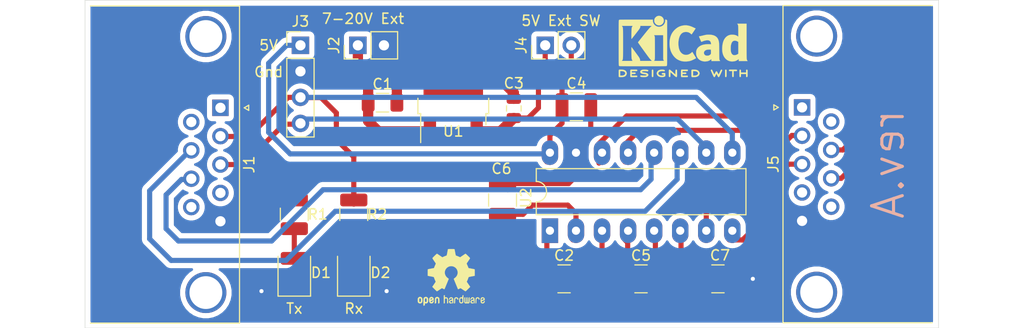
<source format=kicad_pcb>
(kicad_pcb (version 20171130) (host pcbnew "(5.1.5)-3")

  (general
    (thickness 1.6)
    (drawings 13)
    (tracks 146)
    (zones 0)
    (modules 20)
    (nets 29)
  )

  (page A4)
  (title_block
    (title "RS232-TTL converter")
    (date 2019-10-30)
    (rev A)
  )

  (layers
    (0 F.Cu signal)
    (31 B.Cu signal)
    (34 B.Paste user)
    (35 F.Paste user)
    (36 B.SilkS user)
    (37 F.SilkS user)
    (38 B.Mask user)
    (39 F.Mask user)
    (44 Edge.Cuts user)
    (45 Margin user)
    (46 B.CrtYd user)
    (47 F.CrtYd user)
    (48 B.Fab user)
    (49 F.Fab user)
  )

  (setup
    (last_trace_width 0.5)
    (user_trace_width 0.3)
    (user_trace_width 1)
    (trace_clearance 0.4)
    (zone_clearance 0.508)
    (zone_45_only no)
    (trace_min 0.2)
    (via_size 0.8)
    (via_drill 0.4)
    (via_min_size 0.4)
    (via_min_drill 0.3)
    (uvia_size 0.3)
    (uvia_drill 0.1)
    (uvias_allowed no)
    (uvia_min_size 0.2)
    (uvia_min_drill 0.1)
    (edge_width 0.05)
    (segment_width 0.2)
    (pcb_text_width 0.3)
    (pcb_text_size 1.5 1.5)
    (mod_edge_width 0.12)
    (mod_text_size 1 1)
    (mod_text_width 0.15)
    (pad_size 2.4 1.6)
    (pad_drill 0.8)
    (pad_to_mask_clearance 0.051)
    (solder_mask_min_width 0.25)
    (aux_axis_origin 0 0)
    (visible_elements 7FFFFFFF)
    (pcbplotparams
      (layerselection 0x0d0f0_ffffffff)
      (usegerberextensions false)
      (usegerberattributes false)
      (usegerberadvancedattributes false)
      (creategerberjobfile false)
      (excludeedgelayer true)
      (linewidth 0.100000)
      (plotframeref false)
      (viasonmask false)
      (mode 1)
      (useauxorigin false)
      (hpglpennumber 1)
      (hpglpenspeed 20)
      (hpglpendiameter 15.000000)
      (psnegative false)
      (psa4output false)
      (plotreference true)
      (plotvalue true)
      (plotinvisibletext false)
      (padsonsilk false)
      (subtractmaskfromsilk false)
      (outputformat 1)
      (mirror false)
      (drillshape 0)
      (scaleselection 1)
      (outputdirectory ""))
  )

  (net 0 "")
  (net 1 VCC)
  (net 2 GND)
  (net 3 "Net-(C2-Pad1)")
  (net 4 "Net-(C2-Pad2)")
  (net 5 "Net-(C3-Pad1)")
  (net 6 +5V)
  (net 7 "Net-(C5-Pad1)")
  (net 8 "Net-(C5-Pad2)")
  (net 9 "Net-(C6-Pad1)")
  (net 10 "Net-(C7-Pad2)")
  (net 11 "Net-(D1-Pad2)")
  (net 12 "Net-(D2-Pad2)")
  (net 13 "Net-(J1-Pad3)")
  (net 14 "Net-(J1-Pad2)")
  (net 15 "Net-(J1-Pad7)")
  (net 16 "Net-(J1-Pad8)")
  (net 17 "Net-(J5-Pad7)")
  (net 18 "Net-(J5-Pad8)")
  (net 19 "Net-(J5-Pad2)")
  (net 20 "Net-(J5-Pad3)")
  (net 21 "Net-(J1-Pad1)")
  (net 22 "Net-(J1-Pad4)")
  (net 23 "Net-(J1-Pad6)")
  (net 24 "Net-(J1-Pad9)")
  (net 25 "Net-(J5-Pad1)")
  (net 26 "Net-(J5-Pad4)")
  (net 27 "Net-(J5-Pad6)")
  (net 28 "Net-(J5-Pad9)")

  (net_class Default "This is the default net class."
    (clearance 0.4)
    (trace_width 0.5)
    (via_dia 0.8)
    (via_drill 0.4)
    (uvia_dia 0.3)
    (uvia_drill 0.1)
    (add_net +5V)
    (add_net GND)
    (add_net "Net-(C2-Pad1)")
    (add_net "Net-(C2-Pad2)")
    (add_net "Net-(C3-Pad1)")
    (add_net "Net-(C5-Pad1)")
    (add_net "Net-(C5-Pad2)")
    (add_net "Net-(C6-Pad1)")
    (add_net "Net-(C7-Pad2)")
    (add_net "Net-(D1-Pad2)")
    (add_net "Net-(D2-Pad2)")
    (add_net "Net-(J1-Pad1)")
    (add_net "Net-(J1-Pad2)")
    (add_net "Net-(J1-Pad3)")
    (add_net "Net-(J1-Pad4)")
    (add_net "Net-(J1-Pad6)")
    (add_net "Net-(J1-Pad7)")
    (add_net "Net-(J1-Pad8)")
    (add_net "Net-(J1-Pad9)")
    (add_net "Net-(J5-Pad1)")
    (add_net "Net-(J5-Pad2)")
    (add_net "Net-(J5-Pad3)")
    (add_net "Net-(J5-Pad4)")
    (add_net "Net-(J5-Pad6)")
    (add_net "Net-(J5-Pad7)")
    (add_net "Net-(J5-Pad8)")
    (add_net "Net-(J5-Pad9)")
    (add_net VCC)
  )

  (module Symbol:OSHW-Logo2_7.3x6mm_SilkScreen (layer F.Cu) (tedit 0) (tstamp 5DBA33AB)
    (at 121.1 115.05)
    (descr "Open Source Hardware Symbol")
    (tags "Logo Symbol OSHW")
    (attr virtual)
    (fp_text reference REF** (at 0 0) (layer F.SilkS) hide
      (effects (font (size 1 1) (thickness 0.15)))
    )
    (fp_text value OSHW-Logo2_7.3x6mm_SilkScreen (at 0.75 0) (layer F.Fab) hide
      (effects (font (size 1 1) (thickness 0.15)))
    )
    (fp_poly (pts (xy 0.10391 -2.757652) (xy 0.182454 -2.757222) (xy 0.239298 -2.756058) (xy 0.278105 -2.753793)
      (xy 0.302538 -2.75006) (xy 0.316262 -2.744494) (xy 0.32294 -2.736727) (xy 0.326236 -2.726395)
      (xy 0.326556 -2.725057) (xy 0.331562 -2.700921) (xy 0.340829 -2.653299) (xy 0.353392 -2.587259)
      (xy 0.368287 -2.507872) (xy 0.384551 -2.420204) (xy 0.385119 -2.417125) (xy 0.40141 -2.331211)
      (xy 0.416652 -2.255304) (xy 0.429861 -2.193955) (xy 0.440054 -2.151718) (xy 0.446248 -2.133145)
      (xy 0.446543 -2.132816) (xy 0.464788 -2.123747) (xy 0.502405 -2.108633) (xy 0.551271 -2.090738)
      (xy 0.551543 -2.090642) (xy 0.613093 -2.067507) (xy 0.685657 -2.038035) (xy 0.754057 -2.008403)
      (xy 0.757294 -2.006938) (xy 0.868702 -1.956374) (xy 1.115399 -2.12484) (xy 1.191077 -2.176197)
      (xy 1.259631 -2.222111) (xy 1.317088 -2.25997) (xy 1.359476 -2.287163) (xy 1.382825 -2.301079)
      (xy 1.385042 -2.302111) (xy 1.40201 -2.297516) (xy 1.433701 -2.275345) (xy 1.481352 -2.234553)
      (xy 1.546198 -2.174095) (xy 1.612397 -2.109773) (xy 1.676214 -2.046388) (xy 1.733329 -1.988549)
      (xy 1.780305 -1.939825) (xy 1.813703 -1.90379) (xy 1.830085 -1.884016) (xy 1.830694 -1.882998)
      (xy 1.832505 -1.869428) (xy 1.825683 -1.847267) (xy 1.80854 -1.813522) (xy 1.779393 -1.7652)
      (xy 1.736555 -1.699308) (xy 1.679448 -1.614483) (xy 1.628766 -1.539823) (xy 1.583461 -1.47286)
      (xy 1.54615 -1.417484) (xy 1.519452 -1.37758) (xy 1.505985 -1.357038) (xy 1.505137 -1.355644)
      (xy 1.506781 -1.335962) (xy 1.519245 -1.297707) (xy 1.540048 -1.248111) (xy 1.547462 -1.232272)
      (xy 1.579814 -1.16171) (xy 1.614328 -1.081647) (xy 1.642365 -1.012371) (xy 1.662568 -0.960955)
      (xy 1.678615 -0.921881) (xy 1.687888 -0.901459) (xy 1.689041 -0.899886) (xy 1.706096 -0.897279)
      (xy 1.746298 -0.890137) (xy 1.804302 -0.879477) (xy 1.874763 -0.866315) (xy 1.952335 -0.851667)
      (xy 2.031672 -0.836551) (xy 2.107431 -0.821982) (xy 2.174264 -0.808978) (xy 2.226828 -0.798555)
      (xy 2.259776 -0.79173) (xy 2.267857 -0.789801) (xy 2.276205 -0.785038) (xy 2.282506 -0.774282)
      (xy 2.287045 -0.753902) (xy 2.290104 -0.720266) (xy 2.291967 -0.669745) (xy 2.292918 -0.598708)
      (xy 2.29324 -0.503524) (xy 2.293257 -0.464508) (xy 2.293257 -0.147201) (xy 2.217057 -0.132161)
      (xy 2.174663 -0.124005) (xy 2.1114 -0.112101) (xy 2.034962 -0.097884) (xy 1.953043 -0.08279)
      (xy 1.9304 -0.078645) (xy 1.854806 -0.063947) (xy 1.788953 -0.049495) (xy 1.738366 -0.036625)
      (xy 1.708574 -0.026678) (xy 1.703612 -0.023713) (xy 1.691426 -0.002717) (xy 1.673953 0.037967)
      (xy 1.654577 0.090322) (xy 1.650734 0.1016) (xy 1.625339 0.171523) (xy 1.593817 0.250418)
      (xy 1.562969 0.321266) (xy 1.562817 0.321595) (xy 1.511447 0.432733) (xy 1.680399 0.681253)
      (xy 1.849352 0.929772) (xy 1.632429 1.147058) (xy 1.566819 1.211726) (xy 1.506979 1.268733)
      (xy 1.456267 1.315033) (xy 1.418046 1.347584) (xy 1.395675 1.363343) (xy 1.392466 1.364343)
      (xy 1.373626 1.356469) (xy 1.33518 1.334578) (xy 1.28133 1.301267) (xy 1.216276 1.259131)
      (xy 1.14594 1.211943) (xy 1.074555 1.16381) (xy 1.010908 1.121928) (xy 0.959041 1.088871)
      (xy 0.922995 1.067218) (xy 0.906867 1.059543) (xy 0.887189 1.066037) (xy 0.849875 1.08315)
      (xy 0.802621 1.107326) (xy 0.797612 1.110013) (xy 0.733977 1.141927) (xy 0.690341 1.157579)
      (xy 0.663202 1.157745) (xy 0.649057 1.143204) (xy 0.648975 1.143) (xy 0.641905 1.125779)
      (xy 0.625042 1.084899) (xy 0.599695 1.023525) (xy 0.567171 0.944819) (xy 0.528778 0.851947)
      (xy 0.485822 0.748072) (xy 0.444222 0.647502) (xy 0.398504 0.536516) (xy 0.356526 0.433703)
      (xy 0.319548 0.342215) (xy 0.288827 0.265201) (xy 0.265622 0.205815) (xy 0.25119 0.167209)
      (xy 0.246743 0.1528) (xy 0.257896 0.136272) (xy 0.287069 0.10993) (xy 0.325971 0.080887)
      (xy 0.436757 -0.010961) (xy 0.523351 -0.116241) (xy 0.584716 -0.232734) (xy 0.619815 -0.358224)
      (xy 0.627608 -0.490493) (xy 0.621943 -0.551543) (xy 0.591078 -0.678205) (xy 0.53792 -0.790059)
      (xy 0.465767 -0.885999) (xy 0.377917 -0.964924) (xy 0.277665 -1.02573) (xy 0.16831 -1.067313)
      (xy 0.053147 -1.088572) (xy -0.064525 -1.088401) (xy -0.18141 -1.065699) (xy -0.294211 -1.019362)
      (xy -0.399631 -0.948287) (xy -0.443632 -0.908089) (xy -0.528021 -0.804871) (xy -0.586778 -0.692075)
      (xy -0.620296 -0.57299) (xy -0.628965 -0.450905) (xy -0.613177 -0.329107) (xy -0.573322 -0.210884)
      (xy -0.509793 -0.099525) (xy -0.422979 0.001684) (xy -0.325971 0.080887) (xy -0.285563 0.111162)
      (xy -0.257018 0.137219) (xy -0.246743 0.152825) (xy -0.252123 0.169843) (xy -0.267425 0.2105)
      (xy -0.291388 0.271642) (xy -0.322756 0.350119) (xy -0.360268 0.44278) (xy -0.402667 0.546472)
      (xy -0.444337 0.647526) (xy -0.49031 0.758607) (xy -0.532893 0.861541) (xy -0.570779 0.953165)
      (xy -0.60266 1.030316) (xy -0.627229 1.089831) (xy -0.64318 1.128544) (xy -0.64909 1.143)
      (xy -0.663052 1.157685) (xy -0.69006 1.157642) (xy -0.733587 1.142099) (xy -0.79711 1.110284)
      (xy -0.797612 1.110013) (xy -0.84544 1.085323) (xy -0.884103 1.067338) (xy -0.905905 1.059614)
      (xy -0.906867 1.059543) (xy -0.923279 1.067378) (xy -0.959513 1.089165) (xy -1.011526 1.122328)
      (xy -1.075275 1.164291) (xy -1.14594 1.211943) (xy -1.217884 1.260191) (xy -1.282726 1.302151)
      (xy -1.336265 1.335227) (xy -1.374303 1.356821) (xy -1.392467 1.364343) (xy -1.409192 1.354457)
      (xy -1.44282 1.326826) (xy -1.48999 1.284495) (xy -1.547342 1.230505) (xy -1.611516 1.167899)
      (xy -1.632503 1.146983) (xy -1.849501 0.929623) (xy -1.684332 0.68722) (xy -1.634136 0.612781)
      (xy -1.590081 0.545972) (xy -1.554638 0.490665) (xy -1.530281 0.450729) (xy -1.519478 0.430036)
      (xy -1.519162 0.428563) (xy -1.524857 0.409058) (xy -1.540174 0.369822) (xy -1.562463 0.31743)
      (xy -1.578107 0.282355) (xy -1.607359 0.215201) (xy -1.634906 0.147358) (xy -1.656263 0.090034)
      (xy -1.662065 0.072572) (xy -1.678548 0.025938) (xy -1.69466 -0.010095) (xy -1.70351 -0.023713)
      (xy -1.72304 -0.032048) (xy -1.765666 -0.043863) (xy -1.825855 -0.057819) (xy -1.898078 -0.072578)
      (xy -1.9304 -0.078645) (xy -2.012478 -0.093727) (xy -2.091205 -0.108331) (xy -2.158891 -0.12102)
      (xy -2.20784 -0.130358) (xy -2.217057 -0.132161) (xy -2.293257 -0.147201) (xy -2.293257 -0.464508)
      (xy -2.293086 -0.568846) (xy -2.292384 -0.647787) (xy -2.290866 -0.704962) (xy -2.288251 -0.744001)
      (xy -2.284254 -0.768535) (xy -2.278591 -0.782195) (xy -2.27098 -0.788611) (xy -2.267857 -0.789801)
      (xy -2.249022 -0.79402) (xy -2.207412 -0.802438) (xy -2.14837 -0.814039) (xy -2.077243 -0.827805)
      (xy -1.999375 -0.84272) (xy -1.920113 -0.857768) (xy -1.844802 -0.871931) (xy -1.778787 -0.884194)
      (xy -1.727413 -0.893539) (xy -1.696025 -0.89895) (xy -1.689041 -0.899886) (xy -1.682715 -0.912404)
      (xy -1.66871 -0.945754) (xy -1.649645 -0.993623) (xy -1.642366 -1.012371) (xy -1.613004 -1.084805)
      (xy -1.578429 -1.16483) (xy -1.547463 -1.232272) (xy -1.524677 -1.283841) (xy -1.509518 -1.326215)
      (xy -1.504458 -1.352166) (xy -1.505264 -1.355644) (xy -1.515959 -1.372064) (xy -1.54038 -1.408583)
      (xy -1.575905 -1.461313) (xy -1.619913 -1.526365) (xy -1.669783 -1.599849) (xy -1.679644 -1.614355)
      (xy -1.737508 -1.700296) (xy -1.780044 -1.765739) (xy -1.808946 -1.813696) (xy -1.82591 -1.84718)
      (xy -1.832633 -1.869205) (xy -1.83081 -1.882783) (xy -1.830764 -1.882869) (xy -1.816414 -1.900703)
      (xy -1.784677 -1.935183) (xy -1.73899 -1.982732) (xy -1.682796 -2.039778) (xy -1.619532 -2.102745)
      (xy -1.612398 -2.109773) (xy -1.53267 -2.18698) (xy -1.471143 -2.24367) (xy -1.426579 -2.28089)
      (xy -1.397743 -2.299685) (xy -1.385042 -2.302111) (xy -1.366506 -2.291529) (xy -1.328039 -2.267084)
      (xy -1.273614 -2.231388) (xy -1.207202 -2.187053) (xy -1.132775 -2.136689) (xy -1.115399 -2.12484)
      (xy -0.868703 -1.956374) (xy -0.757294 -2.006938) (xy -0.689543 -2.036405) (xy -0.616817 -2.066041)
      (xy -0.554297 -2.08967) (xy -0.551543 -2.090642) (xy -0.50264 -2.108543) (xy -0.464943 -2.12368)
      (xy -0.446575 -2.13279) (xy -0.446544 -2.132816) (xy -0.440715 -2.149283) (xy -0.430808 -2.189781)
      (xy -0.417805 -2.249758) (xy -0.402691 -2.32466) (xy -0.386448 -2.409936) (xy -0.385119 -2.417125)
      (xy -0.368825 -2.504986) (xy -0.353867 -2.58474) (xy -0.341209 -2.651319) (xy -0.331814 -2.699653)
      (xy -0.326646 -2.724675) (xy -0.326556 -2.725057) (xy -0.323411 -2.735701) (xy -0.317296 -2.743738)
      (xy -0.304547 -2.749533) (xy -0.2815 -2.753453) (xy -0.244491 -2.755865) (xy -0.189856 -2.757135)
      (xy -0.113933 -2.757629) (xy -0.013056 -2.757714) (xy 0 -2.757714) (xy 0.10391 -2.757652)) (layer F.SilkS) (width 0.01))
    (fp_poly (pts (xy 3.153595 1.966966) (xy 3.211021 2.004497) (xy 3.238719 2.038096) (xy 3.260662 2.099064)
      (xy 3.262405 2.147308) (xy 3.258457 2.211816) (xy 3.109686 2.276934) (xy 3.037349 2.310202)
      (xy 2.990084 2.336964) (xy 2.965507 2.360144) (xy 2.961237 2.382667) (xy 2.974889 2.407455)
      (xy 2.989943 2.423886) (xy 3.033746 2.450235) (xy 3.081389 2.452081) (xy 3.125145 2.431546)
      (xy 3.157289 2.390752) (xy 3.163038 2.376347) (xy 3.190576 2.331356) (xy 3.222258 2.312182)
      (xy 3.265714 2.295779) (xy 3.265714 2.357966) (xy 3.261872 2.400283) (xy 3.246823 2.435969)
      (xy 3.21528 2.476943) (xy 3.210592 2.482267) (xy 3.175506 2.51872) (xy 3.145347 2.538283)
      (xy 3.107615 2.547283) (xy 3.076335 2.55023) (xy 3.020385 2.550965) (xy 2.980555 2.54166)
      (xy 2.955708 2.527846) (xy 2.916656 2.497467) (xy 2.889625 2.464613) (xy 2.872517 2.423294)
      (xy 2.863238 2.367521) (xy 2.859693 2.291305) (xy 2.85941 2.252622) (xy 2.860372 2.206247)
      (xy 2.948007 2.206247) (xy 2.949023 2.231126) (xy 2.951556 2.2352) (xy 2.968274 2.229665)
      (xy 3.004249 2.215017) (xy 3.052331 2.19419) (xy 3.062386 2.189714) (xy 3.123152 2.158814)
      (xy 3.156632 2.131657) (xy 3.16399 2.10622) (xy 3.146391 2.080481) (xy 3.131856 2.069109)
      (xy 3.07941 2.046364) (xy 3.030322 2.050122) (xy 2.989227 2.077884) (xy 2.960758 2.127152)
      (xy 2.951631 2.166257) (xy 2.948007 2.206247) (xy 2.860372 2.206247) (xy 2.861285 2.162249)
      (xy 2.868196 2.095384) (xy 2.881884 2.046695) (xy 2.904096 2.010849) (xy 2.936574 1.982513)
      (xy 2.950733 1.973355) (xy 3.015053 1.949507) (xy 3.085473 1.948006) (xy 3.153595 1.966966)) (layer F.SilkS) (width 0.01))
    (fp_poly (pts (xy 2.6526 1.958752) (xy 2.669948 1.966334) (xy 2.711356 1.999128) (xy 2.746765 2.046547)
      (xy 2.768664 2.097151) (xy 2.772229 2.122098) (xy 2.760279 2.156927) (xy 2.734067 2.175357)
      (xy 2.705964 2.186516) (xy 2.693095 2.188572) (xy 2.686829 2.173649) (xy 2.674456 2.141175)
      (xy 2.669028 2.126502) (xy 2.63859 2.075744) (xy 2.59452 2.050427) (xy 2.53801 2.051206)
      (xy 2.533825 2.052203) (xy 2.503655 2.066507) (xy 2.481476 2.094393) (xy 2.466327 2.139287)
      (xy 2.45725 2.204615) (xy 2.453286 2.293804) (xy 2.452914 2.341261) (xy 2.45273 2.416071)
      (xy 2.451522 2.467069) (xy 2.448309 2.499471) (xy 2.442109 2.518495) (xy 2.43194 2.529356)
      (xy 2.416819 2.537272) (xy 2.415946 2.53767) (xy 2.386828 2.549981) (xy 2.372403 2.554514)
      (xy 2.370186 2.540809) (xy 2.368289 2.502925) (xy 2.366847 2.445715) (xy 2.365998 2.374027)
      (xy 2.365829 2.321565) (xy 2.366692 2.220047) (xy 2.37007 2.143032) (xy 2.377142 2.086023)
      (xy 2.389088 2.044526) (xy 2.40709 2.014043) (xy 2.432327 1.99008) (xy 2.457247 1.973355)
      (xy 2.517171 1.951097) (xy 2.586911 1.946076) (xy 2.6526 1.958752)) (layer F.SilkS) (width 0.01))
    (fp_poly (pts (xy 2.144876 1.956335) (xy 2.186667 1.975344) (xy 2.219469 1.998378) (xy 2.243503 2.024133)
      (xy 2.260097 2.057358) (xy 2.270577 2.1028) (xy 2.276271 2.165207) (xy 2.278507 2.249327)
      (xy 2.278743 2.304721) (xy 2.278743 2.520826) (xy 2.241774 2.53767) (xy 2.212656 2.549981)
      (xy 2.198231 2.554514) (xy 2.195472 2.541025) (xy 2.193282 2.504653) (xy 2.191942 2.451542)
      (xy 2.191657 2.409372) (xy 2.190434 2.348447) (xy 2.187136 2.300115) (xy 2.182321 2.270518)
      (xy 2.178496 2.264229) (xy 2.152783 2.270652) (xy 2.112418 2.287125) (xy 2.065679 2.309458)
      (xy 2.020845 2.333457) (xy 1.986193 2.35493) (xy 1.970002 2.369685) (xy 1.969938 2.369845)
      (xy 1.97133 2.397152) (xy 1.983818 2.423219) (xy 2.005743 2.444392) (xy 2.037743 2.451474)
      (xy 2.065092 2.450649) (xy 2.103826 2.450042) (xy 2.124158 2.459116) (xy 2.136369 2.483092)
      (xy 2.137909 2.487613) (xy 2.143203 2.521806) (xy 2.129047 2.542568) (xy 2.092148 2.552462)
      (xy 2.052289 2.554292) (xy 1.980562 2.540727) (xy 1.943432 2.521355) (xy 1.897576 2.475845)
      (xy 1.873256 2.419983) (xy 1.871073 2.360957) (xy 1.891629 2.305953) (xy 1.922549 2.271486)
      (xy 1.95342 2.252189) (xy 2.001942 2.227759) (xy 2.058485 2.202985) (xy 2.06791 2.199199)
      (xy 2.130019 2.171791) (xy 2.165822 2.147634) (xy 2.177337 2.123619) (xy 2.16658 2.096635)
      (xy 2.148114 2.075543) (xy 2.104469 2.049572) (xy 2.056446 2.047624) (xy 2.012406 2.067637)
      (xy 1.980709 2.107551) (xy 1.976549 2.117848) (xy 1.952327 2.155724) (xy 1.916965 2.183842)
      (xy 1.872343 2.206917) (xy 1.872343 2.141485) (xy 1.874969 2.101506) (xy 1.88623 2.069997)
      (xy 1.911199 2.036378) (xy 1.935169 2.010484) (xy 1.972441 1.973817) (xy 2.001401 1.954121)
      (xy 2.032505 1.94622) (xy 2.067713 1.944914) (xy 2.144876 1.956335)) (layer F.SilkS) (width 0.01))
    (fp_poly (pts (xy 1.779833 1.958663) (xy 1.782048 1.99685) (xy 1.783784 2.054886) (xy 1.784899 2.12818)
      (xy 1.785257 2.205055) (xy 1.785257 2.465196) (xy 1.739326 2.511127) (xy 1.707675 2.539429)
      (xy 1.67989 2.550893) (xy 1.641915 2.550168) (xy 1.62684 2.548321) (xy 1.579726 2.542948)
      (xy 1.540756 2.539869) (xy 1.531257 2.539585) (xy 1.499233 2.541445) (xy 1.453432 2.546114)
      (xy 1.435674 2.548321) (xy 1.392057 2.551735) (xy 1.362745 2.54432) (xy 1.33368 2.521427)
      (xy 1.323188 2.511127) (xy 1.277257 2.465196) (xy 1.277257 1.978602) (xy 1.314226 1.961758)
      (xy 1.346059 1.949282) (xy 1.364683 1.944914) (xy 1.369458 1.958718) (xy 1.373921 1.997286)
      (xy 1.377775 2.056356) (xy 1.380722 2.131663) (xy 1.382143 2.195286) (xy 1.386114 2.445657)
      (xy 1.420759 2.450556) (xy 1.452268 2.447131) (xy 1.467708 2.436041) (xy 1.472023 2.415308)
      (xy 1.475708 2.371145) (xy 1.478469 2.309146) (xy 1.480012 2.234909) (xy 1.480235 2.196706)
      (xy 1.480457 1.976783) (xy 1.526166 1.960849) (xy 1.558518 1.950015) (xy 1.576115 1.944962)
      (xy 1.576623 1.944914) (xy 1.578388 1.958648) (xy 1.580329 1.99673) (xy 1.582282 2.054482)
      (xy 1.584084 2.127227) (xy 1.585343 2.195286) (xy 1.589314 2.445657) (xy 1.6764 2.445657)
      (xy 1.680396 2.21724) (xy 1.684392 1.988822) (xy 1.726847 1.966868) (xy 1.758192 1.951793)
      (xy 1.776744 1.944951) (xy 1.777279 1.944914) (xy 1.779833 1.958663)) (layer F.SilkS) (width 0.01))
    (fp_poly (pts (xy 1.190117 2.065358) (xy 1.189933 2.173837) (xy 1.189219 2.257287) (xy 1.187675 2.319704)
      (xy 1.185001 2.365085) (xy 1.180894 2.397429) (xy 1.175055 2.420733) (xy 1.167182 2.438995)
      (xy 1.161221 2.449418) (xy 1.111855 2.505945) (xy 1.049264 2.541377) (xy 0.980013 2.55409)
      (xy 0.910668 2.542463) (xy 0.869375 2.521568) (xy 0.826025 2.485422) (xy 0.796481 2.441276)
      (xy 0.778655 2.383462) (xy 0.770463 2.306313) (xy 0.769302 2.249714) (xy 0.769458 2.245647)
      (xy 0.870857 2.245647) (xy 0.871476 2.31055) (xy 0.874314 2.353514) (xy 0.88084 2.381622)
      (xy 0.892523 2.401953) (xy 0.906483 2.417288) (xy 0.953365 2.44689) (xy 1.003701 2.449419)
      (xy 1.051276 2.424705) (xy 1.054979 2.421356) (xy 1.070783 2.403935) (xy 1.080693 2.383209)
      (xy 1.086058 2.352362) (xy 1.088228 2.304577) (xy 1.088571 2.251748) (xy 1.087827 2.185381)
      (xy 1.084748 2.141106) (xy 1.078061 2.112009) (xy 1.066496 2.091173) (xy 1.057013 2.080107)
      (xy 1.01296 2.052198) (xy 0.962224 2.048843) (xy 0.913796 2.070159) (xy 0.90445 2.078073)
      (xy 0.88854 2.095647) (xy 0.87861 2.116587) (xy 0.873278 2.147782) (xy 0.871163 2.196122)
      (xy 0.870857 2.245647) (xy 0.769458 2.245647) (xy 0.77281 2.158568) (xy 0.784726 2.090086)
      (xy 0.807135 2.0386) (xy 0.842124 1.998443) (xy 0.869375 1.977861) (xy 0.918907 1.955625)
      (xy 0.976316 1.945304) (xy 1.029682 1.948067) (xy 1.059543 1.959212) (xy 1.071261 1.962383)
      (xy 1.079037 1.950557) (xy 1.084465 1.918866) (xy 1.088571 1.870593) (xy 1.093067 1.816829)
      (xy 1.099313 1.784482) (xy 1.110676 1.765985) (xy 1.130528 1.75377) (xy 1.143 1.748362)
      (xy 1.190171 1.728601) (xy 1.190117 2.065358)) (layer F.SilkS) (width 0.01))
    (fp_poly (pts (xy 0.529926 1.949755) (xy 0.595858 1.974084) (xy 0.649273 2.017117) (xy 0.670164 2.047409)
      (xy 0.692939 2.102994) (xy 0.692466 2.143186) (xy 0.668562 2.170217) (xy 0.659717 2.174813)
      (xy 0.62153 2.189144) (xy 0.602028 2.185472) (xy 0.595422 2.161407) (xy 0.595086 2.148114)
      (xy 0.582992 2.09921) (xy 0.551471 2.064999) (xy 0.507659 2.048476) (xy 0.458695 2.052634)
      (xy 0.418894 2.074227) (xy 0.40545 2.086544) (xy 0.395921 2.101487) (xy 0.389485 2.124075)
      (xy 0.385317 2.159328) (xy 0.382597 2.212266) (xy 0.380502 2.287907) (xy 0.37996 2.311857)
      (xy 0.377981 2.39379) (xy 0.375731 2.451455) (xy 0.372357 2.489608) (xy 0.367006 2.513004)
      (xy 0.358824 2.526398) (xy 0.346959 2.534545) (xy 0.339362 2.538144) (xy 0.307102 2.550452)
      (xy 0.288111 2.554514) (xy 0.281836 2.540948) (xy 0.278006 2.499934) (xy 0.2766 2.430999)
      (xy 0.277598 2.333669) (xy 0.277908 2.318657) (xy 0.280101 2.229859) (xy 0.282693 2.165019)
      (xy 0.286382 2.119067) (xy 0.291864 2.086935) (xy 0.299835 2.063553) (xy 0.310993 2.043852)
      (xy 0.31683 2.03541) (xy 0.350296 1.998057) (xy 0.387727 1.969003) (xy 0.392309 1.966467)
      (xy 0.459426 1.946443) (xy 0.529926 1.949755)) (layer F.SilkS) (width 0.01))
    (fp_poly (pts (xy 0.039744 1.950968) (xy 0.096616 1.972087) (xy 0.097267 1.972493) (xy 0.13244 1.99838)
      (xy 0.158407 2.028633) (xy 0.17667 2.068058) (xy 0.188732 2.121462) (xy 0.196096 2.193651)
      (xy 0.200264 2.289432) (xy 0.200629 2.303078) (xy 0.205876 2.508842) (xy 0.161716 2.531678)
      (xy 0.129763 2.54711) (xy 0.11047 2.554423) (xy 0.109578 2.554514) (xy 0.106239 2.541022)
      (xy 0.103587 2.504626) (xy 0.101956 2.451452) (xy 0.1016 2.408393) (xy 0.101592 2.338641)
      (xy 0.098403 2.294837) (xy 0.087288 2.273944) (xy 0.063501 2.272925) (xy 0.022296 2.288741)
      (xy -0.039914 2.317815) (xy -0.085659 2.341963) (xy -0.109187 2.362913) (xy -0.116104 2.385747)
      (xy -0.116114 2.386877) (xy -0.104701 2.426212) (xy -0.070908 2.447462) (xy -0.019191 2.450539)
      (xy 0.018061 2.450006) (xy 0.037703 2.460735) (xy 0.049952 2.486505) (xy 0.057002 2.519337)
      (xy 0.046842 2.537966) (xy 0.043017 2.540632) (xy 0.007001 2.55134) (xy -0.043434 2.552856)
      (xy -0.095374 2.545759) (xy -0.132178 2.532788) (xy -0.183062 2.489585) (xy -0.211986 2.429446)
      (xy -0.217714 2.382462) (xy -0.213343 2.340082) (xy -0.197525 2.305488) (xy -0.166203 2.274763)
      (xy -0.115322 2.24399) (xy -0.040824 2.209252) (xy -0.036286 2.207288) (xy 0.030821 2.176287)
      (xy 0.072232 2.150862) (xy 0.089981 2.128014) (xy 0.086107 2.104745) (xy 0.062643 2.078056)
      (xy 0.055627 2.071914) (xy 0.00863 2.0481) (xy -0.040067 2.049103) (xy -0.082478 2.072451)
      (xy -0.110616 2.115675) (xy -0.113231 2.12416) (xy -0.138692 2.165308) (xy -0.170999 2.185128)
      (xy -0.217714 2.20477) (xy -0.217714 2.15395) (xy -0.203504 2.080082) (xy -0.161325 2.012327)
      (xy -0.139376 1.989661) (xy -0.089483 1.960569) (xy -0.026033 1.9474) (xy 0.039744 1.950968)) (layer F.SilkS) (width 0.01))
    (fp_poly (pts (xy -0.624114 1.851289) (xy -0.619861 1.910613) (xy -0.614975 1.945572) (xy -0.608205 1.96082)
      (xy -0.598298 1.961015) (xy -0.595086 1.959195) (xy -0.552356 1.946015) (xy -0.496773 1.946785)
      (xy -0.440263 1.960333) (xy -0.404918 1.977861) (xy -0.368679 2.005861) (xy -0.342187 2.037549)
      (xy -0.324001 2.077813) (xy -0.312678 2.131543) (xy -0.306778 2.203626) (xy -0.304857 2.298951)
      (xy -0.304823 2.317237) (xy -0.3048 2.522646) (xy -0.350509 2.53858) (xy -0.382973 2.54942)
      (xy -0.400785 2.554468) (xy -0.401309 2.554514) (xy -0.403063 2.540828) (xy -0.404556 2.503076)
      (xy -0.405674 2.446224) (xy -0.406303 2.375234) (xy -0.4064 2.332073) (xy -0.406602 2.246973)
      (xy -0.407642 2.185981) (xy -0.410169 2.144177) (xy -0.414836 2.116642) (xy -0.422293 2.098456)
      (xy -0.433189 2.084698) (xy -0.439993 2.078073) (xy -0.486728 2.051375) (xy -0.537728 2.049375)
      (xy -0.583999 2.071955) (xy -0.592556 2.080107) (xy -0.605107 2.095436) (xy -0.613812 2.113618)
      (xy -0.619369 2.139909) (xy -0.622474 2.179562) (xy -0.623824 2.237832) (xy -0.624114 2.318173)
      (xy -0.624114 2.522646) (xy -0.669823 2.53858) (xy -0.702287 2.54942) (xy -0.720099 2.554468)
      (xy -0.720623 2.554514) (xy -0.721963 2.540623) (xy -0.723172 2.501439) (xy -0.724199 2.4407)
      (xy -0.724998 2.362141) (xy -0.725519 2.269498) (xy -0.725714 2.166509) (xy -0.725714 1.769342)
      (xy -0.678543 1.749444) (xy -0.631371 1.729547) (xy -0.624114 1.851289)) (layer F.SilkS) (width 0.01))
    (fp_poly (pts (xy -1.831697 1.931239) (xy -1.774473 1.969735) (xy -1.730251 2.025335) (xy -1.703833 2.096086)
      (xy -1.69849 2.148162) (xy -1.699097 2.169893) (xy -1.704178 2.186531) (xy -1.718145 2.201437)
      (xy -1.745411 2.217973) (xy -1.790388 2.239498) (xy -1.857489 2.269374) (xy -1.857829 2.269524)
      (xy -1.919593 2.297813) (xy -1.970241 2.322933) (xy -2.004596 2.342179) (xy -2.017482 2.352848)
      (xy -2.017486 2.352934) (xy -2.006128 2.376166) (xy -1.979569 2.401774) (xy -1.949077 2.420221)
      (xy -1.93363 2.423886) (xy -1.891485 2.411212) (xy -1.855192 2.379471) (xy -1.837483 2.344572)
      (xy -1.820448 2.318845) (xy -1.787078 2.289546) (xy -1.747851 2.264235) (xy -1.713244 2.250471)
      (xy -1.706007 2.249714) (xy -1.697861 2.26216) (xy -1.69737 2.293972) (xy -1.703357 2.336866)
      (xy -1.714643 2.382558) (xy -1.73005 2.422761) (xy -1.730829 2.424322) (xy -1.777196 2.489062)
      (xy -1.837289 2.533097) (xy -1.905535 2.554711) (xy -1.976362 2.552185) (xy -2.044196 2.523804)
      (xy -2.047212 2.521808) (xy -2.100573 2.473448) (xy -2.13566 2.410352) (xy -2.155078 2.327387)
      (xy -2.157684 2.304078) (xy -2.162299 2.194055) (xy -2.156767 2.142748) (xy -2.017486 2.142748)
      (xy -2.015676 2.174753) (xy -2.005778 2.184093) (xy -1.981102 2.177105) (xy -1.942205 2.160587)
      (xy -1.898725 2.139881) (xy -1.897644 2.139333) (xy -1.860791 2.119949) (xy -1.846 2.107013)
      (xy -1.849647 2.093451) (xy -1.865005 2.075632) (xy -1.904077 2.049845) (xy -1.946154 2.04795)
      (xy -1.983897 2.066717) (xy -2.009966 2.102915) (xy -2.017486 2.142748) (xy -2.156767 2.142748)
      (xy -2.152806 2.106027) (xy -2.12845 2.036212) (xy -2.094544 1.987302) (xy -2.033347 1.937878)
      (xy -1.965937 1.913359) (xy -1.89712 1.911797) (xy -1.831697 1.931239)) (layer F.SilkS) (width 0.01))
    (fp_poly (pts (xy -2.958885 1.921962) (xy -2.890855 1.957733) (xy -2.840649 2.015301) (xy -2.822815 2.052312)
      (xy -2.808937 2.107882) (xy -2.801833 2.178096) (xy -2.80116 2.254727) (xy -2.806573 2.329552)
      (xy -2.81773 2.394342) (xy -2.834286 2.440873) (xy -2.839374 2.448887) (xy -2.899645 2.508707)
      (xy -2.971231 2.544535) (xy -3.048908 2.55502) (xy -3.127452 2.53881) (xy -3.149311 2.529092)
      (xy -3.191878 2.499143) (xy -3.229237 2.459433) (xy -3.232768 2.454397) (xy -3.247119 2.430124)
      (xy -3.256606 2.404178) (xy -3.26221 2.370022) (xy -3.264914 2.321119) (xy -3.265701 2.250935)
      (xy -3.265714 2.2352) (xy -3.265678 2.230192) (xy -3.120571 2.230192) (xy -3.119727 2.29643)
      (xy -3.116404 2.340386) (xy -3.109417 2.368779) (xy -3.097584 2.388325) (xy -3.091543 2.394857)
      (xy -3.056814 2.41968) (xy -3.023097 2.418548) (xy -2.989005 2.397016) (xy -2.968671 2.374029)
      (xy -2.956629 2.340478) (xy -2.949866 2.287569) (xy -2.949402 2.281399) (xy -2.948248 2.185513)
      (xy -2.960312 2.114299) (xy -2.98543 2.068194) (xy -3.02344 2.047635) (xy -3.037008 2.046514)
      (xy -3.072636 2.052152) (xy -3.097006 2.071686) (xy -3.111907 2.109042) (xy -3.119125 2.16815)
      (xy -3.120571 2.230192) (xy -3.265678 2.230192) (xy -3.265174 2.160413) (xy -3.262904 2.108159)
      (xy -3.257932 2.071949) (xy -3.249287 2.045299) (xy -3.235995 2.021722) (xy -3.233057 2.017338)
      (xy -3.183687 1.958249) (xy -3.129891 1.923947) (xy -3.064398 1.910331) (xy -3.042158 1.909665)
      (xy -2.958885 1.921962)) (layer F.SilkS) (width 0.01))
    (fp_poly (pts (xy -1.283907 1.92778) (xy -1.237328 1.954723) (xy -1.204943 1.981466) (xy -1.181258 2.009484)
      (xy -1.164941 2.043748) (xy -1.154661 2.089227) (xy -1.149086 2.150892) (xy -1.146884 2.233711)
      (xy -1.146629 2.293246) (xy -1.146629 2.512391) (xy -1.208314 2.540044) (xy -1.27 2.567697)
      (xy -1.277257 2.32767) (xy -1.280256 2.238028) (xy -1.283402 2.172962) (xy -1.287299 2.128026)
      (xy -1.292553 2.09877) (xy -1.299769 2.080748) (xy -1.30955 2.069511) (xy -1.312688 2.067079)
      (xy -1.360239 2.048083) (xy -1.408303 2.0556) (xy -1.436914 2.075543) (xy -1.448553 2.089675)
      (xy -1.456609 2.10822) (xy -1.461729 2.136334) (xy -1.464559 2.179173) (xy -1.465744 2.241895)
      (xy -1.465943 2.307261) (xy -1.465982 2.389268) (xy -1.467386 2.447316) (xy -1.472086 2.486465)
      (xy -1.482013 2.51178) (xy -1.499097 2.528323) (xy -1.525268 2.541156) (xy -1.560225 2.554491)
      (xy -1.598404 2.569007) (xy -1.593859 2.311389) (xy -1.592029 2.218519) (xy -1.589888 2.149889)
      (xy -1.586819 2.100711) (xy -1.582206 2.066198) (xy -1.575432 2.041562) (xy -1.565881 2.022016)
      (xy -1.554366 2.00477) (xy -1.49881 1.94968) (xy -1.43102 1.917822) (xy -1.357287 1.910191)
      (xy -1.283907 1.92778)) (layer F.SilkS) (width 0.01))
    (fp_poly (pts (xy -2.400256 1.919918) (xy -2.344799 1.947568) (xy -2.295852 1.99848) (xy -2.282371 2.017338)
      (xy -2.267686 2.042015) (xy -2.258158 2.068816) (xy -2.252707 2.104587) (xy -2.250253 2.156169)
      (xy -2.249714 2.224267) (xy -2.252148 2.317588) (xy -2.260606 2.387657) (xy -2.276826 2.439931)
      (xy -2.302546 2.479869) (xy -2.339503 2.512929) (xy -2.342218 2.514886) (xy -2.37864 2.534908)
      (xy -2.422498 2.544815) (xy -2.478276 2.547257) (xy -2.568952 2.547257) (xy -2.56899 2.635283)
      (xy -2.569834 2.684308) (xy -2.574976 2.713065) (xy -2.588413 2.730311) (xy -2.614142 2.744808)
      (xy -2.620321 2.747769) (xy -2.649236 2.761648) (xy -2.671624 2.770414) (xy -2.688271 2.771171)
      (xy -2.699964 2.761023) (xy -2.70749 2.737073) (xy -2.711634 2.696426) (xy -2.713185 2.636186)
      (xy -2.712929 2.553455) (xy -2.711651 2.445339) (xy -2.711252 2.413) (xy -2.709815 2.301524)
      (xy -2.708528 2.228603) (xy -2.569029 2.228603) (xy -2.568245 2.290499) (xy -2.56476 2.330997)
      (xy -2.556876 2.357708) (xy -2.542895 2.378244) (xy -2.533403 2.38826) (xy -2.494596 2.417567)
      (xy -2.460237 2.419952) (xy -2.424784 2.39575) (xy -2.423886 2.394857) (xy -2.409461 2.376153)
      (xy -2.400687 2.350732) (xy -2.396261 2.311584) (xy -2.394882 2.251697) (xy -2.394857 2.23843)
      (xy -2.398188 2.155901) (xy -2.409031 2.098691) (xy -2.42866 2.063766) (xy -2.45835 2.048094)
      (xy -2.475509 2.046514) (xy -2.516234 2.053926) (xy -2.544168 2.07833) (xy -2.560983 2.12298)
      (xy -2.56835 2.19113) (xy -2.569029 2.228603) (xy -2.708528 2.228603) (xy -2.708292 2.215245)
      (xy -2.706323 2.150333) (xy -2.70355 2.102958) (xy -2.699612 2.06929) (xy -2.694151 2.045498)
      (xy -2.686808 2.027753) (xy -2.677223 2.012224) (xy -2.673113 2.006381) (xy -2.618595 1.951185)
      (xy -2.549664 1.91989) (xy -2.469928 1.911165) (xy -2.400256 1.919918)) (layer F.SilkS) (width 0.01))
  )

  (module Symbol:KiCad-Logo2_5mm_SilkScreen (layer F.Cu) (tedit 0) (tstamp 5DBA330E)
    (at 143.7 92.5)
    (descr "KiCad Logo")
    (tags "Logo KiCad")
    (attr virtual)
    (fp_text reference REF** (at 0 -5.08) (layer F.SilkS) hide
      (effects (font (size 1 1) (thickness 0.15)))
    )
    (fp_text value KiCad-Logo2_5mm_SilkScreen (at 0 5.08) (layer F.Fab) hide
      (effects (font (size 1 1) (thickness 0.15)))
    )
    (fp_poly (pts (xy 6.228823 2.274533) (xy 6.260202 2.296776) (xy 6.287911 2.324485) (xy 6.287911 2.63392)
      (xy 6.287838 2.725799) (xy 6.287495 2.79784) (xy 6.286692 2.85278) (xy 6.285241 2.89336)
      (xy 6.282952 2.922317) (xy 6.279636 2.942391) (xy 6.275105 2.956321) (xy 6.269169 2.966845)
      (xy 6.264514 2.9731) (xy 6.233783 2.997673) (xy 6.198496 3.000341) (xy 6.166245 2.985271)
      (xy 6.155588 2.976374) (xy 6.148464 2.964557) (xy 6.144167 2.945526) (xy 6.141991 2.914992)
      (xy 6.141228 2.868662) (xy 6.141155 2.832871) (xy 6.141155 2.698045) (xy 5.644444 2.698045)
      (xy 5.644444 2.8207) (xy 5.643931 2.876787) (xy 5.641876 2.915333) (xy 5.637508 2.941361)
      (xy 5.630056 2.959897) (xy 5.621047 2.9731) (xy 5.590144 2.997604) (xy 5.555196 3.000506)
      (xy 5.521738 2.983089) (xy 5.512604 2.973959) (xy 5.506152 2.961855) (xy 5.501897 2.943001)
      (xy 5.499352 2.91362) (xy 5.498029 2.869937) (xy 5.497443 2.808175) (xy 5.497375 2.794)
      (xy 5.496891 2.677631) (xy 5.496641 2.581727) (xy 5.496723 2.504177) (xy 5.497231 2.442869)
      (xy 5.498262 2.39569) (xy 5.499913 2.36053) (xy 5.502279 2.335276) (xy 5.505457 2.317817)
      (xy 5.509544 2.306041) (xy 5.514634 2.297835) (xy 5.520266 2.291645) (xy 5.552128 2.271844)
      (xy 5.585357 2.274533) (xy 5.616735 2.296776) (xy 5.629433 2.311126) (xy 5.637526 2.326978)
      (xy 5.642042 2.349554) (xy 5.644006 2.384078) (xy 5.644444 2.435776) (xy 5.644444 2.551289)
      (xy 6.141155 2.551289) (xy 6.141155 2.432756) (xy 6.141662 2.378148) (xy 6.143698 2.341275)
      (xy 6.148035 2.317307) (xy 6.155447 2.301415) (xy 6.163733 2.291645) (xy 6.195594 2.271844)
      (xy 6.228823 2.274533)) (layer F.SilkS) (width 0.01))
    (fp_poly (pts (xy 4.963065 2.269163) (xy 5.041772 2.269542) (xy 5.102863 2.270333) (xy 5.148817 2.27167)
      (xy 5.182114 2.273683) (xy 5.205236 2.276506) (xy 5.220662 2.280269) (xy 5.230871 2.285105)
      (xy 5.235813 2.288822) (xy 5.261457 2.321358) (xy 5.264559 2.355138) (xy 5.248711 2.385826)
      (xy 5.238348 2.398089) (xy 5.227196 2.40645) (xy 5.211035 2.411657) (xy 5.185642 2.414457)
      (xy 5.146798 2.415596) (xy 5.09028 2.415821) (xy 5.07918 2.415822) (xy 4.933244 2.415822)
      (xy 4.933244 2.686756) (xy 4.933148 2.772154) (xy 4.932711 2.837864) (xy 4.931712 2.886774)
      (xy 4.929928 2.921773) (xy 4.927137 2.945749) (xy 4.923117 2.961593) (xy 4.917645 2.972191)
      (xy 4.910666 2.980267) (xy 4.877734 3.000112) (xy 4.843354 2.998548) (xy 4.812176 2.975906)
      (xy 4.809886 2.9731) (xy 4.802429 2.962492) (xy 4.796747 2.950081) (xy 4.792601 2.93285)
      (xy 4.78975 2.907784) (xy 4.787954 2.871867) (xy 4.786972 2.822083) (xy 4.786564 2.755417)
      (xy 4.786489 2.679589) (xy 4.786489 2.415822) (xy 4.647127 2.415822) (xy 4.587322 2.415418)
      (xy 4.545918 2.41384) (xy 4.518748 2.410547) (xy 4.501646 2.404992) (xy 4.490443 2.396631)
      (xy 4.489083 2.395178) (xy 4.472725 2.361939) (xy 4.474172 2.324362) (xy 4.492978 2.291645)
      (xy 4.50025 2.285298) (xy 4.509627 2.280266) (xy 4.523609 2.276396) (xy 4.544696 2.273537)
      (xy 4.575389 2.271535) (xy 4.618189 2.270239) (xy 4.675595 2.269498) (xy 4.75011 2.269158)
      (xy 4.844233 2.269068) (xy 4.86426 2.269067) (xy 4.963065 2.269163)) (layer F.SilkS) (width 0.01))
    (fp_poly (pts (xy 4.188614 2.275877) (xy 4.212327 2.290647) (xy 4.238978 2.312227) (xy 4.238978 2.633773)
      (xy 4.238893 2.72783) (xy 4.238529 2.801932) (xy 4.237724 2.858704) (xy 4.236313 2.900768)
      (xy 4.234133 2.930748) (xy 4.231021 2.951267) (xy 4.226814 2.964949) (xy 4.221348 2.974416)
      (xy 4.217472 2.979082) (xy 4.186034 2.999575) (xy 4.150233 2.998739) (xy 4.118873 2.981264)
      (xy 4.092222 2.959684) (xy 4.092222 2.312227) (xy 4.118873 2.290647) (xy 4.144594 2.274949)
      (xy 4.1656 2.269067) (xy 4.188614 2.275877)) (layer F.SilkS) (width 0.01))
    (fp_poly (pts (xy 3.744665 2.271034) (xy 3.764255 2.278035) (xy 3.76501 2.278377) (xy 3.791613 2.298678)
      (xy 3.80627 2.319561) (xy 3.809138 2.329352) (xy 3.808996 2.342361) (xy 3.804961 2.360895)
      (xy 3.796146 2.387257) (xy 3.781669 2.423752) (xy 3.760645 2.472687) (xy 3.732188 2.536365)
      (xy 3.695415 2.617093) (xy 3.675175 2.661216) (xy 3.638625 2.739985) (xy 3.604315 2.812423)
      (xy 3.573552 2.87588) (xy 3.547648 2.927708) (xy 3.52791 2.965259) (xy 3.51565 2.985884)
      (xy 3.513224 2.988733) (xy 3.482183 3.001302) (xy 3.447121 2.999619) (xy 3.419 2.984332)
      (xy 3.417854 2.983089) (xy 3.406668 2.966154) (xy 3.387904 2.93317) (xy 3.363875 2.88838)
      (xy 3.336897 2.836032) (xy 3.327201 2.816742) (xy 3.254014 2.67015) (xy 3.17424 2.829393)
      (xy 3.145767 2.884415) (xy 3.11935 2.932132) (xy 3.097148 2.968893) (xy 3.081319 2.991044)
      (xy 3.075954 2.995741) (xy 3.034257 3.002102) (xy 2.999849 2.988733) (xy 2.989728 2.974446)
      (xy 2.972214 2.942692) (xy 2.948735 2.896597) (xy 2.92072 2.839285) (xy 2.889599 2.77388)
      (xy 2.856799 2.703507) (xy 2.82375 2.631291) (xy 2.791881 2.560355) (xy 2.762619 2.493825)
      (xy 2.737395 2.434826) (xy 2.717636 2.386481) (xy 2.704772 2.351915) (xy 2.700231 2.334253)
      (xy 2.700277 2.333613) (xy 2.711326 2.311388) (xy 2.73341 2.288753) (xy 2.73471 2.287768)
      (xy 2.761853 2.272425) (xy 2.786958 2.272574) (xy 2.796368 2.275466) (xy 2.807834 2.281718)
      (xy 2.82001 2.294014) (xy 2.834357 2.314908) (xy 2.852336 2.346949) (xy 2.875407 2.392688)
      (xy 2.90503 2.454677) (xy 2.931745 2.511898) (xy 2.96248 2.578226) (xy 2.990021 2.637874)
      (xy 3.012938 2.687725) (xy 3.029798 2.724664) (xy 3.039173 2.745573) (xy 3.04054 2.748845)
      (xy 3.046689 2.743497) (xy 3.060822 2.721109) (xy 3.081057 2.684946) (xy 3.105515 2.638277)
      (xy 3.115248 2.619022) (xy 3.148217 2.554004) (xy 3.173643 2.506654) (xy 3.193612 2.474219)
      (xy 3.21021 2.453946) (xy 3.225524 2.443082) (xy 3.24164 2.438875) (xy 3.252143 2.4384)
      (xy 3.27067 2.440042) (xy 3.286904 2.446831) (xy 3.303035 2.461566) (xy 3.321251 2.487044)
      (xy 3.343739 2.526061) (xy 3.372689 2.581414) (xy 3.388662 2.612903) (xy 3.41457 2.663087)
      (xy 3.437167 2.704704) (xy 3.454458 2.734242) (xy 3.46445 2.748189) (xy 3.465809 2.74877)
      (xy 3.472261 2.737793) (xy 3.486708 2.70929) (xy 3.507703 2.666244) (xy 3.533797 2.611638)
      (xy 3.563546 2.548454) (xy 3.57818 2.517071) (xy 3.61625 2.436078) (xy 3.646905 2.373756)
      (xy 3.671737 2.328071) (xy 3.692337 2.296989) (xy 3.710298 2.278478) (xy 3.72721 2.270504)
      (xy 3.744665 2.271034)) (layer F.SilkS) (width 0.01))
    (fp_poly (pts (xy 1.018309 2.269275) (xy 1.147288 2.273636) (xy 1.256991 2.286861) (xy 1.349226 2.309741)
      (xy 1.425802 2.34307) (xy 1.488527 2.387638) (xy 1.539212 2.444236) (xy 1.579663 2.513658)
      (xy 1.580459 2.515351) (xy 1.604601 2.577483) (xy 1.613203 2.632509) (xy 1.606231 2.687887)
      (xy 1.583654 2.751073) (xy 1.579372 2.760689) (xy 1.550172 2.816966) (xy 1.517356 2.860451)
      (xy 1.475002 2.897417) (xy 1.41719 2.934135) (xy 1.413831 2.936052) (xy 1.363504 2.960227)
      (xy 1.306621 2.978282) (xy 1.239527 2.990839) (xy 1.158565 2.998522) (xy 1.060082 3.001953)
      (xy 1.025286 3.002251) (xy 0.859594 3.002845) (xy 0.836197 2.9731) (xy 0.829257 2.963319)
      (xy 0.823842 2.951897) (xy 0.819765 2.936095) (xy 0.816837 2.913175) (xy 0.814867 2.880396)
      (xy 0.814225 2.856089) (xy 0.970844 2.856089) (xy 1.064726 2.856089) (xy 1.119664 2.854483)
      (xy 1.17606 2.850255) (xy 1.222345 2.844292) (xy 1.225139 2.84379) (xy 1.307348 2.821736)
      (xy 1.371114 2.7886) (xy 1.418452 2.742847) (xy 1.451382 2.682939) (xy 1.457108 2.667061)
      (xy 1.462721 2.642333) (xy 1.460291 2.617902) (xy 1.448467 2.5854) (xy 1.44134 2.569434)
      (xy 1.418 2.527006) (xy 1.38988 2.49724) (xy 1.35894 2.476511) (xy 1.296966 2.449537)
      (xy 1.217651 2.429998) (xy 1.125253 2.418746) (xy 1.058333 2.41627) (xy 0.970844 2.415822)
      (xy 0.970844 2.856089) (xy 0.814225 2.856089) (xy 0.813668 2.835021) (xy 0.81305 2.774311)
      (xy 0.812825 2.695526) (xy 0.8128 2.63392) (xy 0.8128 2.324485) (xy 0.840509 2.296776)
      (xy 0.852806 2.285544) (xy 0.866103 2.277853) (xy 0.884672 2.27304) (xy 0.912786 2.270446)
      (xy 0.954717 2.26941) (xy 1.014737 2.26927) (xy 1.018309 2.269275)) (layer F.SilkS) (width 0.01))
    (fp_poly (pts (xy 0.230343 2.26926) (xy 0.306701 2.270174) (xy 0.365217 2.272311) (xy 0.408255 2.276175)
      (xy 0.438183 2.282267) (xy 0.457368 2.29109) (xy 0.468176 2.303146) (xy 0.472973 2.318939)
      (xy 0.474127 2.33897) (xy 0.474133 2.341335) (xy 0.473131 2.363992) (xy 0.468396 2.381503)
      (xy 0.457333 2.394574) (xy 0.437348 2.403913) (xy 0.405846 2.410227) (xy 0.360232 2.414222)
      (xy 0.297913 2.416606) (xy 0.216293 2.418086) (xy 0.191277 2.418414) (xy -0.0508 2.421467)
      (xy -0.054186 2.486378) (xy -0.057571 2.551289) (xy 0.110576 2.551289) (xy 0.176266 2.551531)
      (xy 0.223172 2.552556) (xy 0.255083 2.554811) (xy 0.275791 2.558742) (xy 0.289084 2.564798)
      (xy 0.298755 2.573424) (xy 0.298817 2.573493) (xy 0.316356 2.607112) (xy 0.315722 2.643448)
      (xy 0.297314 2.674423) (xy 0.293671 2.677607) (xy 0.280741 2.685812) (xy 0.263024 2.691521)
      (xy 0.23657 2.695162) (xy 0.197432 2.697167) (xy 0.141662 2.697964) (xy 0.105994 2.698045)
      (xy -0.056445 2.698045) (xy -0.056445 2.856089) (xy 0.190161 2.856089) (xy 0.27158 2.856231)
      (xy 0.33341 2.856814) (xy 0.378637 2.858068) (xy 0.410248 2.860227) (xy 0.431231 2.863523)
      (xy 0.444573 2.868189) (xy 0.453261 2.874457) (xy 0.45545 2.876733) (xy 0.471614 2.90828)
      (xy 0.472797 2.944168) (xy 0.459536 2.975285) (xy 0.449043 2.985271) (xy 0.438129 2.990769)
      (xy 0.421217 2.995022) (xy 0.395633 2.99818) (xy 0.358701 3.000392) (xy 0.307746 3.001806)
      (xy 0.240094 3.002572) (xy 0.153069 3.002838) (xy 0.133394 3.002845) (xy 0.044911 3.002787)
      (xy -0.023773 3.002467) (xy -0.075436 3.001667) (xy -0.112855 3.000167) (xy -0.13881 2.997749)
      (xy -0.156078 2.994194) (xy -0.167438 2.989282) (xy -0.175668 2.982795) (xy -0.180183 2.978138)
      (xy -0.186979 2.969889) (xy -0.192288 2.959669) (xy -0.196294 2.9448) (xy -0.199179 2.922602)
      (xy -0.201126 2.890393) (xy -0.202319 2.845496) (xy -0.202939 2.785228) (xy -0.203171 2.706911)
      (xy -0.2032 2.640994) (xy -0.203129 2.548628) (xy -0.202792 2.476117) (xy -0.202002 2.420737)
      (xy -0.200574 2.379765) (xy -0.198321 2.350478) (xy -0.195057 2.330153) (xy -0.190596 2.316066)
      (xy -0.184752 2.305495) (xy -0.179803 2.298811) (xy -0.156406 2.269067) (xy 0.133774 2.269067)
      (xy 0.230343 2.26926)) (layer F.SilkS) (width 0.01))
    (fp_poly (pts (xy -1.300114 2.273448) (xy -1.276548 2.287273) (xy -1.245735 2.309881) (xy -1.206078 2.342338)
      (xy -1.15598 2.385708) (xy -1.093843 2.441058) (xy -1.018072 2.509451) (xy -0.931334 2.588084)
      (xy -0.750711 2.751878) (xy -0.745067 2.532029) (xy -0.743029 2.456351) (xy -0.741063 2.399994)
      (xy -0.738734 2.359706) (xy -0.735606 2.332235) (xy -0.731245 2.314329) (xy -0.725216 2.302737)
      (xy -0.717084 2.294208) (xy -0.712772 2.290623) (xy -0.678241 2.27167) (xy -0.645383 2.274441)
      (xy -0.619318 2.290633) (xy -0.592667 2.312199) (xy -0.589352 2.627151) (xy -0.588435 2.719779)
      (xy -0.587968 2.792544) (xy -0.588113 2.848161) (xy -0.589032 2.889342) (xy -0.590887 2.918803)
      (xy -0.593839 2.939255) (xy -0.59805 2.953413) (xy -0.603682 2.963991) (xy -0.609927 2.972474)
      (xy -0.623439 2.988207) (xy -0.636883 2.998636) (xy -0.652124 3.002639) (xy -0.671026 2.999094)
      (xy -0.695455 2.986879) (xy -0.727273 2.964871) (xy -0.768348 2.931949) (xy -0.820542 2.886991)
      (xy -0.885722 2.828875) (xy -0.959556 2.762099) (xy -1.224845 2.521458) (xy -1.230489 2.740589)
      (xy -1.232531 2.816128) (xy -1.234502 2.872354) (xy -1.236839 2.912524) (xy -1.239981 2.939896)
      (xy -1.244364 2.957728) (xy -1.250424 2.969279) (xy -1.2586 2.977807) (xy -1.262784 2.981282)
      (xy -1.299765 3.000372) (xy -1.334708 2.997493) (xy -1.365136 2.9731) (xy -1.372097 2.963286)
      (xy -1.377523 2.951826) (xy -1.381603 2.935968) (xy -1.384529 2.912963) (xy -1.386492 2.880062)
      (xy -1.387683 2.834516) (xy -1.388292 2.773573) (xy -1.388511 2.694486) (xy -1.388534 2.635956)
      (xy -1.38846 2.544407) (xy -1.388113 2.472687) (xy -1.387301 2.418045) (xy -1.385833 2.377732)
      (xy -1.383519 2.348998) (xy -1.380167 2.329093) (xy -1.375588 2.315268) (xy -1.369589 2.304772)
      (xy -1.365136 2.298811) (xy -1.35385 2.284691) (xy -1.343301 2.274029) (xy -1.331893 2.267892)
      (xy -1.31803 2.267343) (xy -1.300114 2.273448)) (layer F.SilkS) (width 0.01))
    (fp_poly (pts (xy -1.950081 2.274599) (xy -1.881565 2.286095) (xy -1.828943 2.303967) (xy -1.794708 2.327499)
      (xy -1.785379 2.340924) (xy -1.775893 2.372148) (xy -1.782277 2.400395) (xy -1.80243 2.427182)
      (xy -1.833745 2.439713) (xy -1.879183 2.438696) (xy -1.914326 2.431906) (xy -1.992419 2.418971)
      (xy -2.072226 2.417742) (xy -2.161555 2.428241) (xy -2.186229 2.43269) (xy -2.269291 2.456108)
      (xy -2.334273 2.490945) (xy -2.380461 2.536604) (xy -2.407145 2.592494) (xy -2.412663 2.621388)
      (xy -2.409051 2.680012) (xy -2.385729 2.731879) (xy -2.344824 2.775978) (xy -2.288459 2.811299)
      (xy -2.21876 2.836829) (xy -2.137852 2.851559) (xy -2.04786 2.854478) (xy -1.95091 2.844575)
      (xy -1.945436 2.843641) (xy -1.906875 2.836459) (xy -1.885494 2.829521) (xy -1.876227 2.819227)
      (xy -1.874006 2.801976) (xy -1.873956 2.792841) (xy -1.873956 2.754489) (xy -1.942431 2.754489)
      (xy -2.0029 2.750347) (xy -2.044165 2.737147) (xy -2.068175 2.71373) (xy -2.076877 2.678936)
      (xy -2.076983 2.674394) (xy -2.071892 2.644654) (xy -2.054433 2.623419) (xy -2.021939 2.609366)
      (xy -1.971743 2.601173) (xy -1.923123 2.598161) (xy -1.852456 2.596433) (xy -1.801198 2.59907)
      (xy -1.766239 2.6088) (xy -1.74447 2.628353) (xy -1.73278 2.660456) (xy -1.72806 2.707838)
      (xy -1.7272 2.770071) (xy -1.728609 2.839535) (xy -1.732848 2.886786) (xy -1.739936 2.912012)
      (xy -1.741311 2.913988) (xy -1.780228 2.945508) (xy -1.837286 2.97047) (xy -1.908869 2.98834)
      (xy -1.991358 2.998586) (xy -2.081139 3.000673) (xy -2.174592 2.994068) (xy -2.229556 2.985956)
      (xy -2.315766 2.961554) (xy -2.395892 2.921662) (xy -2.462977 2.869887) (xy -2.473173 2.859539)
      (xy -2.506302 2.816035) (xy -2.536194 2.762118) (xy -2.559357 2.705592) (xy -2.572298 2.654259)
      (xy -2.573858 2.634544) (xy -2.567218 2.593419) (xy -2.549568 2.542252) (xy -2.524297 2.488394)
      (xy -2.494789 2.439195) (xy -2.468719 2.406334) (xy -2.407765 2.357452) (xy -2.328969 2.318545)
      (xy -2.235157 2.290494) (xy -2.12915 2.274179) (xy -2.032 2.270192) (xy -1.950081 2.274599)) (layer F.SilkS) (width 0.01))
    (fp_poly (pts (xy -2.923822 2.291645) (xy -2.917242 2.299218) (xy -2.912079 2.308987) (xy -2.908164 2.323571)
      (xy -2.905324 2.345585) (xy -2.903387 2.377648) (xy -2.902183 2.422375) (xy -2.901539 2.482385)
      (xy -2.901284 2.560294) (xy -2.901245 2.635956) (xy -2.901314 2.729802) (xy -2.901638 2.803689)
      (xy -2.902386 2.860232) (xy -2.903732 2.902049) (xy -2.905846 2.931757) (xy -2.9089 2.951973)
      (xy -2.913066 2.965314) (xy -2.918516 2.974398) (xy -2.923822 2.980267) (xy -2.956826 2.999947)
      (xy -2.991991 2.998181) (xy -3.023455 2.976717) (xy -3.030684 2.968337) (xy -3.036334 2.958614)
      (xy -3.040599 2.944861) (xy -3.043673 2.924389) (xy -3.045752 2.894512) (xy -3.04703 2.852541)
      (xy -3.047701 2.795789) (xy -3.047959 2.721567) (xy -3.048 2.637537) (xy -3.048 2.324485)
      (xy -3.020291 2.296776) (xy -2.986137 2.273463) (xy -2.953006 2.272623) (xy -2.923822 2.291645)) (layer F.SilkS) (width 0.01))
    (fp_poly (pts (xy -3.691703 2.270351) (xy -3.616888 2.275581) (xy -3.547306 2.28375) (xy -3.487002 2.29455)
      (xy -3.44002 2.307673) (xy -3.410406 2.322813) (xy -3.40586 2.327269) (xy -3.390054 2.36185)
      (xy -3.394847 2.397351) (xy -3.419364 2.427725) (xy -3.420534 2.428596) (xy -3.434954 2.437954)
      (xy -3.450008 2.442876) (xy -3.471005 2.443473) (xy -3.503257 2.439861) (xy -3.552073 2.432154)
      (xy -3.556 2.431505) (xy -3.628739 2.422569) (xy -3.707217 2.418161) (xy -3.785927 2.418119)
      (xy -3.859361 2.422279) (xy -3.922011 2.430479) (xy -3.96837 2.442557) (xy -3.971416 2.443771)
      (xy -4.005048 2.462615) (xy -4.016864 2.481685) (xy -4.007614 2.500439) (xy -3.978047 2.518337)
      (xy -3.928911 2.534837) (xy -3.860957 2.549396) (xy -3.815645 2.556406) (xy -3.721456 2.569889)
      (xy -3.646544 2.582214) (xy -3.587717 2.594449) (xy -3.541785 2.607661) (xy -3.505555 2.622917)
      (xy -3.475838 2.641285) (xy -3.449442 2.663831) (xy -3.42823 2.685971) (xy -3.403065 2.716819)
      (xy -3.390681 2.743345) (xy -3.386808 2.776026) (xy -3.386667 2.787995) (xy -3.389576 2.827712)
      (xy -3.401202 2.857259) (xy -3.421323 2.883486) (xy -3.462216 2.923576) (xy -3.507817 2.954149)
      (xy -3.561513 2.976203) (xy -3.626692 2.990735) (xy -3.706744 2.998741) (xy -3.805057 3.001218)
      (xy -3.821289 3.001177) (xy -3.886849 2.999818) (xy -3.951866 2.99673) (xy -4.009252 2.992356)
      (xy -4.051922 2.98714) (xy -4.055372 2.986541) (xy -4.097796 2.976491) (xy -4.13378 2.963796)
      (xy -4.15415 2.95219) (xy -4.173107 2.921572) (xy -4.174427 2.885918) (xy -4.158085 2.854144)
      (xy -4.154429 2.850551) (xy -4.139315 2.839876) (xy -4.120415 2.835276) (xy -4.091162 2.836059)
      (xy -4.055651 2.840127) (xy -4.01597 2.843762) (xy -3.960345 2.846828) (xy -3.895406 2.849053)
      (xy -3.827785 2.850164) (xy -3.81 2.850237) (xy -3.742128 2.849964) (xy -3.692454 2.848646)
      (xy -3.65661 2.845827) (xy -3.630224 2.84105) (xy -3.608926 2.833857) (xy -3.596126 2.827867)
      (xy -3.568 2.811233) (xy -3.550068 2.796168) (xy -3.547447 2.791897) (xy -3.552976 2.774263)
      (xy -3.57926 2.757192) (xy -3.624478 2.741458) (xy -3.686808 2.727838) (xy -3.705171 2.724804)
      (xy -3.80109 2.709738) (xy -3.877641 2.697146) (xy -3.93778 2.686111) (xy -3.98446 2.67572)
      (xy -4.020637 2.665056) (xy -4.049265 2.653205) (xy -4.073298 2.639251) (xy -4.095692 2.622281)
      (xy -4.119402 2.601378) (xy -4.12738 2.594049) (xy -4.155353 2.566699) (xy -4.17016 2.545029)
      (xy -4.175952 2.520232) (xy -4.176889 2.488983) (xy -4.166575 2.427705) (xy -4.135752 2.37564)
      (xy -4.084595 2.332958) (xy -4.013283 2.299825) (xy -3.9624 2.284964) (xy -3.9071 2.275366)
      (xy -3.840853 2.269936) (xy -3.767706 2.268367) (xy -3.691703 2.270351)) (layer F.SilkS) (width 0.01))
    (fp_poly (pts (xy -4.712794 2.269146) (xy -4.643386 2.269518) (xy -4.590997 2.270385) (xy -4.552847 2.271946)
      (xy -4.526159 2.274403) (xy -4.508153 2.277957) (xy -4.496049 2.28281) (xy -4.487069 2.289161)
      (xy -4.483818 2.292084) (xy -4.464043 2.323142) (xy -4.460482 2.358828) (xy -4.473491 2.39051)
      (xy -4.479506 2.396913) (xy -4.489235 2.403121) (xy -4.504901 2.40791) (xy -4.529408 2.411514)
      (xy -4.565661 2.414164) (xy -4.616565 2.416095) (xy -4.685026 2.417539) (xy -4.747617 2.418418)
      (xy -4.995334 2.421467) (xy -4.998719 2.486378) (xy -5.002105 2.551289) (xy -4.833958 2.551289)
      (xy -4.760959 2.551919) (xy -4.707517 2.554553) (xy -4.670628 2.560309) (xy -4.647288 2.570304)
      (xy -4.634494 2.585656) (xy -4.629242 2.607482) (xy -4.628445 2.627738) (xy -4.630923 2.652592)
      (xy -4.640277 2.670906) (xy -4.659383 2.683637) (xy -4.691118 2.691741) (xy -4.738359 2.696176)
      (xy -4.803983 2.697899) (xy -4.839801 2.698045) (xy -5.000978 2.698045) (xy -5.000978 2.856089)
      (xy -4.752622 2.856089) (xy -4.671213 2.856202) (xy -4.609342 2.856712) (xy -4.563968 2.85787)
      (xy -4.532054 2.85993) (xy -4.510559 2.863146) (xy -4.496443 2.867772) (xy -4.486668 2.874059)
      (xy -4.481689 2.878667) (xy -4.46461 2.90556) (xy -4.459111 2.929467) (xy -4.466963 2.958667)
      (xy -4.481689 2.980267) (xy -4.489546 2.987066) (xy -4.499688 2.992346) (xy -4.514844 2.996298)
      (xy -4.537741 2.999113) (xy -4.571109 3.000982) (xy -4.617675 3.002098) (xy -4.680167 3.002651)
      (xy -4.761314 3.002833) (xy -4.803422 3.002845) (xy -4.893598 3.002765) (xy -4.963924 3.002398)
      (xy -5.017129 3.001552) (xy -5.05594 3.000036) (xy -5.083087 2.997659) (xy -5.101298 2.994229)
      (xy -5.1133 2.989554) (xy -5.121822 2.983444) (xy -5.125156 2.980267) (xy -5.131755 2.97267)
      (xy -5.136927 2.96287) (xy -5.140846 2.948239) (xy -5.143684 2.926152) (xy -5.145615 2.893982)
      (xy -5.146812 2.849103) (xy -5.147448 2.788889) (xy -5.147697 2.710713) (xy -5.147734 2.637923)
      (xy -5.1477 2.544707) (xy -5.147465 2.471431) (xy -5.14683 2.415458) (xy -5.145594 2.374151)
      (xy -5.143556 2.344872) (xy -5.140517 2.324984) (xy -5.136277 2.31185) (xy -5.130635 2.302832)
      (xy -5.123391 2.295293) (xy -5.121606 2.293612) (xy -5.112945 2.286172) (xy -5.102882 2.280409)
      (xy -5.088625 2.276112) (xy -5.067383 2.273064) (xy -5.036364 2.271051) (xy -4.992777 2.26986)
      (xy -4.933831 2.269275) (xy -4.856734 2.269083) (xy -4.802001 2.269067) (xy -4.712794 2.269146)) (layer F.SilkS) (width 0.01))
    (fp_poly (pts (xy -6.121371 2.269066) (xy -6.081889 2.269467) (xy -5.9662 2.272259) (xy -5.869311 2.28055)
      (xy -5.787919 2.295232) (xy -5.718723 2.317193) (xy -5.65842 2.347322) (xy -5.603708 2.38651)
      (xy -5.584167 2.403532) (xy -5.55175 2.443363) (xy -5.52252 2.497413) (xy -5.499991 2.557323)
      (xy -5.487679 2.614739) (xy -5.4864 2.635956) (xy -5.494417 2.694769) (xy -5.515899 2.759013)
      (xy -5.546999 2.819821) (xy -5.583866 2.86833) (xy -5.589854 2.874182) (xy -5.640579 2.915321)
      (xy -5.696125 2.947435) (xy -5.759696 2.971365) (xy -5.834494 2.987953) (xy -5.923722 2.998041)
      (xy -6.030582 3.002469) (xy -6.079528 3.002845) (xy -6.141762 3.002545) (xy -6.185528 3.001292)
      (xy -6.214931 2.998554) (xy -6.234079 2.993801) (xy -6.247077 2.986501) (xy -6.254045 2.980267)
      (xy -6.260626 2.972694) (xy -6.265788 2.962924) (xy -6.269703 2.94834) (xy -6.272543 2.926326)
      (xy -6.27448 2.894264) (xy -6.275684 2.849536) (xy -6.276328 2.789526) (xy -6.276583 2.711617)
      (xy -6.276622 2.635956) (xy -6.27687 2.535041) (xy -6.276817 2.454427) (xy -6.275857 2.415822)
      (xy -6.129867 2.415822) (xy -6.129867 2.856089) (xy -6.036734 2.856004) (xy -5.980693 2.854396)
      (xy -5.921999 2.850256) (xy -5.873028 2.844464) (xy -5.871538 2.844226) (xy -5.792392 2.82509)
      (xy -5.731002 2.795287) (xy -5.684305 2.752878) (xy -5.654635 2.706961) (xy -5.636353 2.656026)
      (xy -5.637771 2.6082) (xy -5.658988 2.556933) (xy -5.700489 2.503899) (xy -5.757998 2.4646)
      (xy -5.83275 2.438331) (xy -5.882708 2.429035) (xy -5.939416 2.422507) (xy -5.999519 2.417782)
      (xy -6.050639 2.415817) (xy -6.053667 2.415808) (xy -6.129867 2.415822) (xy -6.275857 2.415822)
      (xy -6.27526 2.391851) (xy -6.270998 2.345055) (xy -6.26283 2.311778) (xy -6.249556 2.289759)
      (xy -6.229974 2.276739) (xy -6.202883 2.270457) (xy -6.167082 2.268653) (xy -6.121371 2.269066)) (layer F.SilkS) (width 0.01))
    (fp_poly (pts (xy -2.273043 -2.973429) (xy -2.176768 -2.949191) (xy -2.090184 -2.906359) (xy -2.015373 -2.846581)
      (xy -1.954418 -2.771506) (xy -1.909399 -2.68278) (xy -1.883136 -2.58647) (xy -1.877286 -2.489205)
      (xy -1.89214 -2.395346) (xy -1.92584 -2.307489) (xy -1.976528 -2.22823) (xy -2.042345 -2.160164)
      (xy -2.121434 -2.105888) (xy -2.211934 -2.067998) (xy -2.2632 -2.055574) (xy -2.307698 -2.048053)
      (xy -2.341999 -2.045081) (xy -2.37496 -2.046906) (xy -2.415434 -2.053775) (xy -2.448531 -2.06075)
      (xy -2.541947 -2.092259) (xy -2.625619 -2.143383) (xy -2.697665 -2.212571) (xy -2.7562 -2.298272)
      (xy -2.770148 -2.325511) (xy -2.786586 -2.361878) (xy -2.796894 -2.392418) (xy -2.80246 -2.42455)
      (xy -2.804669 -2.465693) (xy -2.804948 -2.511778) (xy -2.800861 -2.596135) (xy -2.787446 -2.665414)
      (xy -2.762256 -2.726039) (xy -2.722846 -2.784433) (xy -2.684298 -2.828698) (xy -2.612406 -2.894516)
      (xy -2.537313 -2.939947) (xy -2.454562 -2.96715) (xy -2.376928 -2.977424) (xy -2.273043 -2.973429)) (layer F.SilkS) (width 0.01))
    (fp_poly (pts (xy 6.186507 -0.527755) (xy 6.186526 -0.293338) (xy 6.186552 -0.080397) (xy 6.186625 0.112168)
      (xy 6.186782 0.285459) (xy 6.187064 0.440576) (xy 6.187509 0.57862) (xy 6.188156 0.700692)
      (xy 6.189045 0.807894) (xy 6.190213 0.901326) (xy 6.191701 0.98209) (xy 6.193546 1.051286)
      (xy 6.195789 1.110015) (xy 6.198469 1.159379) (xy 6.201623 1.200478) (xy 6.205292 1.234413)
      (xy 6.209513 1.262286) (xy 6.214327 1.285198) (xy 6.219773 1.304249) (xy 6.225888 1.32054)
      (xy 6.232712 1.335173) (xy 6.240285 1.349249) (xy 6.248645 1.363868) (xy 6.253839 1.372974)
      (xy 6.288104 1.433689) (xy 5.429955 1.433689) (xy 5.429955 1.337733) (xy 5.429224 1.29437)
      (xy 5.427272 1.261205) (xy 5.424463 1.243424) (xy 5.423221 1.241778) (xy 5.411799 1.248662)
      (xy 5.389084 1.266505) (xy 5.366385 1.285879) (xy 5.3118 1.326614) (xy 5.242321 1.367617)
      (xy 5.16527 1.405123) (xy 5.087965 1.435364) (xy 5.057113 1.445012) (xy 4.988616 1.459578)
      (xy 4.905764 1.469539) (xy 4.816371 1.474583) (xy 4.728248 1.474396) (xy 4.649207 1.468666)
      (xy 4.611511 1.462858) (xy 4.473414 1.424797) (xy 4.346113 1.367073) (xy 4.230292 1.290211)
      (xy 4.126637 1.194739) (xy 4.035833 1.081179) (xy 3.969031 0.970381) (xy 3.914164 0.853625)
      (xy 3.872163 0.734276) (xy 3.842167 0.608283) (xy 3.823311 0.471594) (xy 3.814732 0.320158)
      (xy 3.814006 0.242711) (xy 3.8161 0.185934) (xy 4.645217 0.185934) (xy 4.645424 0.279002)
      (xy 4.648337 0.366692) (xy 4.654 0.443772) (xy 4.662455 0.505009) (xy 4.665038 0.51735)
      (xy 4.69684 0.624633) (xy 4.738498 0.711658) (xy 4.790363 0.778642) (xy 4.852781 0.825805)
      (xy 4.9261 0.853365) (xy 5.010669 0.861541) (xy 5.106835 0.850551) (xy 5.170311 0.834829)
      (xy 5.219454 0.816639) (xy 5.273583 0.790791) (xy 5.314244 0.767089) (xy 5.3848 0.720721)
      (xy 5.3848 -0.42947) (xy 5.317392 -0.473038) (xy 5.238867 -0.51396) (xy 5.154681 -0.540611)
      (xy 5.069557 -0.552535) (xy 4.988216 -0.549278) (xy 4.91538 -0.530385) (xy 4.883426 -0.514816)
      (xy 4.825501 -0.471819) (xy 4.776544 -0.415047) (xy 4.73539 -0.342425) (xy 4.700874 -0.251879)
      (xy 4.671833 -0.141334) (xy 4.670552 -0.135467) (xy 4.660381 -0.073212) (xy 4.652739 0.004594)
      (xy 4.64767 0.09272) (xy 4.645217 0.185934) (xy 3.8161 0.185934) (xy 3.821857 0.029895)
      (xy 3.843802 -0.165941) (xy 3.879786 -0.344668) (xy 3.929759 -0.506155) (xy 3.993668 -0.650274)
      (xy 4.071462 -0.776894) (xy 4.163089 -0.885885) (xy 4.268497 -0.977117) (xy 4.313662 -1.008068)
      (xy 4.414611 -1.064215) (xy 4.517901 -1.103826) (xy 4.627989 -1.127986) (xy 4.74933 -1.137781)
      (xy 4.841836 -1.136735) (xy 4.97149 -1.125769) (xy 5.084084 -1.103954) (xy 5.182875 -1.070286)
      (xy 5.271121 -1.023764) (xy 5.319986 -0.989552) (xy 5.349353 -0.967638) (xy 5.371043 -0.952667)
      (xy 5.379253 -0.948267) (xy 5.380868 -0.959096) (xy 5.382159 -0.989749) (xy 5.383138 -1.037474)
      (xy 5.383817 -1.099521) (xy 5.38421 -1.173138) (xy 5.38433 -1.255573) (xy 5.384188 -1.344075)
      (xy 5.383797 -1.435893) (xy 5.383171 -1.528276) (xy 5.38232 -1.618472) (xy 5.38126 -1.703729)
      (xy 5.380001 -1.781297) (xy 5.378556 -1.848424) (xy 5.376938 -1.902359) (xy 5.375161 -1.94035)
      (xy 5.374669 -1.947333) (xy 5.367092 -2.017749) (xy 5.355531 -2.072898) (xy 5.337792 -2.120019)
      (xy 5.311682 -2.166353) (xy 5.305415 -2.175933) (xy 5.280983 -2.212622) (xy 6.186311 -2.212622)
      (xy 6.186507 -0.527755)) (layer F.SilkS) (width 0.01))
    (fp_poly (pts (xy 2.673574 -1.133448) (xy 2.825492 -1.113433) (xy 2.960756 -1.079798) (xy 3.080239 -1.032275)
      (xy 3.184815 -0.970595) (xy 3.262424 -0.907035) (xy 3.331265 -0.832901) (xy 3.385006 -0.753129)
      (xy 3.42791 -0.660909) (xy 3.443384 -0.617839) (xy 3.456244 -0.578858) (xy 3.467446 -0.542711)
      (xy 3.47712 -0.507566) (xy 3.485396 -0.47159) (xy 3.492403 -0.43295) (xy 3.498272 -0.389815)
      (xy 3.503131 -0.340351) (xy 3.50711 -0.282727) (xy 3.51034 -0.215109) (xy 3.512949 -0.135666)
      (xy 3.515067 -0.042564) (xy 3.516824 0.066027) (xy 3.518349 0.191942) (xy 3.519772 0.337012)
      (xy 3.521025 0.479778) (xy 3.522351 0.635968) (xy 3.523556 0.771239) (xy 3.524766 0.887246)
      (xy 3.526106 0.985645) (xy 3.5277 1.068093) (xy 3.529675 1.136246) (xy 3.532156 1.19176)
      (xy 3.535269 1.236292) (xy 3.539138 1.271498) (xy 3.543889 1.299034) (xy 3.549648 1.320556)
      (xy 3.556539 1.337722) (xy 3.564689 1.352186) (xy 3.574223 1.365606) (xy 3.585266 1.379638)
      (xy 3.589566 1.385071) (xy 3.605386 1.40791) (xy 3.612422 1.423463) (xy 3.612444 1.423922)
      (xy 3.601567 1.426121) (xy 3.570582 1.428147) (xy 3.521957 1.429942) (xy 3.458163 1.431451)
      (xy 3.381669 1.432616) (xy 3.294944 1.43338) (xy 3.200457 1.433686) (xy 3.18955 1.433689)
      (xy 2.766657 1.433689) (xy 2.763395 1.337622) (xy 2.760133 1.241556) (xy 2.698044 1.292543)
      (xy 2.600714 1.360057) (xy 2.490813 1.414749) (xy 2.404349 1.444978) (xy 2.335278 1.459666)
      (xy 2.251925 1.469659) (xy 2.162159 1.474646) (xy 2.073845 1.474313) (xy 1.994851 1.468351)
      (xy 1.958622 1.462638) (xy 1.818603 1.424776) (xy 1.692178 1.369932) (xy 1.58026 1.298924)
      (xy 1.483762 1.212568) (xy 1.4036 1.111679) (xy 1.340687 0.997076) (xy 1.296312 0.870984)
      (xy 1.283978 0.814401) (xy 1.276368 0.752202) (xy 1.272739 0.677363) (xy 1.272245 0.643467)
      (xy 1.27231 0.640282) (xy 2.032248 0.640282) (xy 2.041541 0.715333) (xy 2.069728 0.77916)
      (xy 2.118197 0.834798) (xy 2.123254 0.839211) (xy 2.171548 0.874037) (xy 2.223257 0.89662)
      (xy 2.283989 0.90854) (xy 2.359352 0.911383) (xy 2.377459 0.910978) (xy 2.431278 0.908325)
      (xy 2.471308 0.902909) (xy 2.506324 0.892745) (xy 2.545103 0.87585) (xy 2.555745 0.870672)
      (xy 2.616396 0.834844) (xy 2.663215 0.792212) (xy 2.675952 0.776973) (xy 2.720622 0.720462)
      (xy 2.720622 0.524586) (xy 2.720086 0.445939) (xy 2.718396 0.387988) (xy 2.715428 0.348875)
      (xy 2.711057 0.326741) (xy 2.706972 0.320274) (xy 2.691047 0.317111) (xy 2.657264 0.314488)
      (xy 2.61034 0.312655) (xy 2.554993 0.311857) (xy 2.546106 0.311842) (xy 2.42533 0.317096)
      (xy 2.32266 0.333263) (xy 2.236106 0.360961) (xy 2.163681 0.400808) (xy 2.108751 0.447758)
      (xy 2.064204 0.505645) (xy 2.03948 0.568693) (xy 2.032248 0.640282) (xy 1.27231 0.640282)
      (xy 1.274178 0.549712) (xy 1.282522 0.470812) (xy 1.298768 0.39959) (xy 1.324405 0.328864)
      (xy 1.348401 0.276493) (xy 1.40702 0.181196) (xy 1.485117 0.09317) (xy 1.580315 0.014017)
      (xy 1.690238 -0.05466) (xy 1.81251 -0.111259) (xy 1.944755 -0.154179) (xy 2.009422 -0.169118)
      (xy 2.145604 -0.191223) (xy 2.294049 -0.205806) (xy 2.445505 -0.212187) (xy 2.572064 -0.210555)
      (xy 2.73395 -0.203776) (xy 2.72653 -0.262755) (xy 2.707238 -0.361908) (xy 2.676104 -0.442628)
      (xy 2.632269 -0.505534) (xy 2.574871 -0.551244) (xy 2.503048 -0.580378) (xy 2.415941 -0.593553)
      (xy 2.312686 -0.591389) (xy 2.274711 -0.587388) (xy 2.13352 -0.56222) (xy 1.996707 -0.521186)
      (xy 1.902178 -0.483185) (xy 1.857018 -0.46381) (xy 1.818585 -0.44824) (xy 1.792234 -0.438595)
      (xy 1.784546 -0.436548) (xy 1.774802 -0.445626) (xy 1.758083 -0.474595) (xy 1.734232 -0.523783)
      (xy 1.703093 -0.593516) (xy 1.664507 -0.684121) (xy 1.65791 -0.699911) (xy 1.627853 -0.772228)
      (xy 1.600874 -0.837575) (xy 1.578136 -0.893094) (xy 1.560806 -0.935928) (xy 1.550048 -0.963219)
      (xy 1.546941 -0.972058) (xy 1.55694 -0.976813) (xy 1.583217 -0.98209) (xy 1.611489 -0.985769)
      (xy 1.641646 -0.990526) (xy 1.689433 -0.999972) (xy 1.750612 -1.01318) (xy 1.820946 -1.029224)
      (xy 1.896194 -1.04718) (xy 1.924755 -1.054203) (xy 2.029816 -1.079791) (xy 2.11748 -1.099853)
      (xy 2.192068 -1.115031) (xy 2.257903 -1.125965) (xy 2.319307 -1.133296) (xy 2.380602 -1.137665)
      (xy 2.44611 -1.139713) (xy 2.504128 -1.140111) (xy 2.673574 -1.133448)) (layer F.SilkS) (width 0.01))
    (fp_poly (pts (xy 0.328429 -2.050929) (xy 0.48857 -2.029755) (xy 0.65251 -1.989615) (xy 0.822313 -1.930111)
      (xy 1.000043 -1.850846) (xy 1.01131 -1.845301) (xy 1.069005 -1.817275) (xy 1.120552 -1.793198)
      (xy 1.162191 -1.774751) (xy 1.190162 -1.763614) (xy 1.199733 -1.761067) (xy 1.21895 -1.756059)
      (xy 1.223561 -1.751853) (xy 1.218458 -1.74142) (xy 1.202418 -1.715132) (xy 1.177288 -1.675743)
      (xy 1.144914 -1.626009) (xy 1.107143 -1.568685) (xy 1.065822 -1.506524) (xy 1.022798 -1.442282)
      (xy 0.979917 -1.378715) (xy 0.939026 -1.318575) (xy 0.901971 -1.26462) (xy 0.8706 -1.219603)
      (xy 0.846759 -1.186279) (xy 0.832294 -1.167403) (xy 0.830309 -1.165213) (xy 0.820191 -1.169862)
      (xy 0.79785 -1.187038) (xy 0.76728 -1.21356) (xy 0.751536 -1.228036) (xy 0.655047 -1.303318)
      (xy 0.548336 -1.358759) (xy 0.432832 -1.393859) (xy 0.309962 -1.40812) (xy 0.240561 -1.406949)
      (xy 0.119423 -1.389788) (xy 0.010205 -1.353906) (xy -0.087418 -1.299041) (xy -0.173772 -1.22493)
      (xy -0.249185 -1.131312) (xy -0.313982 -1.017924) (xy -0.351399 -0.931333) (xy -0.395252 -0.795634)
      (xy -0.427572 -0.64815) (xy -0.448443 -0.492686) (xy -0.457949 -0.333044) (xy -0.456173 -0.173027)
      (xy -0.443197 -0.016439) (xy -0.419106 0.132918) (xy -0.383982 0.27124) (xy -0.337908 0.394724)
      (xy -0.321627 0.428978) (xy -0.25338 0.543064) (xy -0.172921 0.639557) (xy -0.08143 0.71767)
      (xy 0.019911 0.776617) (xy 0.12992 0.815612) (xy 0.247415 0.833868) (xy 0.288883 0.835211)
      (xy 0.410441 0.82429) (xy 0.530878 0.791474) (xy 0.648666 0.737439) (xy 0.762277 0.662865)
      (xy 0.853685 0.584539) (xy 0.900215 0.540008) (xy 1.081483 0.837271) (xy 1.12658 0.911433)
      (xy 1.167819 0.979646) (xy 1.203735 1.039459) (xy 1.232866 1.08842) (xy 1.25375 1.124079)
      (xy 1.264924 1.143984) (xy 1.266375 1.147079) (xy 1.258146 1.156718) (xy 1.232567 1.173999)
      (xy 1.192873 1.197283) (xy 1.142297 1.224934) (xy 1.084074 1.255315) (xy 1.021437 1.28679)
      (xy 0.957621 1.317722) (xy 0.89586 1.346473) (xy 0.839388 1.371408) (xy 0.791438 1.390889)
      (xy 0.767986 1.399318) (xy 0.634221 1.437133) (xy 0.496327 1.462136) (xy 0.348622 1.47514)
      (xy 0.221833 1.477468) (xy 0.153878 1.476373) (xy 0.088277 1.474275) (xy 0.030847 1.471434)
      (xy -0.012597 1.468106) (xy -0.026702 1.466422) (xy -0.165716 1.437587) (xy -0.307243 1.392468)
      (xy -0.444725 1.33375) (xy -0.571606 1.26412) (xy -0.649111 1.211441) (xy -0.776519 1.103239)
      (xy -0.894822 0.976671) (xy -1.001828 0.834866) (xy -1.095348 0.680951) (xy -1.17319 0.518053)
      (xy -1.217044 0.400756) (xy -1.267292 0.217128) (xy -1.300791 0.022581) (xy -1.317551 -0.178675)
      (xy -1.317584 -0.382432) (xy -1.300899 -0.584479) (xy -1.267507 -0.780608) (xy -1.21742 -0.966609)
      (xy -1.213603 -0.978197) (xy -1.150719 -1.14025) (xy -1.073972 -1.288168) (xy -0.980758 -1.426135)
      (xy -0.868473 -1.558339) (xy -0.824608 -1.603601) (xy -0.688466 -1.727543) (xy -0.548509 -1.830085)
      (xy -0.402589 -1.912344) (xy -0.248558 -1.975436) (xy -0.084268 -2.020477) (xy 0.011289 -2.037967)
      (xy 0.170023 -2.053534) (xy 0.328429 -2.050929)) (layer F.SilkS) (width 0.01))
    (fp_poly (pts (xy -2.9464 -2.510946) (xy -2.935535 -2.397007) (xy -2.903918 -2.289384) (xy -2.853015 -2.190385)
      (xy -2.784293 -2.102316) (xy -2.699219 -2.027484) (xy -2.602232 -1.969616) (xy -2.495964 -1.929995)
      (xy -2.38895 -1.911427) (xy -2.2833 -1.912566) (xy -2.181125 -1.93207) (xy -2.084534 -1.968594)
      (xy -1.995638 -2.020795) (xy -1.916546 -2.087327) (xy -1.849369 -2.166848) (xy -1.796217 -2.258013)
      (xy -1.759199 -2.359477) (xy -1.740427 -2.469898) (xy -1.738489 -2.519794) (xy -1.738489 -2.607733)
      (xy -1.68656 -2.607733) (xy -1.650253 -2.604889) (xy -1.623355 -2.593089) (xy -1.596249 -2.569351)
      (xy -1.557867 -2.530969) (xy -1.557867 -0.339398) (xy -1.557876 -0.077261) (xy -1.557908 0.163241)
      (xy -1.557972 0.383048) (xy -1.558076 0.583101) (xy -1.558227 0.764344) (xy -1.558434 0.927716)
      (xy -1.558706 1.07416) (xy -1.55905 1.204617) (xy -1.559474 1.320029) (xy -1.559987 1.421338)
      (xy -1.560597 1.509484) (xy -1.561312 1.58541) (xy -1.56214 1.650057) (xy -1.563089 1.704367)
      (xy -1.564167 1.74928) (xy -1.565383 1.78574) (xy -1.566745 1.814687) (xy -1.568261 1.837063)
      (xy -1.569938 1.853809) (xy -1.571786 1.865868) (xy -1.573813 1.87418) (xy -1.576025 1.879687)
      (xy -1.577108 1.881537) (xy -1.581271 1.888549) (xy -1.584805 1.894996) (xy -1.588635 1.9009)
      (xy -1.593682 1.906286) (xy -1.600871 1.911178) (xy -1.611123 1.915598) (xy -1.625364 1.919572)
      (xy -1.644514 1.923121) (xy -1.669499 1.92627) (xy -1.70124 1.929042) (xy -1.740662 1.931461)
      (xy -1.788686 1.933551) (xy -1.846237 1.935335) (xy -1.914237 1.936837) (xy -1.99361 1.93808)
      (xy -2.085279 1.939089) (xy -2.190166 1.939885) (xy -2.309196 1.940494) (xy -2.44329 1.940939)
      (xy -2.593373 1.941243) (xy -2.760367 1.94143) (xy -2.945196 1.941524) (xy -3.148783 1.941548)
      (xy -3.37205 1.941525) (xy -3.615922 1.94148) (xy -3.881321 1.941437) (xy -3.919704 1.941432)
      (xy -4.186682 1.941389) (xy -4.432002 1.941318) (xy -4.656583 1.941213) (xy -4.861345 1.941066)
      (xy -5.047206 1.940869) (xy -5.215088 1.940616) (xy -5.365908 1.9403) (xy -5.500587 1.939913)
      (xy -5.620044 1.939447) (xy -5.725199 1.938897) (xy -5.816971 1.938253) (xy -5.896279 1.937511)
      (xy -5.964043 1.936661) (xy -6.021182 1.935697) (xy -6.068617 1.934611) (xy -6.107266 1.933397)
      (xy -6.138049 1.932047) (xy -6.161885 1.930555) (xy -6.179694 1.928911) (xy -6.192395 1.927111)
      (xy -6.200908 1.925145) (xy -6.205266 1.923477) (xy -6.213728 1.919906) (xy -6.221497 1.91727)
      (xy -6.228602 1.914634) (xy -6.235073 1.911062) (xy -6.240939 1.905621) (xy -6.246229 1.897375)
      (xy -6.250974 1.88539) (xy -6.255202 1.868731) (xy -6.258943 1.846463) (xy -6.262227 1.817652)
      (xy -6.265083 1.781363) (xy -6.26754 1.736661) (xy -6.269629 1.682611) (xy -6.271378 1.618279)
      (xy -6.272817 1.54273) (xy -6.273976 1.45503) (xy -6.274883 1.354243) (xy -6.275569 1.239434)
      (xy -6.276063 1.10967) (xy -6.276395 0.964015) (xy -6.276593 0.801535) (xy -6.276687 0.621295)
      (xy -6.276708 0.42236) (xy -6.276685 0.203796) (xy -6.276646 -0.035332) (xy -6.276622 -0.29596)
      (xy -6.276622 -0.338111) (xy -6.276636 -0.601008) (xy -6.276661 -0.842268) (xy -6.276671 -1.062835)
      (xy -6.276642 -1.263648) (xy -6.276548 -1.445651) (xy -6.276362 -1.609784) (xy -6.276059 -1.756989)
      (xy -6.275614 -1.888208) (xy -6.275034 -1.998133) (xy -5.972197 -1.998133) (xy -5.932407 -1.940289)
      (xy -5.921236 -1.924521) (xy -5.911166 -1.910559) (xy -5.902138 -1.897216) (xy -5.894097 -1.883307)
      (xy -5.886986 -1.867644) (xy -5.880747 -1.849042) (xy -5.875325 -1.826314) (xy -5.870662 -1.798273)
      (xy -5.866701 -1.763733) (xy -5.863385 -1.721508) (xy -5.860659 -1.670411) (xy -5.858464 -1.609256)
      (xy -5.856745 -1.536856) (xy -5.855444 -1.452025) (xy -5.854505 -1.353578) (xy -5.85387 -1.240326)
      (xy -5.853484 -1.111084) (xy -5.853288 -0.964666) (xy -5.853227 -0.799884) (xy -5.853243 -0.615553)
      (xy -5.85328 -0.410487) (xy -5.853289 -0.287867) (xy -5.853265 -0.070918) (xy -5.853231 0.124642)
      (xy -5.853243 0.299999) (xy -5.853358 0.456341) (xy -5.85363 0.594857) (xy -5.854118 0.716734)
      (xy -5.854876 0.82316) (xy -5.855962 0.915322) (xy -5.857431 0.994409) (xy -5.85934 1.061608)
      (xy -5.861744 1.118107) (xy -5.864701 1.165093) (xy -5.868266 1.203755) (xy -5.872495 1.23528)
      (xy -5.877446 1.260855) (xy -5.883173 1.28167) (xy -5.889733 1.298911) (xy -5.897183 1.313765)
      (xy -5.905579 1.327422) (xy -5.914976 1.341069) (xy -5.925432 1.355893) (xy -5.931523 1.364783)
      (xy -5.970296 1.4224) (xy -5.438732 1.4224) (xy -5.315483 1.422365) (xy -5.212987 1.422215)
      (xy -5.12942 1.421878) (xy -5.062956 1.421286) (xy -5.011771 1.420367) (xy -4.974041 1.419051)
      (xy -4.94794 1.417269) (xy -4.931644 1.414951) (xy -4.923328 1.412026) (xy -4.921168 1.408424)
      (xy -4.923339 1.404075) (xy -4.924535 1.402645) (xy -4.949685 1.365573) (xy -4.975583 1.312772)
      (xy -4.999192 1.25077) (xy -5.007461 1.224357) (xy -5.012078 1.206416) (xy -5.015979 1.185355)
      (xy -5.019248 1.159089) (xy -5.021966 1.125532) (xy -5.024215 1.082599) (xy -5.026077 1.028204)
      (xy -5.027636 0.960262) (xy -5.028972 0.876688) (xy -5.030169 0.775395) (xy -5.031308 0.6543)
      (xy -5.031685 0.6096) (xy -5.032702 0.484449) (xy -5.03346 0.380082) (xy -5.033903 0.294707)
      (xy -5.03397 0.226533) (xy -5.033605 0.173765) (xy -5.032748 0.134614) (xy -5.031341 0.107285)
      (xy -5.029325 0.089986) (xy -5.026643 0.080926) (xy -5.023236 0.078312) (xy -5.019044 0.080351)
      (xy -5.014571 0.084667) (xy -5.004216 0.097602) (xy -4.982158 0.126676) (xy -4.949957 0.169759)
      (xy -4.909174 0.224718) (xy -4.86137 0.289423) (xy -4.808105 0.361742) (xy -4.75094 0.439544)
      (xy -4.691437 0.520698) (xy -4.631155 0.603072) (xy -4.571655 0.684536) (xy -4.514498 0.762957)
      (xy -4.461245 0.836204) (xy -4.413457 0.902147) (xy -4.372693 0.958654) (xy -4.340516 1.003593)
      (xy -4.318485 1.034834) (xy -4.313917 1.041466) (xy -4.290996 1.078369) (xy -4.264188 1.126359)
      (xy -4.238789 1.175897) (xy -4.235568 1.182577) (xy -4.21389 1.230772) (xy -4.201304 1.268334)
      (xy -4.195574 1.30416) (xy -4.194456 1.3462) (xy -4.19509 1.4224) (xy -3.040651 1.4224)
      (xy -3.131815 1.328669) (xy -3.178612 1.278775) (xy -3.228899 1.222295) (xy -3.274944 1.168026)
      (xy -3.295369 1.142673) (xy -3.325807 1.103128) (xy -3.365862 1.049916) (xy -3.414361 0.984667)
      (xy -3.470135 0.909011) (xy -3.532011 0.824577) (xy -3.598819 0.732994) (xy -3.669387 0.635892)
      (xy -3.742545 0.534901) (xy -3.817121 0.43165) (xy -3.891944 0.327768) (xy -3.965843 0.224885)
      (xy -4.037646 0.124631) (xy -4.106184 0.028636) (xy -4.170284 -0.061473) (xy -4.228775 -0.144064)
      (xy -4.280486 -0.217508) (xy -4.324247 -0.280176) (xy -4.358885 -0.330439) (xy -4.38323 -0.366666)
      (xy -4.396111 -0.387229) (xy -4.397869 -0.391332) (xy -4.38991 -0.402658) (xy -4.369115 -0.429838)
      (xy -4.336847 -0.471171) (xy -4.29447 -0.524956) (xy -4.243347 -0.589494) (xy -4.184841 -0.663082)
      (xy -4.120314 -0.744022) (xy -4.051131 -0.830612) (xy -3.978653 -0.921152) (xy -3.904246 -1.01394)
      (xy -3.844517 -1.088298) (xy -2.833511 -1.088298) (xy -2.827602 -1.075341) (xy -2.813272 -1.053092)
      (xy -2.812225 -1.051609) (xy -2.793438 -1.021456) (xy -2.773791 -0.984625) (xy -2.769892 -0.976489)
      (xy -2.766356 -0.96806) (xy -2.76323 -0.957941) (xy -2.760486 -0.94474) (xy -2.758092 -0.927062)
      (xy -2.756019 -0.903516) (xy -2.754235 -0.872707) (xy -2.752712 -0.833243) (xy -2.751419 -0.783731)
      (xy -2.750326 -0.722777) (xy -2.749403 -0.648989) (xy -2.748619 -0.560972) (xy -2.747945 -0.457335)
      (xy -2.74735 -0.336684) (xy -2.746805 -0.197626) (xy -2.746279 -0.038768) (xy -2.745745 0.140089)
      (xy -2.745206 0.325207) (xy -2.744772 0.489145) (xy -2.744509 0.633303) (xy -2.744484 0.759079)
      (xy -2.744765 0.867871) (xy -2.745419 0.961077) (xy -2.746514 1.040097) (xy -2.748118 1.106328)
      (xy -2.750297 1.16117) (xy -2.753119 1.206021) (xy -2.756651 1.242278) (xy -2.760961 1.271341)
      (xy -2.766117 1.294609) (xy -2.772185 1.313479) (xy -2.779233 1.329351) (xy -2.787329 1.343622)
      (xy -2.79654 1.357691) (xy -2.80504 1.370158) (xy -2.822176 1.396452) (xy -2.832322 1.414037)
      (xy -2.833511 1.417257) (xy -2.822604 1.418334) (xy -2.791411 1.419335) (xy -2.742223 1.420235)
      (xy -2.677333 1.42101) (xy -2.59903 1.421637) (xy -2.509607 1.422091) (xy -2.411356 1.422349)
      (xy -2.342445 1.4224) (xy -2.237452 1.42218) (xy -2.14061 1.421548) (xy -2.054107 1.420549)
      (xy -1.980132 1.419227) (xy -1.920874 1.417626) (xy -1.87852 1.415791) (xy -1.85526 1.413765)
      (xy -1.851378 1.412493) (xy -1.859076 1.397591) (xy -1.867074 1.38956) (xy -1.880246 1.372434)
      (xy -1.897485 1.342183) (xy -1.909407 1.317622) (xy -1.936045 1.258711) (xy -1.93912 0.081845)
      (xy -1.942195 -1.095022) (xy -2.387853 -1.095022) (xy -2.48567 -1.094858) (xy -2.576064 -1.094389)
      (xy -2.65663 -1.093653) (xy -2.724962 -1.092684) (xy -2.778656 -1.09152) (xy -2.815305 -1.090197)
      (xy -2.832504 -1.088751) (xy -2.833511 -1.088298) (xy -3.844517 -1.088298) (xy -3.82927 -1.107278)
      (xy -3.75509 -1.199463) (xy -3.683069 -1.288796) (xy -3.614569 -1.373576) (xy -3.550955 -1.452102)
      (xy -3.493588 -1.522674) (xy -3.443833 -1.583591) (xy -3.403052 -1.633153) (xy -3.385888 -1.653822)
      (xy -3.299596 -1.754484) (xy -3.222997 -1.837741) (xy -3.154183 -1.905562) (xy -3.091248 -1.959911)
      (xy -3.081867 -1.967278) (xy -3.042356 -1.997883) (xy -4.174116 -1.998133) (xy -4.168827 -1.950156)
      (xy -4.17213 -1.892812) (xy -4.193661 -1.824537) (xy -4.233635 -1.744788) (xy -4.278943 -1.672505)
      (xy -4.295161 -1.64986) (xy -4.323214 -1.612304) (xy -4.36143 -1.561979) (xy -4.408137 -1.501027)
      (xy -4.461661 -1.431589) (xy -4.520331 -1.355806) (xy -4.582475 -1.27582) (xy -4.646421 -1.193772)
      (xy -4.710495 -1.111804) (xy -4.773027 -1.032057) (xy -4.832343 -0.956673) (xy -4.886771 -0.887793)
      (xy -4.934639 -0.827558) (xy -4.974275 -0.778111) (xy -5.004006 -0.741592) (xy -5.022161 -0.720142)
      (xy -5.02522 -0.716844) (xy -5.028079 -0.724851) (xy -5.030293 -0.755145) (xy -5.031857 -0.807444)
      (xy -5.032767 -0.881469) (xy -5.03302 -0.976937) (xy -5.032613 -1.093566) (xy -5.031704 -1.213555)
      (xy -5.030382 -1.345667) (xy -5.028857 -1.457406) (xy -5.026881 -1.550975) (xy -5.024206 -1.628581)
      (xy -5.020582 -1.692426) (xy -5.015761 -1.744717) (xy -5.009494 -1.787656) (xy -5.001532 -1.823449)
      (xy -4.991627 -1.8543) (xy -4.979531 -1.882414) (xy -4.964993 -1.909995) (xy -4.950311 -1.935034)
      (xy -4.912314 -1.998133) (xy -5.972197 -1.998133) (xy -6.275034 -1.998133) (xy -6.275001 -2.004383)
      (xy -6.274195 -2.106456) (xy -6.27317 -2.195367) (xy -6.2719 -2.272059) (xy -6.27036 -2.337473)
      (xy -6.268524 -2.392551) (xy -6.266367 -2.438235) (xy -6.263863 -2.475466) (xy -6.260987 -2.505187)
      (xy -6.257713 -2.528338) (xy -6.254015 -2.545861) (xy -6.249869 -2.558699) (xy -6.245247 -2.567792)
      (xy -6.240126 -2.574082) (xy -6.234478 -2.578512) (xy -6.228279 -2.582022) (xy -6.221504 -2.585555)
      (xy -6.215508 -2.589124) (xy -6.210275 -2.5917) (xy -6.202099 -2.594028) (xy -6.189886 -2.596122)
      (xy -6.172541 -2.597993) (xy -6.148969 -2.599653) (xy -6.118077 -2.601116) (xy -6.078768 -2.602392)
      (xy -6.02995 -2.603496) (xy -5.970527 -2.604439) (xy -5.899404 -2.605233) (xy -5.815488 -2.605891)
      (xy -5.717683 -2.606425) (xy -5.604894 -2.606847) (xy -5.476029 -2.607171) (xy -5.329991 -2.607408)
      (xy -5.165686 -2.60757) (xy -4.98202 -2.60767) (xy -4.777897 -2.60772) (xy -4.566753 -2.607733)
      (xy -2.9464 -2.607733) (xy -2.9464 -2.510946)) (layer F.SilkS) (width 0.01))
  )

  (module Capacitor_SMD:C_1206_3216Metric (layer F.Cu) (tedit 5B301BBE) (tstamp 5D93DBCF)
    (at 114.4 98)
    (descr "Capacitor SMD 1206 (3216 Metric), square (rectangular) end terminal, IPC_7351 nominal, (Body size source: http://www.tortai-tech.com/upload/download/2011102023233369053.pdf), generated with kicad-footprint-generator")
    (tags capacitor)
    (path /5D948632)
    (attr smd)
    (fp_text reference C1 (at 0 -1.82) (layer F.SilkS)
      (effects (font (size 1 1) (thickness 0.15)))
    )
    (fp_text value 0.33uF (at 0 1.82) (layer F.Fab)
      (effects (font (size 1 1) (thickness 0.15)))
    )
    (fp_line (start -1.6 0.8) (end -1.6 -0.8) (layer F.Fab) (width 0.1))
    (fp_line (start -1.6 -0.8) (end 1.6 -0.8) (layer F.Fab) (width 0.1))
    (fp_line (start 1.6 -0.8) (end 1.6 0.8) (layer F.Fab) (width 0.1))
    (fp_line (start 1.6 0.8) (end -1.6 0.8) (layer F.Fab) (width 0.1))
    (fp_line (start -0.602064 -0.91) (end 0.602064 -0.91) (layer F.SilkS) (width 0.12))
    (fp_line (start -0.602064 0.91) (end 0.602064 0.91) (layer F.SilkS) (width 0.12))
    (fp_line (start -2.28 1.12) (end -2.28 -1.12) (layer F.CrtYd) (width 0.05))
    (fp_line (start -2.28 -1.12) (end 2.28 -1.12) (layer F.CrtYd) (width 0.05))
    (fp_line (start 2.28 -1.12) (end 2.28 1.12) (layer F.CrtYd) (width 0.05))
    (fp_line (start 2.28 1.12) (end -2.28 1.12) (layer F.CrtYd) (width 0.05))
    (fp_text user %R (at 0 0) (layer F.Fab)
      (effects (font (size 0.8 0.8) (thickness 0.12)))
    )
    (pad 1 smd roundrect (at -1.4 0) (size 1.25 1.75) (layers F.Cu F.Paste F.Mask) (roundrect_rratio 0.2)
      (net 1 VCC))
    (pad 2 smd roundrect (at 1.4 0) (size 1.25 1.75) (layers F.Cu F.Paste F.Mask) (roundrect_rratio 0.2)
      (net 2 GND))
    (model ${KISYS3DMOD}/Capacitor_SMD.3dshapes/C_1206_3216Metric.wrl
      (at (xyz 0 0 0))
      (scale (xyz 1 1 1))
      (rotate (xyz 0 0 0))
    )
  )

  (module Capacitor_SMD:C_1210_3225Metric (layer F.Cu) (tedit 5B301BBE) (tstamp 5D93B071)
    (at 132.1 115.2)
    (descr "Capacitor SMD 1210 (3225 Metric), square (rectangular) end terminal, IPC_7351 nominal, (Body size source: http://www.tortai-tech.com/upload/download/2011102023233369053.pdf), generated with kicad-footprint-generator")
    (tags capacitor)
    (path /5D91328E)
    (attr smd)
    (fp_text reference C2 (at 0 -2.28) (layer F.SilkS)
      (effects (font (size 1 1) (thickness 0.15)))
    )
    (fp_text value 1uF (at 0 2.28) (layer F.Fab)
      (effects (font (size 1 1) (thickness 0.15)))
    )
    (fp_line (start -1.6 1.25) (end -1.6 -1.25) (layer F.Fab) (width 0.1))
    (fp_line (start -1.6 -1.25) (end 1.6 -1.25) (layer F.Fab) (width 0.1))
    (fp_line (start 1.6 -1.25) (end 1.6 1.25) (layer F.Fab) (width 0.1))
    (fp_line (start 1.6 1.25) (end -1.6 1.25) (layer F.Fab) (width 0.1))
    (fp_line (start -0.602064 -1.36) (end 0.602064 -1.36) (layer F.SilkS) (width 0.12))
    (fp_line (start -0.602064 1.36) (end 0.602064 1.36) (layer F.SilkS) (width 0.12))
    (fp_line (start -2.28 1.58) (end -2.28 -1.58) (layer F.CrtYd) (width 0.05))
    (fp_line (start -2.28 -1.58) (end 2.28 -1.58) (layer F.CrtYd) (width 0.05))
    (fp_line (start 2.28 -1.58) (end 2.28 1.58) (layer F.CrtYd) (width 0.05))
    (fp_line (start 2.28 1.58) (end -2.28 1.58) (layer F.CrtYd) (width 0.05))
    (fp_text user %R (at 0 0) (layer F.Fab)
      (effects (font (size 0.8 0.8) (thickness 0.12)))
    )
    (pad 1 smd roundrect (at -1.4 0) (size 1.25 2.65) (layers F.Cu F.Paste F.Mask) (roundrect_rratio 0.2)
      (net 3 "Net-(C2-Pad1)"))
    (pad 2 smd roundrect (at 1.4 0) (size 1.25 2.65) (layers F.Cu F.Paste F.Mask) (roundrect_rratio 0.2)
      (net 4 "Net-(C2-Pad2)"))
    (model ${KISYS3DMOD}/Capacitor_SMD.3dshapes/C_1210_3225Metric.wrl
      (at (xyz 0 0 0))
      (scale (xyz 1 1 1))
      (rotate (xyz 0 0 0))
    )
  )

  (module Capacitor_SMD:C_0805_2012Metric (layer F.Cu) (tedit 5B36C52B) (tstamp 5D93E176)
    (at 127.2 98.5625 90)
    (descr "Capacitor SMD 0805 (2012 Metric), square (rectangular) end terminal, IPC_7351 nominal, (Body size source: https://docs.google.com/spreadsheets/d/1BsfQQcO9C6DZCsRaXUlFlo91Tg2WpOkGARC1WS5S8t0/edit?usp=sharing), generated with kicad-footprint-generator")
    (tags capacitor)
    (path /5D948AA7)
    (attr smd)
    (fp_text reference C3 (at 2.4625 0 180) (layer F.SilkS)
      (effects (font (size 1 1) (thickness 0.15)))
    )
    (fp_text value 0.1F (at 0 1.65 90) (layer F.Fab)
      (effects (font (size 1 1) (thickness 0.15)))
    )
    (fp_line (start -1 0.6) (end -1 -0.6) (layer F.Fab) (width 0.1))
    (fp_line (start -1 -0.6) (end 1 -0.6) (layer F.Fab) (width 0.1))
    (fp_line (start 1 -0.6) (end 1 0.6) (layer F.Fab) (width 0.1))
    (fp_line (start 1 0.6) (end -1 0.6) (layer F.Fab) (width 0.1))
    (fp_line (start -0.258578 -0.71) (end 0.258578 -0.71) (layer F.SilkS) (width 0.12))
    (fp_line (start -0.258578 0.71) (end 0.258578 0.71) (layer F.SilkS) (width 0.12))
    (fp_line (start -1.68 0.95) (end -1.68 -0.95) (layer F.CrtYd) (width 0.05))
    (fp_line (start -1.68 -0.95) (end 1.68 -0.95) (layer F.CrtYd) (width 0.05))
    (fp_line (start 1.68 -0.95) (end 1.68 0.95) (layer F.CrtYd) (width 0.05))
    (fp_line (start 1.68 0.95) (end -1.68 0.95) (layer F.CrtYd) (width 0.05))
    (fp_text user %R (at 0 0 90) (layer F.Fab)
      (effects (font (size 0.5 0.5) (thickness 0.08)))
    )
    (pad 1 smd roundrect (at -0.9375 0 90) (size 0.975 1.4) (layers F.Cu F.Paste F.Mask) (roundrect_rratio 0.25)
      (net 5 "Net-(C3-Pad1)"))
    (pad 2 smd roundrect (at 0.9375 0 90) (size 0.975 1.4) (layers F.Cu F.Paste F.Mask) (roundrect_rratio 0.25)
      (net 2 GND))
    (model ${KISYS3DMOD}/Capacitor_SMD.3dshapes/C_0805_2012Metric.wrl
      (at (xyz 0 0 0))
      (scale (xyz 1 1 1))
      (rotate (xyz 0 0 0))
    )
  )

  (module Capacitor_SMD:C_1210_3225Metric (layer F.Cu) (tedit 5B301BBE) (tstamp 5D93D54F)
    (at 133.3 98.4)
    (descr "Capacitor SMD 1210 (3225 Metric), square (rectangular) end terminal, IPC_7351 nominal, (Body size source: http://www.tortai-tech.com/upload/download/2011102023233369053.pdf), generated with kicad-footprint-generator")
    (tags capacitor)
    (path /5D914396)
    (attr smd)
    (fp_text reference C4 (at 0 -2.28) (layer F.SilkS)
      (effects (font (size 1 1) (thickness 0.15)))
    )
    (fp_text value 1uF (at 3.2 0 90) (layer F.Fab)
      (effects (font (size 1 1) (thickness 0.15)))
    )
    (fp_text user %R (at 0 0) (layer F.Fab)
      (effects (font (size 0.8 0.8) (thickness 0.12)))
    )
    (fp_line (start 2.28 1.58) (end -2.28 1.58) (layer F.CrtYd) (width 0.05))
    (fp_line (start 2.28 -1.58) (end 2.28 1.58) (layer F.CrtYd) (width 0.05))
    (fp_line (start -2.28 -1.58) (end 2.28 -1.58) (layer F.CrtYd) (width 0.05))
    (fp_line (start -2.28 1.58) (end -2.28 -1.58) (layer F.CrtYd) (width 0.05))
    (fp_line (start -0.602064 1.36) (end 0.602064 1.36) (layer F.SilkS) (width 0.12))
    (fp_line (start -0.602064 -1.36) (end 0.602064 -1.36) (layer F.SilkS) (width 0.12))
    (fp_line (start 1.6 1.25) (end -1.6 1.25) (layer F.Fab) (width 0.1))
    (fp_line (start 1.6 -1.25) (end 1.6 1.25) (layer F.Fab) (width 0.1))
    (fp_line (start -1.6 -1.25) (end 1.6 -1.25) (layer F.Fab) (width 0.1))
    (fp_line (start -1.6 1.25) (end -1.6 -1.25) (layer F.Fab) (width 0.1))
    (pad 2 smd roundrect (at 1.4 0) (size 1.25 2.65) (layers F.Cu F.Paste F.Mask) (roundrect_rratio 0.2)
      (net 2 GND))
    (pad 1 smd roundrect (at -1.4 0) (size 1.25 2.65) (layers F.Cu F.Paste F.Mask) (roundrect_rratio 0.2)
      (net 6 +5V))
    (model ${KISYS3DMOD}/Capacitor_SMD.3dshapes/C_1210_3225Metric.wrl
      (at (xyz 0 0 0))
      (scale (xyz 1 1 1))
      (rotate (xyz 0 0 0))
    )
  )

  (module Capacitor_SMD:C_1210_3225Metric (layer F.Cu) (tedit 5B301BBE) (tstamp 5D93B0A4)
    (at 139.6 115.2)
    (descr "Capacitor SMD 1210 (3225 Metric), square (rectangular) end terminal, IPC_7351 nominal, (Body size source: http://www.tortai-tech.com/upload/download/2011102023233369053.pdf), generated with kicad-footprint-generator")
    (tags capacitor)
    (path /5D913C7D)
    (attr smd)
    (fp_text reference C5 (at 0 -2.28) (layer F.SilkS)
      (effects (font (size 1 1) (thickness 0.15)))
    )
    (fp_text value 1uF (at 0 2.28 180) (layer F.Fab)
      (effects (font (size 1 1) (thickness 0.15)))
    )
    (fp_line (start -1.6 1.25) (end -1.6 -1.25) (layer F.Fab) (width 0.1))
    (fp_line (start -1.6 -1.25) (end 1.6 -1.25) (layer F.Fab) (width 0.1))
    (fp_line (start 1.6 -1.25) (end 1.6 1.25) (layer F.Fab) (width 0.1))
    (fp_line (start 1.6 1.25) (end -1.6 1.25) (layer F.Fab) (width 0.1))
    (fp_line (start -0.602064 -1.36) (end 0.602064 -1.36) (layer F.SilkS) (width 0.12))
    (fp_line (start -0.602064 1.36) (end 0.602064 1.36) (layer F.SilkS) (width 0.12))
    (fp_line (start -2.28 1.58) (end -2.28 -1.58) (layer F.CrtYd) (width 0.05))
    (fp_line (start -2.28 -1.58) (end 2.28 -1.58) (layer F.CrtYd) (width 0.05))
    (fp_line (start 2.28 -1.58) (end 2.28 1.58) (layer F.CrtYd) (width 0.05))
    (fp_line (start 2.28 1.58) (end -2.28 1.58) (layer F.CrtYd) (width 0.05))
    (fp_text user %R (at 0 0) (layer F.Fab)
      (effects (font (size 0.8 0.8) (thickness 0.12)))
    )
    (pad 1 smd roundrect (at -1.4 0) (size 1.25 2.65) (layers F.Cu F.Paste F.Mask) (roundrect_rratio 0.2)
      (net 7 "Net-(C5-Pad1)"))
    (pad 2 smd roundrect (at 1.4 0) (size 1.25 2.65) (layers F.Cu F.Paste F.Mask) (roundrect_rratio 0.2)
      (net 8 "Net-(C5-Pad2)"))
    (model ${KISYS3DMOD}/Capacitor_SMD.3dshapes/C_1210_3225Metric.wrl
      (at (xyz 0 0 0))
      (scale (xyz 1 1 1))
      (rotate (xyz 0 0 0))
    )
  )

  (module Capacitor_SMD:C_1210_3225Metric (layer F.Cu) (tedit 5B301BBE) (tstamp 5D93B0B5)
    (at 126.1 107.5 90)
    (descr "Capacitor SMD 1210 (3225 Metric), square (rectangular) end terminal, IPC_7351 nominal, (Body size source: http://www.tortai-tech.com/upload/download/2011102023233369053.pdf), generated with kicad-footprint-generator")
    (tags capacitor)
    (path /5D91417A)
    (attr smd)
    (fp_text reference C6 (at 3.05 -0.1 180) (layer F.SilkS)
      (effects (font (size 1 1) (thickness 0.15)))
    )
    (fp_text value 1uF (at -4 -0.8 90) (layer F.Fab)
      (effects (font (size 1 1) (thickness 0.15)))
    )
    (fp_line (start -1.6 1.25) (end -1.6 -1.25) (layer F.Fab) (width 0.1))
    (fp_line (start -1.6 -1.25) (end 1.6 -1.25) (layer F.Fab) (width 0.1))
    (fp_line (start 1.6 -1.25) (end 1.6 1.25) (layer F.Fab) (width 0.1))
    (fp_line (start 1.6 1.25) (end -1.6 1.25) (layer F.Fab) (width 0.1))
    (fp_line (start -0.602064 -1.36) (end 0.602064 -1.36) (layer F.SilkS) (width 0.12))
    (fp_line (start -0.602064 1.36) (end 0.602064 1.36) (layer F.SilkS) (width 0.12))
    (fp_line (start -2.28 1.58) (end -2.28 -1.58) (layer F.CrtYd) (width 0.05))
    (fp_line (start -2.28 -1.58) (end 2.28 -1.58) (layer F.CrtYd) (width 0.05))
    (fp_line (start 2.28 -1.58) (end 2.28 1.58) (layer F.CrtYd) (width 0.05))
    (fp_line (start 2.28 1.58) (end -2.28 1.58) (layer F.CrtYd) (width 0.05))
    (fp_text user %R (at 0 0 90) (layer F.Fab)
      (effects (font (size 0.8 0.8) (thickness 0.12)))
    )
    (pad 1 smd roundrect (at -1.4 0 90) (size 1.25 2.65) (layers F.Cu F.Paste F.Mask) (roundrect_rratio 0.2)
      (net 9 "Net-(C6-Pad1)"))
    (pad 2 smd roundrect (at 1.4 0 90) (size 1.25 2.65) (layers F.Cu F.Paste F.Mask) (roundrect_rratio 0.2)
      (net 2 GND))
    (model ${KISYS3DMOD}/Capacitor_SMD.3dshapes/C_1210_3225Metric.wrl
      (at (xyz 0 0 0))
      (scale (xyz 1 1 1))
      (rotate (xyz 0 0 0))
    )
  )

  (module Capacitor_SMD:C_1210_3225Metric (layer F.Cu) (tedit 5B301BBE) (tstamp 5D93B0C6)
    (at 147.1 115.2 180)
    (descr "Capacitor SMD 1210 (3225 Metric), square (rectangular) end terminal, IPC_7351 nominal, (Body size source: http://www.tortai-tech.com/upload/download/2011102023233369053.pdf), generated with kicad-footprint-generator")
    (tags capacitor)
    (path /5D913FD4)
    (attr smd)
    (fp_text reference C7 (at -0.2 2.3) (layer F.SilkS)
      (effects (font (size 1 1) (thickness 0.15)))
    )
    (fp_text value 1uF (at 0.1 -2.3) (layer F.Fab)
      (effects (font (size 1 1) (thickness 0.15)))
    )
    (fp_text user %R (at 0 0) (layer F.Fab)
      (effects (font (size 0.8 0.8) (thickness 0.12)))
    )
    (fp_line (start 2.28 1.58) (end -2.28 1.58) (layer F.CrtYd) (width 0.05))
    (fp_line (start 2.28 -1.58) (end 2.28 1.58) (layer F.CrtYd) (width 0.05))
    (fp_line (start -2.28 -1.58) (end 2.28 -1.58) (layer F.CrtYd) (width 0.05))
    (fp_line (start -2.28 1.58) (end -2.28 -1.58) (layer F.CrtYd) (width 0.05))
    (fp_line (start -0.602064 1.36) (end 0.602064 1.36) (layer F.SilkS) (width 0.12))
    (fp_line (start -0.602064 -1.36) (end 0.602064 -1.36) (layer F.SilkS) (width 0.12))
    (fp_line (start 1.6 1.25) (end -1.6 1.25) (layer F.Fab) (width 0.1))
    (fp_line (start 1.6 -1.25) (end 1.6 1.25) (layer F.Fab) (width 0.1))
    (fp_line (start -1.6 -1.25) (end 1.6 -1.25) (layer F.Fab) (width 0.1))
    (fp_line (start -1.6 1.25) (end -1.6 -1.25) (layer F.Fab) (width 0.1))
    (pad 2 smd roundrect (at 1.4 0 180) (size 1.25 2.65) (layers F.Cu F.Paste F.Mask) (roundrect_rratio 0.2)
      (net 10 "Net-(C7-Pad2)"))
    (pad 1 smd roundrect (at -1.4 0 180) (size 1.25 2.65) (layers F.Cu F.Paste F.Mask) (roundrect_rratio 0.2)
      (net 2 GND))
    (model ${KISYS3DMOD}/Capacitor_SMD.3dshapes/C_1210_3225Metric.wrl
      (at (xyz 0 0 0))
      (scale (xyz 1 1 1))
      (rotate (xyz 0 0 0))
    )
  )

  (module LED_SMD:LED_1210_3225Metric (layer F.Cu) (tedit 5B301BBE) (tstamp 5D940D72)
    (at 105.8 114.6 90)
    (descr "LED SMD 1210 (3225 Metric), square (rectangular) end terminal, IPC_7351 nominal, (Body size source: http://www.tortai-tech.com/upload/download/2011102023233369053.pdf), generated with kicad-footprint-generator")
    (tags diode)
    (path /5D9303F6)
    (attr smd)
    (fp_text reference D1 (at 0 2.6 180) (layer F.SilkS)
      (effects (font (size 1 1) (thickness 0.15)))
    )
    (fp_text value LED_Small (at 0 2.28 90) (layer F.Fab)
      (effects (font (size 1 1) (thickness 0.15)))
    )
    (fp_text user %R (at 0 0 90) (layer F.Fab)
      (effects (font (size 0.8 0.8) (thickness 0.12)))
    )
    (fp_line (start 2.28 1.58) (end -2.28 1.58) (layer F.CrtYd) (width 0.05))
    (fp_line (start 2.28 -1.58) (end 2.28 1.58) (layer F.CrtYd) (width 0.05))
    (fp_line (start -2.28 -1.58) (end 2.28 -1.58) (layer F.CrtYd) (width 0.05))
    (fp_line (start -2.28 1.58) (end -2.28 -1.58) (layer F.CrtYd) (width 0.05))
    (fp_line (start -2.285 1.585) (end 1.6 1.585) (layer F.SilkS) (width 0.12))
    (fp_line (start -2.285 -1.585) (end -2.285 1.585) (layer F.SilkS) (width 0.12))
    (fp_line (start 1.6 -1.585) (end -2.285 -1.585) (layer F.SilkS) (width 0.12))
    (fp_line (start 1.6 1.25) (end 1.6 -1.25) (layer F.Fab) (width 0.1))
    (fp_line (start -1.6 1.25) (end 1.6 1.25) (layer F.Fab) (width 0.1))
    (fp_line (start -1.6 -0.625) (end -1.6 1.25) (layer F.Fab) (width 0.1))
    (fp_line (start -0.975 -1.25) (end -1.6 -0.625) (layer F.Fab) (width 0.1))
    (fp_line (start 1.6 -1.25) (end -0.975 -1.25) (layer F.Fab) (width 0.1))
    (pad 2 smd roundrect (at 1.4 0 90) (size 1.25 2.65) (layers F.Cu F.Paste F.Mask) (roundrect_rratio 0.2)
      (net 11 "Net-(D1-Pad2)"))
    (pad 1 smd roundrect (at -1.4 0 90) (size 1.25 2.65) (layers F.Cu F.Paste F.Mask) (roundrect_rratio 0.2)
      (net 2 GND))
    (model ${KISYS3DMOD}/LED_SMD.3dshapes/LED_1210_3225Metric.wrl
      (at (xyz 0 0 0))
      (scale (xyz 1 1 1))
      (rotate (xyz 0 0 0))
    )
  )

  (module LED_SMD:LED_1210_3225Metric (layer F.Cu) (tedit 5B301BBE) (tstamp 5D940D3C)
    (at 111.6 114.6 90)
    (descr "LED SMD 1210 (3225 Metric), square (rectangular) end terminal, IPC_7351 nominal, (Body size source: http://www.tortai-tech.com/upload/download/2011102023233369053.pdf), generated with kicad-footprint-generator")
    (tags diode)
    (path /5D930D96)
    (attr smd)
    (fp_text reference D2 (at 0 2.6 180) (layer F.SilkS)
      (effects (font (size 1 1) (thickness 0.15)))
    )
    (fp_text value LED_Small (at 0 2.28 90) (layer F.Fab)
      (effects (font (size 1 1) (thickness 0.15)))
    )
    (fp_line (start 1.6 -1.25) (end -0.975 -1.25) (layer F.Fab) (width 0.1))
    (fp_line (start -0.975 -1.25) (end -1.6 -0.625) (layer F.Fab) (width 0.1))
    (fp_line (start -1.6 -0.625) (end -1.6 1.25) (layer F.Fab) (width 0.1))
    (fp_line (start -1.6 1.25) (end 1.6 1.25) (layer F.Fab) (width 0.1))
    (fp_line (start 1.6 1.25) (end 1.6 -1.25) (layer F.Fab) (width 0.1))
    (fp_line (start 1.6 -1.585) (end -2.285 -1.585) (layer F.SilkS) (width 0.12))
    (fp_line (start -2.285 -1.585) (end -2.285 1.585) (layer F.SilkS) (width 0.12))
    (fp_line (start -2.285 1.585) (end 1.6 1.585) (layer F.SilkS) (width 0.12))
    (fp_line (start -2.28 1.58) (end -2.28 -1.58) (layer F.CrtYd) (width 0.05))
    (fp_line (start -2.28 -1.58) (end 2.28 -1.58) (layer F.CrtYd) (width 0.05))
    (fp_line (start 2.28 -1.58) (end 2.28 1.58) (layer F.CrtYd) (width 0.05))
    (fp_line (start 2.28 1.58) (end -2.28 1.58) (layer F.CrtYd) (width 0.05))
    (fp_text user %R (at 0 0 90) (layer F.Fab)
      (effects (font (size 0.8 0.8) (thickness 0.12)))
    )
    (pad 1 smd roundrect (at -1.4 0 90) (size 1.25 2.65) (layers F.Cu F.Paste F.Mask) (roundrect_rratio 0.2)
      (net 2 GND))
    (pad 2 smd roundrect (at 1.4 0 90) (size 1.25 2.65) (layers F.Cu F.Paste F.Mask) (roundrect_rratio 0.2)
      (net 12 "Net-(D2-Pad2)"))
    (model ${KISYS3DMOD}/LED_SMD.3dshapes/LED_1210_3225Metric.wrl
      (at (xyz 0 0 0))
      (scale (xyz 1 1 1))
      (rotate (xyz 0 0 0))
    )
  )

  (module Connector_PinHeader_2.54mm:PinHeader_1x02_P2.54mm_Vertical (layer F.Cu) (tedit 5D93B0E2) (tstamp 5D93DB95)
    (at 112 92.4 90)
    (descr "Through hole straight pin header, 1x02, 2.54mm pitch, single row")
    (tags "Through hole pin header THT 1x02 2.54mm single row")
    (path /5D95381A)
    (fp_text reference J2 (at 0 -2.33 90) (layer F.SilkS)
      (effects (font (size 1 1) (thickness 0.15)))
    )
    (fp_text value "7-20V Ext" (at 2.6 0.5 180) (layer F.SilkS)
      (effects (font (size 1 1) (thickness 0.15)))
    )
    (fp_line (start -0.635 -1.27) (end 1.27 -1.27) (layer F.Fab) (width 0.1))
    (fp_line (start 1.27 -1.27) (end 1.27 3.81) (layer F.Fab) (width 0.1))
    (fp_line (start 1.27 3.81) (end -1.27 3.81) (layer F.Fab) (width 0.1))
    (fp_line (start -1.27 3.81) (end -1.27 -0.635) (layer F.Fab) (width 0.1))
    (fp_line (start -1.27 -0.635) (end -0.635 -1.27) (layer F.Fab) (width 0.1))
    (fp_line (start -1.33 3.87) (end 1.33 3.87) (layer F.SilkS) (width 0.12))
    (fp_line (start -1.33 1.27) (end -1.33 3.87) (layer F.SilkS) (width 0.12))
    (fp_line (start 1.33 1.27) (end 1.33 3.87) (layer F.SilkS) (width 0.12))
    (fp_line (start -1.33 1.27) (end 1.33 1.27) (layer F.SilkS) (width 0.12))
    (fp_line (start -1.33 0) (end -1.33 -1.33) (layer F.SilkS) (width 0.12))
    (fp_line (start -1.33 -1.33) (end 0 -1.33) (layer F.SilkS) (width 0.12))
    (fp_line (start -1.8 -1.8) (end -1.8 4.35) (layer F.CrtYd) (width 0.05))
    (fp_line (start -1.8 4.35) (end 1.8 4.35) (layer F.CrtYd) (width 0.05))
    (fp_line (start 1.8 4.35) (end 1.8 -1.8) (layer F.CrtYd) (width 0.05))
    (fp_line (start 1.8 -1.8) (end -1.8 -1.8) (layer F.CrtYd) (width 0.05))
    (fp_text user %R (at 0 1.27) (layer F.Fab)
      (effects (font (size 1 1) (thickness 0.15)))
    )
    (pad 1 thru_hole rect (at 0 0 90) (size 1.7 1.7) (drill 1) (layers *.Cu *.Mask)
      (net 1 VCC))
    (pad 2 thru_hole oval (at 0 2.54 90) (size 1.7 1.7) (drill 1) (layers *.Cu *.Mask)
      (net 2 GND) (zone_connect 2))
    (model ${KISYS3DMOD}/Connector_PinHeader_2.54mm.3dshapes/PinHeader_1x02_P2.54mm_Vertical.wrl
      (at (xyz 0 0 0))
      (scale (xyz 1 1 1))
      (rotate (xyz 0 0 0))
    )
  )

  (module Connector_PinHeader_2.54mm:PinHeader_1x04_P2.54mm_Vertical (layer F.Cu) (tedit 5D93B0EC) (tstamp 5D93B11A)
    (at 106.4 92.4)
    (descr "Through hole straight pin header, 1x04, 2.54mm pitch, single row")
    (tags "Through hole pin header THT 1x04 2.54mm single row")
    (path /5D9255E3)
    (fp_text reference J3 (at 0 -2.33) (layer F.SilkS)
      (effects (font (size 1 1) (thickness 0.15)))
    )
    (fp_text value "TTL Data, 5V" (at 0 9.95) (layer F.Fab)
      (effects (font (size 1 1) (thickness 0.15)))
    )
    (fp_text user %R (at 0 3.81 90) (layer F.Fab)
      (effects (font (size 1 1) (thickness 0.15)))
    )
    (fp_line (start 1.8 -1.8) (end -1.8 -1.8) (layer F.CrtYd) (width 0.05))
    (fp_line (start 1.8 9.4) (end 1.8 -1.8) (layer F.CrtYd) (width 0.05))
    (fp_line (start -1.8 9.4) (end 1.8 9.4) (layer F.CrtYd) (width 0.05))
    (fp_line (start -1.8 -1.8) (end -1.8 9.4) (layer F.CrtYd) (width 0.05))
    (fp_line (start -1.33 -1.33) (end 0 -1.33) (layer F.SilkS) (width 0.12))
    (fp_line (start -1.33 0) (end -1.33 -1.33) (layer F.SilkS) (width 0.12))
    (fp_line (start -1.33 1.27) (end 1.33 1.27) (layer F.SilkS) (width 0.12))
    (fp_line (start 1.33 1.27) (end 1.33 8.95) (layer F.SilkS) (width 0.12))
    (fp_line (start -1.33 1.27) (end -1.33 8.95) (layer F.SilkS) (width 0.12))
    (fp_line (start -1.33 8.95) (end 1.33 8.95) (layer F.SilkS) (width 0.12))
    (fp_line (start -1.27 -0.635) (end -0.635 -1.27) (layer F.Fab) (width 0.1))
    (fp_line (start -1.27 8.89) (end -1.27 -0.635) (layer F.Fab) (width 0.1))
    (fp_line (start 1.27 8.89) (end -1.27 8.89) (layer F.Fab) (width 0.1))
    (fp_line (start 1.27 -1.27) (end 1.27 8.89) (layer F.Fab) (width 0.1))
    (fp_line (start -0.635 -1.27) (end 1.27 -1.27) (layer F.Fab) (width 0.1))
    (pad 4 thru_hole oval (at 0 7.62) (size 1.7 1.7) (drill 1) (layers *.Cu *.Mask)
      (net 13 "Net-(J1-Pad3)"))
    (pad 3 thru_hole oval (at 0 5.08) (size 1.7 1.7) (drill 1) (layers *.Cu *.Mask)
      (net 14 "Net-(J1-Pad2)"))
    (pad 2 thru_hole oval (at 0 2.54) (size 1.7 1.7) (drill 1) (layers *.Cu *.Mask)
      (net 2 GND) (zone_connect 2))
    (pad 1 thru_hole rect (at 0 0) (size 1.7 1.7) (drill 1) (layers *.Cu *.Mask)
      (net 6 +5V))
    (model ${KISYS3DMOD}/Connector_PinHeader_2.54mm.3dshapes/PinHeader_1x04_P2.54mm_Vertical.wrl
      (at (xyz 0 0 0))
      (scale (xyz 1 1 1))
      (rotate (xyz 0 0 0))
    )
  )

  (module Connector_PinHeader_2.54mm:PinHeader_1x02_P2.54mm_Vertical (layer F.Cu) (tedit 59FED5CC) (tstamp 5D967B13)
    (at 130.26 92.4 90)
    (descr "Through hole straight pin header, 1x02, 2.54mm pitch, single row")
    (tags "Through hole pin header THT 1x02 2.54mm single row")
    (path /5D94FD0E)
    (fp_text reference J4 (at 0 -2.33 90) (layer F.SilkS)
      (effects (font (size 1 1) (thickness 0.15)))
    )
    (fp_text value "5V Ext SW" (at 2.4 1.54) (layer F.SilkS)
      (effects (font (size 1 1) (thickness 0.15)))
    )
    (fp_text user %R (at 0 1.27) (layer F.Fab)
      (effects (font (size 1 1) (thickness 0.15)))
    )
    (fp_line (start 1.8 -1.8) (end -1.8 -1.8) (layer F.CrtYd) (width 0.05))
    (fp_line (start 1.8 4.35) (end 1.8 -1.8) (layer F.CrtYd) (width 0.05))
    (fp_line (start -1.8 4.35) (end 1.8 4.35) (layer F.CrtYd) (width 0.05))
    (fp_line (start -1.8 -1.8) (end -1.8 4.35) (layer F.CrtYd) (width 0.05))
    (fp_line (start -1.33 -1.33) (end 0 -1.33) (layer F.SilkS) (width 0.12))
    (fp_line (start -1.33 0) (end -1.33 -1.33) (layer F.SilkS) (width 0.12))
    (fp_line (start -1.33 1.27) (end 1.33 1.27) (layer F.SilkS) (width 0.12))
    (fp_line (start 1.33 1.27) (end 1.33 3.87) (layer F.SilkS) (width 0.12))
    (fp_line (start -1.33 1.27) (end -1.33 3.87) (layer F.SilkS) (width 0.12))
    (fp_line (start -1.33 3.87) (end 1.33 3.87) (layer F.SilkS) (width 0.12))
    (fp_line (start -1.27 -0.635) (end -0.635 -1.27) (layer F.Fab) (width 0.1))
    (fp_line (start -1.27 3.81) (end -1.27 -0.635) (layer F.Fab) (width 0.1))
    (fp_line (start 1.27 3.81) (end -1.27 3.81) (layer F.Fab) (width 0.1))
    (fp_line (start 1.27 -1.27) (end 1.27 3.81) (layer F.Fab) (width 0.1))
    (fp_line (start -0.635 -1.27) (end 1.27 -1.27) (layer F.Fab) (width 0.1))
    (pad 2 thru_hole oval (at 0 2.54 90) (size 1.7 1.7) (drill 1) (layers *.Cu *.Mask)
      (net 6 +5V))
    (pad 1 thru_hole rect (at 0 0 90) (size 1.7 1.7) (drill 1) (layers *.Cu *.Mask)
      (net 5 "Net-(C3-Pad1)"))
    (model ${KISYS3DMOD}/Connector_PinHeader_2.54mm.3dshapes/PinHeader_1x02_P2.54mm_Vertical.wrl
      (at (xyz 0 0 0))
      (scale (xyz 1 1 1))
      (rotate (xyz 0 0 0))
    )
  )

  (module Resistor_SMD:R_1210_3225Metric (layer F.Cu) (tedit 5B301BBD) (tstamp 5D93B141)
    (at 105.8 108.9 270)
    (descr "Resistor SMD 1210 (3225 Metric), square (rectangular) end terminal, IPC_7351 nominal, (Body size source: http://www.tortai-tech.com/upload/download/2011102023233369053.pdf), generated with kicad-footprint-generator")
    (tags resistor)
    (path /5D92C91B)
    (attr smd)
    (fp_text reference R1 (at 0 -2.28) (layer F.SilkS)
      (effects (font (size 1 1) (thickness 0.15)))
    )
    (fp_text value 1k (at 0 2.28 90) (layer F.Fab)
      (effects (font (size 1 1) (thickness 0.15)))
    )
    (fp_text user %R (at 0 0 90) (layer F.Fab)
      (effects (font (size 0.8 0.8) (thickness 0.12)))
    )
    (fp_line (start 2.28 1.58) (end -2.28 1.58) (layer F.CrtYd) (width 0.05))
    (fp_line (start 2.28 -1.58) (end 2.28 1.58) (layer F.CrtYd) (width 0.05))
    (fp_line (start -2.28 -1.58) (end 2.28 -1.58) (layer F.CrtYd) (width 0.05))
    (fp_line (start -2.28 1.58) (end -2.28 -1.58) (layer F.CrtYd) (width 0.05))
    (fp_line (start -0.602064 1.36) (end 0.602064 1.36) (layer F.SilkS) (width 0.12))
    (fp_line (start -0.602064 -1.36) (end 0.602064 -1.36) (layer F.SilkS) (width 0.12))
    (fp_line (start 1.6 1.25) (end -1.6 1.25) (layer F.Fab) (width 0.1))
    (fp_line (start 1.6 -1.25) (end 1.6 1.25) (layer F.Fab) (width 0.1))
    (fp_line (start -1.6 -1.25) (end 1.6 -1.25) (layer F.Fab) (width 0.1))
    (fp_line (start -1.6 1.25) (end -1.6 -1.25) (layer F.Fab) (width 0.1))
    (pad 2 smd roundrect (at 1.4 0 270) (size 1.25 2.65) (layers F.Cu F.Paste F.Mask) (roundrect_rratio 0.2)
      (net 11 "Net-(D1-Pad2)"))
    (pad 1 smd roundrect (at -1.4 0 270) (size 1.25 2.65) (layers F.Cu F.Paste F.Mask) (roundrect_rratio 0.2)
      (net 13 "Net-(J1-Pad3)"))
    (model ${KISYS3DMOD}/Resistor_SMD.3dshapes/R_1210_3225Metric.wrl
      (at (xyz 0 0 0))
      (scale (xyz 1 1 1))
      (rotate (xyz 0 0 0))
    )
  )

  (module Resistor_SMD:R_1210_3225Metric (layer F.Cu) (tedit 5B301BBD) (tstamp 5D93B152)
    (at 111.6 108.9 270)
    (descr "Resistor SMD 1210 (3225 Metric), square (rectangular) end terminal, IPC_7351 nominal, (Body size source: http://www.tortai-tech.com/upload/download/2011102023233369053.pdf), generated with kicad-footprint-generator")
    (tags resistor)
    (path /5D92D1E3)
    (attr smd)
    (fp_text reference R2 (at 0 -2.28 180) (layer F.SilkS)
      (effects (font (size 1 1) (thickness 0.15)))
    )
    (fp_text value 1k (at 0 2.28 90) (layer F.Fab)
      (effects (font (size 1 1) (thickness 0.15)))
    )
    (fp_line (start -1.6 1.25) (end -1.6 -1.25) (layer F.Fab) (width 0.1))
    (fp_line (start -1.6 -1.25) (end 1.6 -1.25) (layer F.Fab) (width 0.1))
    (fp_line (start 1.6 -1.25) (end 1.6 1.25) (layer F.Fab) (width 0.1))
    (fp_line (start 1.6 1.25) (end -1.6 1.25) (layer F.Fab) (width 0.1))
    (fp_line (start -0.602064 -1.36) (end 0.602064 -1.36) (layer F.SilkS) (width 0.12))
    (fp_line (start -0.602064 1.36) (end 0.602064 1.36) (layer F.SilkS) (width 0.12))
    (fp_line (start -2.28 1.58) (end -2.28 -1.58) (layer F.CrtYd) (width 0.05))
    (fp_line (start -2.28 -1.58) (end 2.28 -1.58) (layer F.CrtYd) (width 0.05))
    (fp_line (start 2.28 -1.58) (end 2.28 1.58) (layer F.CrtYd) (width 0.05))
    (fp_line (start 2.28 1.58) (end -2.28 1.58) (layer F.CrtYd) (width 0.05))
    (fp_text user %R (at 0 0 90) (layer F.Fab)
      (effects (font (size 0.8 0.8) (thickness 0.12)))
    )
    (pad 1 smd roundrect (at -1.4 0 270) (size 1.25 2.65) (layers F.Cu F.Paste F.Mask) (roundrect_rratio 0.2)
      (net 14 "Net-(J1-Pad2)"))
    (pad 2 smd roundrect (at 1.4 0 270) (size 1.25 2.65) (layers F.Cu F.Paste F.Mask) (roundrect_rratio 0.2)
      (net 12 "Net-(D2-Pad2)"))
    (model ${KISYS3DMOD}/Resistor_SMD.3dshapes/R_1210_3225Metric.wrl
      (at (xyz 0 0 0))
      (scale (xyz 1 1 1))
      (rotate (xyz 0 0 0))
    )
  )

  (module Package_TO_SOT_SMD:TO-252-2 (layer F.Cu) (tedit 5A70A390) (tstamp 5D93DB3A)
    (at 121.3 96.6 90)
    (descr "TO-252 / DPAK SMD package, http://www.infineon.com/cms/en/product/packages/PG-TO252/PG-TO252-3-1/")
    (tags "DPAK TO-252 DPAK-3 TO-252-3 SOT-428")
    (path /5D9401B9)
    (attr smd)
    (fp_text reference U1 (at -4.2 0 180) (layer F.SilkS)
      (effects (font (size 1 1) (thickness 0.15)))
    )
    (fp_text value L7805 (at 4.2 4.5 90) (layer F.Fab)
      (effects (font (size 1 1) (thickness 0.15)))
    )
    (fp_text user %R (at 0 0 180) (layer F.Fab)
      (effects (font (size 1 1) (thickness 0.15)))
    )
    (fp_line (start 5.55 -3.5) (end -5.55 -3.5) (layer F.CrtYd) (width 0.05))
    (fp_line (start 5.55 3.5) (end 5.55 -3.5) (layer F.CrtYd) (width 0.05))
    (fp_line (start -5.55 3.5) (end 5.55 3.5) (layer F.CrtYd) (width 0.05))
    (fp_line (start -5.55 -3.5) (end -5.55 3.5) (layer F.CrtYd) (width 0.05))
    (fp_line (start -2.47 3.18) (end -3.57 3.18) (layer F.SilkS) (width 0.12))
    (fp_line (start -2.47 3.45) (end -2.47 3.18) (layer F.SilkS) (width 0.12))
    (fp_line (start -0.97 3.45) (end -2.47 3.45) (layer F.SilkS) (width 0.12))
    (fp_line (start -2.47 -3.18) (end -5.3 -3.18) (layer F.SilkS) (width 0.12))
    (fp_line (start -2.47 -3.45) (end -2.47 -3.18) (layer F.SilkS) (width 0.12))
    (fp_line (start -0.97 -3.45) (end -2.47 -3.45) (layer F.SilkS) (width 0.12))
    (fp_line (start -4.97 2.655) (end -2.27 2.655) (layer F.Fab) (width 0.1))
    (fp_line (start -4.97 1.905) (end -4.97 2.655) (layer F.Fab) (width 0.1))
    (fp_line (start -2.27 1.905) (end -4.97 1.905) (layer F.Fab) (width 0.1))
    (fp_line (start -4.97 -1.905) (end -2.27 -1.905) (layer F.Fab) (width 0.1))
    (fp_line (start -4.97 -2.655) (end -4.97 -1.905) (layer F.Fab) (width 0.1))
    (fp_line (start -1.865 -2.655) (end -4.97 -2.655) (layer F.Fab) (width 0.1))
    (fp_line (start -1.27 -3.25) (end 3.95 -3.25) (layer F.Fab) (width 0.1))
    (fp_line (start -2.27 -2.25) (end -1.27 -3.25) (layer F.Fab) (width 0.1))
    (fp_line (start -2.27 3.25) (end -2.27 -2.25) (layer F.Fab) (width 0.1))
    (fp_line (start 3.95 3.25) (end -2.27 3.25) (layer F.Fab) (width 0.1))
    (fp_line (start 3.95 -3.25) (end 3.95 3.25) (layer F.Fab) (width 0.1))
    (fp_line (start 4.95 2.7) (end 3.95 2.7) (layer F.Fab) (width 0.1))
    (fp_line (start 4.95 -2.7) (end 4.95 2.7) (layer F.Fab) (width 0.1))
    (fp_line (start 3.95 -2.7) (end 4.95 -2.7) (layer F.Fab) (width 0.1))
    (pad "" smd rect (at 0.425 1.525 90) (size 3.05 2.75) (layers F.Paste))
    (pad "" smd rect (at 3.775 -1.525 90) (size 3.05 2.75) (layers F.Paste))
    (pad "" smd rect (at 0.425 -1.525 90) (size 3.05 2.75) (layers F.Paste))
    (pad "" smd rect (at 3.775 1.525 90) (size 3.05 2.75) (layers F.Paste))
    (pad 2 smd rect (at 2.1 0 90) (size 6.4 5.8) (layers F.Cu F.Mask)
      (net 2 GND))
    (pad 3 smd rect (at -4.2 2.28 90) (size 2.2 1.2) (layers F.Cu F.Paste F.Mask)
      (net 5 "Net-(C3-Pad1)"))
    (pad 1 smd rect (at -4.2 -2.28 90) (size 2.2 1.2) (layers F.Cu F.Paste F.Mask)
      (net 1 VCC))
    (model ${KISYS3DMOD}/Package_TO_SOT_SMD.3dshapes/TO-252-2.wrl
      (at (xyz 0 0 0))
      (scale (xyz 1 1 1))
      (rotate (xyz 0 0 0))
    )
  )

  (module Package_DIP:DIP-16_W7.62mm_LongPads (layer F.Cu) (tedit 5D93B0FA) (tstamp 5D93B19A)
    (at 130.72 110.5 90)
    (descr "16-lead though-hole mounted DIP package, row spacing 7.62 mm (300 mils), LongPads")
    (tags "THT DIP DIL PDIP 2.54mm 7.62mm 300mil LongPads")
    (path /5D910233)
    (fp_text reference U2 (at 3.2 -2.33 90) (layer F.SilkS)
      (effects (font (size 1 1) (thickness 0.15)))
    )
    (fp_text value MAX232 (at 3.81 20.11 90) (layer F.Fab)
      (effects (font (size 1 1) (thickness 0.15)))
    )
    (fp_arc (start 3.81 -1.33) (end 2.81 -1.33) (angle -180) (layer F.SilkS) (width 0.12))
    (fp_line (start 1.635 -1.27) (end 6.985 -1.27) (layer F.Fab) (width 0.1))
    (fp_line (start 6.985 -1.27) (end 6.985 19.05) (layer F.Fab) (width 0.1))
    (fp_line (start 6.985 19.05) (end 0.635 19.05) (layer F.Fab) (width 0.1))
    (fp_line (start 0.635 19.05) (end 0.635 -0.27) (layer F.Fab) (width 0.1))
    (fp_line (start 0.635 -0.27) (end 1.635 -1.27) (layer F.Fab) (width 0.1))
    (fp_line (start 2.81 -1.33) (end 1.56 -1.33) (layer F.SilkS) (width 0.12))
    (fp_line (start 1.56 -1.33) (end 1.56 19.11) (layer F.SilkS) (width 0.12))
    (fp_line (start 1.56 19.11) (end 6.06 19.11) (layer F.SilkS) (width 0.12))
    (fp_line (start 6.06 19.11) (end 6.06 -1.33) (layer F.SilkS) (width 0.12))
    (fp_line (start 6.06 -1.33) (end 4.81 -1.33) (layer F.SilkS) (width 0.12))
    (fp_line (start -1.45 -1.55) (end -1.45 19.3) (layer F.CrtYd) (width 0.05))
    (fp_line (start -1.45 19.3) (end 9.1 19.3) (layer F.CrtYd) (width 0.05))
    (fp_line (start 9.1 19.3) (end 9.1 -1.55) (layer F.CrtYd) (width 0.05))
    (fp_line (start 9.1 -1.55) (end -1.45 -1.55) (layer F.CrtYd) (width 0.05))
    (fp_text user %R (at 3.81 8.89 90) (layer F.Fab)
      (effects (font (size 1 1) (thickness 0.15)))
    )
    (pad 1 thru_hole rect (at 0 0 90) (size 2.4 1.6) (drill 0.8) (layers *.Cu *.Mask)
      (net 3 "Net-(C2-Pad1)"))
    (pad 9 thru_hole oval (at 7.62 17.78 90) (size 2.4 1.6) (drill 0.8) (layers *.Cu *.Mask)
      (net 14 "Net-(J1-Pad2)"))
    (pad 2 thru_hole oval (at 0 2.54 90) (size 2.4 1.6) (drill 0.8) (layers *.Cu *.Mask)
      (net 9 "Net-(C6-Pad1)"))
    (pad 10 thru_hole oval (at 7.62 15.24 90) (size 2.4 1.6) (drill 0.8) (layers *.Cu *.Mask)
      (net 13 "Net-(J1-Pad3)"))
    (pad 3 thru_hole oval (at 0 5.08 90) (size 2.4 1.6) (drill 0.8) (layers *.Cu *.Mask)
      (net 4 "Net-(C2-Pad2)"))
    (pad 11 thru_hole oval (at 7.62 12.7 90) (size 2.4 1.6) (drill 0.8) (layers *.Cu *.Mask)
      (net 15 "Net-(J1-Pad7)"))
    (pad 4 thru_hole oval (at 0 7.62 90) (size 2.4 1.6) (drill 0.8) (layers *.Cu *.Mask)
      (net 7 "Net-(C5-Pad1)"))
    (pad 12 thru_hole oval (at 7.62 10.16 90) (size 2.4 1.6) (drill 0.8) (layers *.Cu *.Mask)
      (net 16 "Net-(J1-Pad8)"))
    (pad 5 thru_hole oval (at 0 10.16 90) (size 2.4 1.6) (drill 0.8) (layers *.Cu *.Mask)
      (net 8 "Net-(C5-Pad2)"))
    (pad 13 thru_hole oval (at 7.62 7.62 90) (size 2.4 1.6) (drill 0.8) (layers *.Cu *.Mask)
      (net 17 "Net-(J5-Pad7)"))
    (pad 6 thru_hole oval (at 0 12.7 90) (size 2.4 1.6) (drill 0.8) (layers *.Cu *.Mask)
      (net 10 "Net-(C7-Pad2)"))
    (pad 14 thru_hole oval (at 7.62 5.08 90) (size 2.4 1.6) (drill 0.8) (layers *.Cu *.Mask)
      (net 18 "Net-(J5-Pad8)"))
    (pad 7 thru_hole oval (at 0 15.24 90) (size 2.4 1.6) (drill 0.8) (layers *.Cu *.Mask)
      (net 19 "Net-(J5-Pad2)"))
    (pad 15 thru_hole oval (at 7.62 2.54 90) (size 2.4 1.6) (drill 0.8) (layers *.Cu *.Mask)
      (net 2 GND) (zone_connect 2))
    (pad 8 thru_hole oval (at 0 17.78 90) (size 2.4 1.6) (drill 0.8) (layers *.Cu *.Mask)
      (net 20 "Net-(J5-Pad3)"))
    (pad 16 thru_hole oval (at 7.62 0 90) (size 2.4 1.6) (drill 0.8) (layers *.Cu *.Mask)
      (net 6 +5V))
    (model ${KISYS3DMOD}/Package_DIP.3dshapes/DIP-16_W7.62mm.wrl
      (at (xyz 0 0 0))
      (scale (xyz 1 1 1))
      (rotate (xyz 0 0 0))
    )
  )

  (module Connector_Dsub:DSUB-9_Male_Horizontal_P2.77x2.84mm_EdgePinOffset9.90mm_Housed_MountingHolesOffset11.32mm (layer F.Cu) (tedit 5D93B0D8) (tstamp 5D93CD93)
    (at 98.6 98.5 270)
    (descr "9-pin D-Sub connector, horizontal/angled (90 deg), THT-mount, male, pitch 2.77x2.84mm, pin-PCB-offset 9.9mm, distance of mounting holes 25mm, distance of mounting holes to PCB edge 11.32mm, see https://disti-assets.s3.amazonaws.com/tonar/files/datasheets/16730.pdf")
    (tags "9-pin D-Sub connector horizontal angled 90deg THT male pitch 2.77x2.84mm pin-PCB-offset 9.9mm mounting-holes-distance 25mm mounting-hole-offset 25mm")
    (path /5D91D8ED)
    (fp_text reference J1 (at 5.54 -2.8 90) (layer F.SilkS)
      (effects (font (size 1 1) (thickness 0.15)))
    )
    (fp_text value DB9_Male (at 5.54 20.64 90) (layer F.Fab)
      (effects (font (size 1 1) (thickness 0.15)))
    )
    (fp_text user %R (at 5.54 16.14 90) (layer F.Fab)
      (effects (font (size 1 1) (thickness 0.15)))
    )
    (fp_line (start 21.5 -2.35) (end -10.4 -2.35) (layer F.CrtYd) (width 0.05))
    (fp_line (start 21.5 19.65) (end 21.5 -2.35) (layer F.CrtYd) (width 0.05))
    (fp_line (start -10.4 19.65) (end 21.5 19.65) (layer F.CrtYd) (width 0.05))
    (fp_line (start -10.4 -2.35) (end -10.4 19.65) (layer F.CrtYd) (width 0.05))
    (fp_line (start 0 -2.321325) (end -0.25 -2.754338) (layer F.SilkS) (width 0.12))
    (fp_line (start 0.25 -2.754338) (end 0 -2.321325) (layer F.SilkS) (width 0.12))
    (fp_line (start -0.25 -2.754338) (end 0.25 -2.754338) (layer F.SilkS) (width 0.12))
    (fp_line (start 21.025 -1.86) (end 21.025 12.68) (layer F.SilkS) (width 0.12))
    (fp_line (start -9.945 -1.86) (end 21.025 -1.86) (layer F.SilkS) (width 0.12))
    (fp_line (start -9.945 12.68) (end -9.945 -1.86) (layer F.SilkS) (width 0.12))
    (fp_line (start 19.64 12.74) (end 19.64 1.42) (layer F.Fab) (width 0.1))
    (fp_line (start 16.44 12.74) (end 16.44 1.42) (layer F.Fab) (width 0.1))
    (fp_line (start -5.36 12.74) (end -5.36 1.42) (layer F.Fab) (width 0.1))
    (fp_line (start -8.56 12.74) (end -8.56 1.42) (layer F.Fab) (width 0.1))
    (fp_line (start 20.54 13.14) (end 15.54 13.14) (layer F.Fab) (width 0.1))
    (fp_line (start 20.54 18.14) (end 20.54 13.14) (layer F.Fab) (width 0.1))
    (fp_line (start 15.54 18.14) (end 20.54 18.14) (layer F.Fab) (width 0.1))
    (fp_line (start 15.54 13.14) (end 15.54 18.14) (layer F.Fab) (width 0.1))
    (fp_line (start -4.46 13.14) (end -9.46 13.14) (layer F.Fab) (width 0.1))
    (fp_line (start -4.46 18.14) (end -4.46 13.14) (layer F.Fab) (width 0.1))
    (fp_line (start -9.46 18.14) (end -4.46 18.14) (layer F.Fab) (width 0.1))
    (fp_line (start -9.46 13.14) (end -9.46 18.14) (layer F.Fab) (width 0.1))
    (fp_line (start 13.69 13.14) (end -2.61 13.14) (layer F.Fab) (width 0.1))
    (fp_line (start 13.69 19.14) (end 13.69 13.14) (layer F.Fab) (width 0.1))
    (fp_line (start -2.61 19.14) (end 13.69 19.14) (layer F.Fab) (width 0.1))
    (fp_line (start -2.61 13.14) (end -2.61 19.14) (layer F.Fab) (width 0.1))
    (fp_line (start 20.965 12.74) (end -9.885 12.74) (layer F.Fab) (width 0.1))
    (fp_line (start 20.965 13.14) (end 20.965 12.74) (layer F.Fab) (width 0.1))
    (fp_line (start -9.885 13.14) (end 20.965 13.14) (layer F.Fab) (width 0.1))
    (fp_line (start -9.885 12.74) (end -9.885 13.14) (layer F.Fab) (width 0.1))
    (fp_line (start 20.965 -1.8) (end -9.885 -1.8) (layer F.Fab) (width 0.1))
    (fp_line (start 20.965 12.74) (end 20.965 -1.8) (layer F.Fab) (width 0.1))
    (fp_line (start -9.885 12.74) (end 20.965 12.74) (layer F.Fab) (width 0.1))
    (fp_line (start -9.885 -1.8) (end -9.885 12.74) (layer F.Fab) (width 0.1))
    (fp_arc (start 18.04 1.42) (end 16.44 1.42) (angle 180) (layer F.Fab) (width 0.1))
    (fp_arc (start -6.96 1.42) (end -8.56 1.42) (angle 180) (layer F.Fab) (width 0.1))
    (pad 0 thru_hole circle (at 18.04 1.42 270) (size 4 4) (drill 3.2) (layers *.Cu *.Mask))
    (pad 0 thru_hole circle (at -6.96 1.42 270) (size 4 4) (drill 3.2) (layers *.Cu *.Mask))
    (pad 9 thru_hole circle (at 9.695 2.84 270) (size 1.6 1.6) (drill 1) (layers *.Cu *.Mask)
      (net 24 "Net-(J1-Pad9)"))
    (pad 8 thru_hole circle (at 6.925 2.84 270) (size 1.6 1.6) (drill 1) (layers *.Cu *.Mask)
      (net 16 "Net-(J1-Pad8)"))
    (pad 7 thru_hole circle (at 4.155 2.84 270) (size 1.6 1.6) (drill 1) (layers *.Cu *.Mask)
      (net 15 "Net-(J1-Pad7)"))
    (pad 6 thru_hole circle (at 1.385 2.84 270) (size 1.6 1.6) (drill 1) (layers *.Cu *.Mask)
      (net 23 "Net-(J1-Pad6)"))
    (pad 5 thru_hole circle (at 11.08 0 270) (size 1.6 1.6) (drill 1) (layers *.Cu *.Mask)
      (net 2 GND) (zone_connect 2))
    (pad 4 thru_hole circle (at 8.31 0 270) (size 1.6 1.6) (drill 1) (layers *.Cu *.Mask)
      (net 22 "Net-(J1-Pad4)"))
    (pad 3 thru_hole circle (at 5.54 0 270) (size 1.6 1.6) (drill 1) (layers *.Cu *.Mask)
      (net 13 "Net-(J1-Pad3)"))
    (pad 2 thru_hole circle (at 2.77 0 270) (size 1.6 1.6) (drill 1) (layers *.Cu *.Mask)
      (net 14 "Net-(J1-Pad2)"))
    (pad 1 thru_hole rect (at 0 0 270) (size 1.6 1.6) (drill 1) (layers *.Cu *.Mask)
      (net 21 "Net-(J1-Pad1)"))
    (model ${KISYS3DMOD}/Connector_Dsub.3dshapes/DSUB-9_Male_Horizontal_P2.77x2.84mm_EdgePinOffset9.90mm_Housed_MountingHolesOffset11.32mm.wrl
      (at (xyz 0 0 0))
      (scale (xyz 1 1 1))
      (rotate (xyz 0 0 0))
    )
  )

  (module Connector_Dsub:DSUB-9_Female_Horizontal_P2.77x2.84mm_EdgePinOffset9.90mm_Housed_MountingHolesOffset11.32mm (layer F.Cu) (tedit 5D93B0C7) (tstamp 5D945B3A)
    (at 155.3 98.46 90)
    (descr "9-pin D-Sub connector, horizontal/angled (90 deg), THT-mount, female, pitch 2.77x2.84mm, pin-PCB-offset 9.9mm, distance of mounting holes 25mm, distance of mounting holes to PCB edge 11.32mm, see https://disti-assets.s3.amazonaws.com/tonar/files/datasheets/16730.pdf")
    (tags "9-pin D-Sub connector horizontal angled 90deg THT female pitch 2.77x2.84mm pin-PCB-offset 9.9mm mounting-holes-distance 25mm mounting-hole-offset 25mm")
    (path /5D91A902)
    (fp_text reference J5 (at -5.54 -2.8 90) (layer F.SilkS)
      (effects (font (size 1 1) (thickness 0.15)))
    )
    (fp_text value DB9_Female (at -5.54 20.81 90) (layer F.Fab)
      (effects (font (size 1 1) (thickness 0.15)))
    )
    (fp_text user %R (at -5.54 16.225 90) (layer F.Fab)
      (effects (font (size 1 1) (thickness 0.15)))
    )
    (fp_line (start 10.4 -2.35) (end -21.5 -2.35) (layer F.CrtYd) (width 0.05))
    (fp_line (start 10.4 19.85) (end 10.4 -2.35) (layer F.CrtYd) (width 0.05))
    (fp_line (start -21.5 19.85) (end 10.4 19.85) (layer F.CrtYd) (width 0.05))
    (fp_line (start -21.5 -2.35) (end -21.5 19.85) (layer F.CrtYd) (width 0.05))
    (fp_line (start 0 -2.321325) (end -0.25 -2.754338) (layer F.SilkS) (width 0.12))
    (fp_line (start 0.25 -2.754338) (end 0 -2.321325) (layer F.SilkS) (width 0.12))
    (fp_line (start -0.25 -2.754338) (end 0.25 -2.754338) (layer F.SilkS) (width 0.12))
    (fp_line (start 9.945 -1.86) (end 9.945 12.68) (layer F.SilkS) (width 0.12))
    (fp_line (start -21.025 -1.86) (end 9.945 -1.86) (layer F.SilkS) (width 0.12))
    (fp_line (start -21.025 12.68) (end -21.025 -1.86) (layer F.SilkS) (width 0.12))
    (fp_line (start 8.56 12.74) (end 8.56 1.42) (layer F.Fab) (width 0.1))
    (fp_line (start 5.36 12.74) (end 5.36 1.42) (layer F.Fab) (width 0.1))
    (fp_line (start -16.44 12.74) (end -16.44 1.42) (layer F.Fab) (width 0.1))
    (fp_line (start -19.64 12.74) (end -19.64 1.42) (layer F.Fab) (width 0.1))
    (fp_line (start 9.46 13.14) (end 4.46 13.14) (layer F.Fab) (width 0.1))
    (fp_line (start 9.46 18.14) (end 9.46 13.14) (layer F.Fab) (width 0.1))
    (fp_line (start 4.46 18.14) (end 9.46 18.14) (layer F.Fab) (width 0.1))
    (fp_line (start 4.46 13.14) (end 4.46 18.14) (layer F.Fab) (width 0.1))
    (fp_line (start -15.54 13.14) (end -20.54 13.14) (layer F.Fab) (width 0.1))
    (fp_line (start -15.54 18.14) (end -15.54 13.14) (layer F.Fab) (width 0.1))
    (fp_line (start -20.54 18.14) (end -15.54 18.14) (layer F.Fab) (width 0.1))
    (fp_line (start -20.54 13.14) (end -20.54 18.14) (layer F.Fab) (width 0.1))
    (fp_line (start 2.61 13.14) (end -13.69 13.14) (layer F.Fab) (width 0.1))
    (fp_line (start 2.61 19.31) (end 2.61 13.14) (layer F.Fab) (width 0.1))
    (fp_line (start -13.69 19.31) (end 2.61 19.31) (layer F.Fab) (width 0.1))
    (fp_line (start -13.69 13.14) (end -13.69 19.31) (layer F.Fab) (width 0.1))
    (fp_line (start 9.885 12.74) (end -20.965 12.74) (layer F.Fab) (width 0.1))
    (fp_line (start 9.885 13.14) (end 9.885 12.74) (layer F.Fab) (width 0.1))
    (fp_line (start -20.965 13.14) (end 9.885 13.14) (layer F.Fab) (width 0.1))
    (fp_line (start -20.965 12.74) (end -20.965 13.14) (layer F.Fab) (width 0.1))
    (fp_line (start 9.885 -1.8) (end -20.965 -1.8) (layer F.Fab) (width 0.1))
    (fp_line (start 9.885 12.74) (end 9.885 -1.8) (layer F.Fab) (width 0.1))
    (fp_line (start -20.965 12.74) (end 9.885 12.74) (layer F.Fab) (width 0.1))
    (fp_line (start -20.965 -1.8) (end -20.965 12.74) (layer F.Fab) (width 0.1))
    (fp_arc (start 6.96 1.42) (end 5.36 1.42) (angle 180) (layer F.Fab) (width 0.1))
    (fp_arc (start -18.04 1.42) (end -19.64 1.42) (angle 180) (layer F.Fab) (width 0.1))
    (pad 0 thru_hole circle (at 6.96 1.42 90) (size 4 4) (drill 3.2) (layers *.Cu *.Mask))
    (pad 0 thru_hole circle (at -18.04 1.42 90) (size 4 4) (drill 3.2) (layers *.Cu *.Mask))
    (pad 9 thru_hole circle (at -9.695 2.84 90) (size 1.6 1.6) (drill 1) (layers *.Cu *.Mask)
      (net 28 "Net-(J5-Pad9)"))
    (pad 8 thru_hole circle (at -6.925 2.84 90) (size 1.6 1.6) (drill 1) (layers *.Cu *.Mask)
      (net 18 "Net-(J5-Pad8)"))
    (pad 7 thru_hole circle (at -4.155 2.84 90) (size 1.6 1.6) (drill 1) (layers *.Cu *.Mask)
      (net 17 "Net-(J5-Pad7)"))
    (pad 6 thru_hole circle (at -1.385 2.84 90) (size 1.6 1.6) (drill 1) (layers *.Cu *.Mask)
      (net 27 "Net-(J5-Pad6)"))
    (pad 5 thru_hole circle (at -11.08 0 90) (size 1.6 1.6) (drill 1) (layers *.Cu *.Mask)
      (net 2 GND) (zone_connect 2))
    (pad 4 thru_hole circle (at -8.31 0 90) (size 1.6 1.6) (drill 1) (layers *.Cu *.Mask)
      (net 26 "Net-(J5-Pad4)"))
    (pad 3 thru_hole circle (at -5.54 0 90) (size 1.6 1.6) (drill 1) (layers *.Cu *.Mask)
      (net 20 "Net-(J5-Pad3)"))
    (pad 2 thru_hole circle (at -2.77 0 90) (size 1.6 1.6) (drill 1) (layers *.Cu *.Mask)
      (net 19 "Net-(J5-Pad2)"))
    (pad 1 thru_hole rect (at 0 0 90) (size 1.6 1.6) (drill 1) (layers *.Cu *.Mask)
      (net 25 "Net-(J5-Pad1)"))
    (model ${KISYS3DMOD}/Connector_Dsub.3dshapes/DSUB-9_Female_Horizontal_P2.77x2.84mm_EdgePinOffset9.90mm_Housed_MountingHolesOffset11.32mm.wrl
      (at (xyz 0 0 0))
      (scale (xyz 1 1 1))
      (rotate (xyz 0 0 0))
    )
  )

  (gr_line (start 88.4 91) (end 165.6 91) (layer Margin) (width 0.15) (tstamp 5D967BD3))
  (gr_line (start 88.4 117) (end 88.4 91) (layer Margin) (width 0.15))
  (gr_line (start 165.6 117) (end 88.4 117) (layer Margin) (width 0.15))
  (gr_line (start 165.6 91) (end 165.6 117) (layer Margin) (width 0.15))
  (gr_text rev.A (at 163.7 104 90) (layer B.SilkS)
    (effects (font (size 3 3) (thickness 0.3)) (justify mirror))
  )
  (gr_text Tx (at 105.8 118.1) (layer F.SilkS)
    (effects (font (size 1 1) (thickness 0.15)))
  )
  (gr_text Rx (at 111.6 118.1) (layer F.SilkS)
    (effects (font (size 1 1) (thickness 0.15)))
  )
  (gr_text Gnd (at 103.3 95) (layer F.SilkS)
    (effects (font (size 1 1) (thickness 0.15)))
  )
  (gr_text 5V (at 103.3 92.4) (layer F.SilkS)
    (effects (font (size 1 1) (thickness 0.15)))
  )
  (gr_line (start 168.6 88) (end 85.4 88) (layer Edge.Cuts) (width 0.05) (tstamp 5D93EABF))
  (gr_line (start 168.6 120) (end 168.6 88) (layer Edge.Cuts) (width 0.05))
  (gr_line (start 85.4 120) (end 168.6 120) (layer Edge.Cuts) (width 0.05))
  (gr_line (start 85.4 88) (end 85.4 120) (layer Edge.Cuts) (width 0.05))

  (segment (start 112 94.25) (end 113 95.25) (width 1) (layer F.Cu) (net 1))
  (segment (start 112 92.4) (end 112 94.25) (width 1) (layer F.Cu) (net 1))
  (segment (start 113 95.25) (end 113 97.5) (width 1) (layer F.Cu) (net 1))
  (segment (start 113 98) (end 113 99.8) (width 1) (layer F.Cu) (net 1))
  (segment (start 113 99.8) (end 114 100.8) (width 1) (layer F.Cu) (net 1))
  (segment (start 114 100.8) (end 118.8 100.8) (width 1) (layer F.Cu) (net 1))
  (segment (start 132.96 105.48) (end 132.54 105.9) (width 0.5) (layer F.Cu) (net 2))
  (segment (start 132.96 103.78) (end 132.96 105.48) (width 0.5) (layer F.Cu) (net 2))
  (segment (start 132.54 105.9) (end 125.6 105.9) (width 0.5) (layer F.Cu) (net 2))
  (segment (start 132.96 103.78) (end 132.96 102.08) (width 0.5) (layer F.Cu) (net 2))
  (via (at 102.6 116.4) (size 0.8) (drill 0.4) (layers F.Cu B.Cu) (net 2) (tstamp 5D940D9A))
  (via (at 114.8 116.4) (size 0.8) (drill 0.4) (layers F.Cu B.Cu) (net 2) (tstamp 5D940D9D))
  (segment (start 102.6 116.4) (end 105.6 116.4) (width 0.5) (layer F.Cu) (net 2) (tstamp 5D940D28))
  (segment (start 111.6 116.4) (end 114.8 116.4) (width 0.5) (layer F.Cu) (net 2) (tstamp 5D940D97))
  (segment (start 114.54 93.602081) (end 115.8 94.862081) (width 1) (layer F.Cu) (net 2))
  (segment (start 114.54 92.4) (end 114.54 93.602081) (width 1) (layer F.Cu) (net 2))
  (segment (start 115.8 94.862081) (end 115.8 97.8) (width 1) (layer F.Cu) (net 2))
  (segment (start 133.26 102.48) (end 134.7 101.04) (width 0.5) (layer F.Cu) (net 2))
  (segment (start 133.26 102.88) (end 133.26 102.48) (width 0.5) (layer F.Cu) (net 2))
  (segment (start 134.7 101.04) (end 134.7 99) (width 0.5) (layer F.Cu) (net 2))
  (segment (start 127.2 97.0375) (end 125.6625 95.5) (width 1) (layer F.Cu) (net 2))
  (segment (start 127.2 97.625) (end 127.2 97.0375) (width 1) (layer F.Cu) (net 2))
  (segment (start 125.6625 95.5) (end 125.7 95.5) (width 1) (layer F.Cu) (net 2))
  (segment (start 116.437919 95.5) (end 115.8 94.862081) (width 1) (layer F.Cu) (net 2))
  (segment (start 125.6625 95.5) (end 116.437919 95.5) (width 1) (layer F.Cu) (net 2))
  (segment (start 125.6625 95.5) (end 121.5 95.5) (width 1) (layer F.Cu) (net 2))
  (via (at 150.500002 115.2) (size 0.8) (drill 0.4) (layers F.Cu B.Cu) (net 2))
  (segment (start 148.3 115.2) (end 150.500002 115.2) (width 0.5) (layer F.Cu) (net 2))
  (segment (start 130.42 111.4) (end 130.42 115.98) (width 0.5) (layer F.Cu) (net 3))
  (segment (start 135.8 112.8) (end 135.8 110.6) (width 0.5) (layer F.Cu) (net 4))
  (segment (start 135.8 114.8) (end 135.8 112.8) (width 0.5) (layer F.Cu) (net 4))
  (segment (start 133.6 116.1) (end 134.5 116.1) (width 0.5) (layer F.Cu) (net 4))
  (segment (start 134.5 116.1) (end 135.8 114.8) (width 0.5) (layer F.Cu) (net 4))
  (segment (start 123.58 100.8) (end 125.9 100.8) (width 1) (layer F.Cu) (net 5))
  (segment (start 125.9 100.8) (end 127.2 99.5) (width 1) (layer F.Cu) (net 5))
  (segment (start 130.26 93.75) (end 129.6 94.41) (width 0.5) (layer F.Cu) (net 5))
  (segment (start 130.26 92.4) (end 130.26 93.75) (width 0.5) (layer F.Cu) (net 5))
  (segment (start 129.6 94.41) (end 129.6 97.3) (width 0.5) (layer F.Cu) (net 5))
  (segment (start 129.6 97.3) (end 129.6 98.5) (width 0.5) (layer F.Cu) (net 5))
  (segment (start 129.6 98.5) (end 128.6 99.5) (width 0.5) (layer F.Cu) (net 5))
  (segment (start 128.6 99.5) (end 127.6 99.5) (width 0.5) (layer F.Cu) (net 5))
  (segment (start 130.42 103.78) (end 130.42 102.08) (width 0.5) (layer F.Cu) (net 6))
  (segment (start 105.05 92.4) (end 103.3 94.15) (width 0.5) (layer B.Cu) (net 6))
  (segment (start 106.4 92.4) (end 105.05 92.4) (width 0.5) (layer B.Cu) (net 6))
  (segment (start 103.3 94.15) (end 103.3 100.9) (width 0.5) (layer B.Cu) (net 6))
  (segment (start 103.3 100.9) (end 105.4 103) (width 0.5) (layer B.Cu) (net 6))
  (segment (start 105.4 103) (end 130.7 103) (width 0.5) (layer B.Cu) (net 6))
  (segment (start 130.72 101.18) (end 131.9 100) (width 0.5) (layer F.Cu) (net 6))
  (segment (start 130.72 102.88) (end 130.72 101.18) (width 0.5) (layer F.Cu) (net 6))
  (segment (start 131.9 100) (end 131.9 98.6) (width 0.5) (layer F.Cu) (net 6))
  (segment (start 131.9 98.4) (end 131.9 96.3) (width 0.5) (layer F.Cu) (net 6))
  (segment (start 131.9 96.3) (end 132.8 95.4) (width 0.5) (layer F.Cu) (net 6))
  (segment (start 132.8 95.4) (end 132.8 92.4) (width 0.5) (layer F.Cu) (net 6))
  (segment (start 138.3 115.2) (end 138.04 115.46) (width 0.5) (layer F.Cu) (net 7))
  (segment (start 138.04 111.4) (end 138.3 111.66) (width 0.5) (layer F.Cu) (net 7))
  (segment (start 138.3 111.66) (end 138.3 115.2) (width 0.5) (layer F.Cu) (net 7))
  (segment (start 141 115.1) (end 140.6 115.5) (width 0.5) (layer F.Cu) (net 8))
  (segment (start 140.8 110.6) (end 141 110.8) (width 0.5) (layer F.Cu) (net 8))
  (segment (start 141 110.8) (end 141 115.1) (width 0.5) (layer F.Cu) (net 8))
  (segment (start 132.96 111.4) (end 132.96 109.7) (width 0.5) (layer F.Cu) (net 9))
  (segment (start 133.26 108.8) (end 132.46 108) (width 0.5) (layer F.Cu) (net 9))
  (segment (start 133.26 110.5) (end 133.26 108.8) (width 0.5) (layer F.Cu) (net 9))
  (segment (start 132.46 108) (end 129 108) (width 0.5) (layer F.Cu) (net 9))
  (segment (start 129 108) (end 128.1 108.9) (width 0.5) (layer F.Cu) (net 9))
  (segment (start 128.1 108.9) (end 126.8 108.9) (width 0.5) (layer F.Cu) (net 9))
  (segment (start 144.4 115.4) (end 145.6 115.4) (width 0.5) (layer F.Cu) (net 10))
  (segment (start 143.5 114.5) (end 144.4 115.4) (width 0.5) (layer F.Cu) (net 10))
  (segment (start 143.4 110.5) (end 143.5 110.6) (width 0.5) (layer F.Cu) (net 10))
  (segment (start 143.5 110.6) (end 143.5 114.5) (width 0.5) (layer F.Cu) (net 10))
  (segment (start 105.8 110.7) (end 105.8 113.5) (width 0.5) (layer F.Cu) (net 11))
  (segment (start 111.6 110.7) (end 111.6 111.425) (width 0.5) (layer F.Cu) (net 12))
  (segment (start 111.6 111.425) (end 111.6 113.5) (width 0.5) (layer F.Cu) (net 12))
  (segment (start 145.66 102.08) (end 143.18 99.6) (width 0.5) (layer B.Cu) (net 13))
  (segment (start 145.66 103.78) (end 145.66 102.08) (width 0.5) (layer B.Cu) (net 13))
  (segment (start 143.18 99.6) (end 106.4 99.6) (width 0.5) (layer B.Cu) (net 13))
  (segment (start 100.86 104.04) (end 98.6 104.04) (width 0.5) (layer F.Cu) (net 13))
  (segment (start 106.4 100) (end 106.4 99.6) (width 0.5) (layer F.Cu) (net 13))
  (segment (start 106.5 100.1) (end 106.4 100) (width 0.5) (layer F.Cu) (net 13))
  (segment (start 100.86 104.04) (end 104.8 100.1) (width 0.5) (layer F.Cu) (net 13))
  (segment (start 104.8 100.1) (end 106.5 100.1) (width 0.5) (layer F.Cu) (net 13))
  (segment (start 104 107.5) (end 104.9 107.5) (width 0.5) (layer F.Cu) (net 13))
  (segment (start 100.86 104.04) (end 100.86 104.36) (width 0.5) (layer F.Cu) (net 13))
  (segment (start 100.86 104.36) (end 104 107.5) (width 0.5) (layer F.Cu) (net 13))
  (segment (start 148.2 103.78) (end 148.2 102.08) (width 0.5) (layer B.Cu) (net 14))
  (segment (start 111.6 107.9) (end 111.6 107.175) (width 0.5) (layer F.Cu) (net 14))
  (segment (start 111.6 107.5) (end 111.6 106.775) (width 0.5) (layer F.Cu) (net 14))
  (segment (start 111.6 106.775) (end 111.6 105) (width 0.5) (layer F.Cu) (net 14))
  (segment (start 111.6 103.3) (end 109.9 101.6) (width 0.5) (layer F.Cu) (net 14))
  (segment (start 111.6 105) (end 111.6 103.3) (width 0.5) (layer F.Cu) (net 14))
  (segment (start 109.9 101.6) (end 109.9 100) (width 0.5) (layer F.Cu) (net 14))
  (segment (start 109.9 100) (end 109.9 99) (width 0.5) (layer F.Cu) (net 14))
  (segment (start 109.9 99) (end 108.4 97.5) (width 0.5) (layer F.Cu) (net 14))
  (segment (start 108.4 97.5) (end 106.3 97.5) (width 0.5) (layer F.Cu) (net 14))
  (segment (start 105.197919 97.48) (end 101.377919 101.3) (width 0.5) (layer F.Cu) (net 14))
  (segment (start 106.4 97.48) (end 105.197919 97.48) (width 0.5) (layer F.Cu) (net 14))
  (segment (start 101.377919 101.3) (end 98.6 101.3) (width 0.5) (layer F.Cu) (net 14))
  (segment (start 106.4 97.48) (end 144.98 97.48) (width 0.5) (layer B.Cu) (net 14))
  (segment (start 144.98 97.48) (end 148.5 101) (width 0.5) (layer B.Cu) (net 14))
  (segment (start 148.5 101) (end 148.5 102.9) (width 0.5) (layer B.Cu) (net 14))
  (segment (start 143.12 105.48) (end 140 108.6) (width 0.5) (layer B.Cu) (net 15))
  (segment (start 143.12 103.78) (end 143.12 105.48) (width 0.5) (layer B.Cu) (net 15))
  (segment (start 140 108.6) (end 109.8 108.6) (width 0.5) (layer B.Cu) (net 15))
  (segment (start 109.8 108.6) (end 105 113.4) (width 0.5) (layer B.Cu) (net 15))
  (segment (start 105 113.4) (end 93.8 113.4) (width 0.5) (layer B.Cu) (net 15))
  (segment (start 93.8 113.4) (end 91.7 111.3) (width 0.5) (layer B.Cu) (net 15))
  (segment (start 91.7 111.3) (end 91.7 106.6) (width 0.5) (layer B.Cu) (net 15))
  (segment (start 91.7 106.6) (end 95.7 102.6) (width 0.5) (layer B.Cu) (net 15))
  (segment (start 140.58 105.48) (end 139.56 106.5) (width 0.5) (layer B.Cu) (net 16))
  (segment (start 140.58 103.78) (end 140.58 105.48) (width 0.5) (layer B.Cu) (net 16))
  (segment (start 139.56 106.5) (end 126.6 106.5) (width 0.5) (layer B.Cu) (net 16))
  (segment (start 126.6 106.5) (end 108.6 106.5) (width 0.5) (layer B.Cu) (net 16))
  (segment (start 108.6 106.5) (end 103.6 111.5) (width 0.5) (layer B.Cu) (net 16))
  (segment (start 103.6 111.5) (end 94.5 111.5) (width 0.5) (layer B.Cu) (net 16))
  (segment (start 94.5 111.5) (end 93.3 110.3) (width 0.5) (layer B.Cu) (net 16))
  (segment (start 93.3 110.3) (end 93.3 107) (width 0.5) (layer B.Cu) (net 16))
  (segment (start 93.3 107) (end 94.8 105.5) (width 0.5) (layer B.Cu) (net 16))
  (segment (start 94.8 105.5) (end 95.6 105.5) (width 0.5) (layer B.Cu) (net 16))
  (segment (start 138.04 102.08) (end 139.42 100.7) (width 0.5) (layer F.Cu) (net 17))
  (segment (start 138.04 103.78) (end 138.04 102.08) (width 0.5) (layer F.Cu) (net 17))
  (segment (start 159.27137 102.615) (end 160 101.88637) (width 0.5) (layer F.Cu) (net 17))
  (segment (start 158.14 102.615) (end 159.27137 102.615) (width 0.5) (layer F.Cu) (net 17))
  (segment (start 160 101.88637) (end 160 97.5) (width 0.5) (layer F.Cu) (net 17))
  (segment (start 158.8 96.3) (end 153.6 96.3) (width 0.5) (layer F.Cu) (net 17))
  (segment (start 160 97.5) (end 158.8 96.3) (width 0.5) (layer F.Cu) (net 17))
  (segment (start 149.2 100.7) (end 139.42 100.7) (width 0.5) (layer F.Cu) (net 17))
  (segment (start 153.6 96.3) (end 149.2 100.7) (width 0.5) (layer F.Cu) (net 17))
  (segment (start 138.2 99.3) (end 135.5 102) (width 0.5) (layer F.Cu) (net 18))
  (segment (start 135.5 102) (end 135.5 103.9) (width 0.5) (layer F.Cu) (net 18))
  (segment (start 159.115 105.385) (end 161.4 103.1) (width 0.5) (layer F.Cu) (net 18))
  (segment (start 148.5 99.3) (end 138.2 99.3) (width 0.5) (layer F.Cu) (net 18))
  (segment (start 158.14 105.385) (end 159.115 105.385) (width 0.5) (layer F.Cu) (net 18))
  (segment (start 161.4 103.1) (end 161.4 96.7) (width 0.5) (layer F.Cu) (net 18))
  (segment (start 161.4 96.7) (end 159.5 94.8) (width 0.5) (layer F.Cu) (net 18))
  (segment (start 159.5 94.8) (end 153 94.8) (width 0.5) (layer F.Cu) (net 18))
  (segment (start 153 94.8) (end 148.5 99.3) (width 0.5) (layer F.Cu) (net 18))
  (segment (start 145.6 110.6) (end 145.6 111.3) (width 0.5) (layer F.Cu) (net 19))
  (segment (start 145.96 108.8) (end 149.06 105.7) (width 0.5) (layer F.Cu) (net 19))
  (segment (start 145.96 110.5) (end 145.96 108.8) (width 0.5) (layer F.Cu) (net 19))
  (segment (start 149.06 105.7) (end 149.8 105.7) (width 0.5) (layer F.Cu) (net 19))
  (segment (start 149.8 105.7) (end 154.3 101.2) (width 0.5) (layer F.Cu) (net 19))
  (segment (start 154.3 101.2) (end 155.2 101.2) (width 0.5) (layer F.Cu) (net 19))
  (segment (start 149.5 111.4) (end 152 108.9) (width 0.5) (layer F.Cu) (net 20))
  (segment (start 148.2 111.4) (end 149.5 111.4) (width 0.5) (layer F.Cu) (net 20))
  (segment (start 152 108.9) (end 152 106) (width 0.5) (layer F.Cu) (net 20))
  (segment (start 152 106) (end 154 104) (width 0.5) (layer F.Cu) (net 20))
  (segment (start 154 104) (end 155.2 104) (width 0.5) (layer F.Cu) (net 20))

  (zone (net 2) (net_name GND) (layer B.Cu) (tstamp 5DBA3492) (hatch edge 0.508)
    (connect_pads (clearance 0.508))
    (min_thickness 0.254)
    (fill yes (arc_segments 32) (thermal_gap 0.508) (thermal_bridge_width 0.508))
    (polygon
      (pts
        (xy 168.6 88) (xy 168.6 120) (xy 85.4 120) (xy 85.4 88)
      )
    )
    (filled_polygon
      (pts
        (xy 167.94 119.34) (xy 86.06 119.34) (xy 86.06 106.6) (xy 90.810719 106.6) (xy 90.815001 106.643479)
        (xy 90.815 111.256531) (xy 90.810719 111.3) (xy 90.815 111.343469) (xy 90.815 111.343476) (xy 90.827805 111.473489)
        (xy 90.878411 111.640312) (xy 90.960589 111.794058) (xy 91.071183 111.928817) (xy 91.104956 111.956534) (xy 93.14347 113.995049)
        (xy 93.171183 114.028817) (xy 93.204951 114.05653) (xy 93.204953 114.056532) (xy 93.276452 114.11521) (xy 93.305941 114.139411)
        (xy 93.459687 114.221589) (xy 93.62651 114.272195) (xy 93.756523 114.285) (xy 93.756533 114.285) (xy 93.799999 114.289281)
        (xy 93.843465 114.285) (xy 95.811971 114.285) (xy 95.500285 114.493262) (xy 95.133262 114.860285) (xy 94.844893 115.291859)
        (xy 94.646261 115.771399) (xy 94.545 116.280475) (xy 94.545 116.799525) (xy 94.646261 117.308601) (xy 94.844893 117.788141)
        (xy 95.133262 118.219715) (xy 95.500285 118.586738) (xy 95.931859 118.875107) (xy 96.411399 119.073739) (xy 96.920475 119.175)
        (xy 97.439525 119.175) (xy 97.948601 119.073739) (xy 98.428141 118.875107) (xy 98.859715 118.586738) (xy 99.226738 118.219715)
        (xy 99.515107 117.788141) (xy 99.713739 117.308601) (xy 99.815 116.799525) (xy 99.815 116.280475) (xy 99.807044 116.240475)
        (xy 154.085 116.240475) (xy 154.085 116.759525) (xy 154.186261 117.268601) (xy 154.384893 117.748141) (xy 154.673262 118.179715)
        (xy 155.040285 118.546738) (xy 155.471859 118.835107) (xy 155.951399 119.033739) (xy 156.460475 119.135) (xy 156.979525 119.135)
        (xy 157.488601 119.033739) (xy 157.968141 118.835107) (xy 158.399715 118.546738) (xy 158.766738 118.179715) (xy 159.055107 117.748141)
        (xy 159.253739 117.268601) (xy 159.355 116.759525) (xy 159.355 116.240475) (xy 159.253739 115.731399) (xy 159.055107 115.251859)
        (xy 158.766738 114.820285) (xy 158.399715 114.453262) (xy 157.968141 114.164893) (xy 157.488601 113.966261) (xy 156.979525 113.865)
        (xy 156.460475 113.865) (xy 155.951399 113.966261) (xy 155.471859 114.164893) (xy 155.040285 114.453262) (xy 154.673262 114.820285)
        (xy 154.384893 115.251859) (xy 154.186261 115.731399) (xy 154.085 116.240475) (xy 99.807044 116.240475) (xy 99.713739 115.771399)
        (xy 99.515107 115.291859) (xy 99.226738 114.860285) (xy 98.859715 114.493262) (xy 98.548029 114.285) (xy 104.956531 114.285)
        (xy 105 114.289281) (xy 105.043469 114.285) (xy 105.043477 114.285) (xy 105.17349 114.272195) (xy 105.340313 114.221589)
        (xy 105.494059 114.139411) (xy 105.628817 114.028817) (xy 105.656534 113.995044) (xy 110.166579 109.485) (xy 129.281928 109.485)
        (xy 129.281928 111.7) (xy 129.294188 111.824482) (xy 129.330498 111.94418) (xy 129.389463 112.054494) (xy 129.468815 112.151185)
        (xy 129.565506 112.230537) (xy 129.67582 112.289502) (xy 129.795518 112.325812) (xy 129.92 112.338072) (xy 131.52 112.338072)
        (xy 131.644482 112.325812) (xy 131.76418 112.289502) (xy 131.874494 112.230537) (xy 131.971185 112.151185) (xy 132.050537 112.054494)
        (xy 132.109502 111.94418) (xy 132.145812 111.824482) (xy 132.147581 111.806517) (xy 132.240393 111.919608) (xy 132.4589 112.098932)
        (xy 132.708193 112.232182) (xy 132.978692 112.314236) (xy 133.26 112.341943) (xy 133.541309 112.314236) (xy 133.811808 112.232182)
        (xy 134.061101 112.098932) (xy 134.279608 111.919608) (xy 134.458932 111.701101) (xy 134.53 111.568142) (xy 134.601068 111.701101)
        (xy 134.780393 111.919608) (xy 134.9989 112.098932) (xy 135.248193 112.232182) (xy 135.518692 112.314236) (xy 135.8 112.341943)
        (xy 136.081309 112.314236) (xy 136.351808 112.232182) (xy 136.601101 112.098932) (xy 136.819608 111.919608) (xy 136.998932 111.701101)
        (xy 137.07 111.568142) (xy 137.141068 111.701101) (xy 137.320393 111.919608) (xy 137.5389 112.098932) (xy 137.788193 112.232182)
        (xy 138.058692 112.314236) (xy 138.34 112.341943) (xy 138.621309 112.314236) (xy 138.891808 112.232182) (xy 139.141101 112.098932)
        (xy 139.359608 111.919608) (xy 139.538932 111.701101) (xy 139.61 111.568142) (xy 139.681068 111.701101) (xy 139.860393 111.919608)
        (xy 140.0789 112.098932) (xy 140.328193 112.232182) (xy 140.598692 112.314236) (xy 140.88 112.341943) (xy 141.161309 112.314236)
        (xy 141.431808 112.232182) (xy 141.681101 112.098932) (xy 141.899608 111.919608) (xy 142.078932 111.701101) (xy 142.15 111.568142)
        (xy 142.221068 111.701101) (xy 142.400393 111.919608) (xy 142.6189 112.098932) (xy 142.868193 112.232182) (xy 143.138692 112.314236)
        (xy 143.42 112.341943) (xy 143.701309 112.314236) (xy 143.971808 112.232182) (xy 144.221101 112.098932) (xy 144.439608 111.919608)
        (xy 144.618932 111.701101) (xy 144.69 111.568142) (xy 144.761068 111.701101) (xy 144.940393 111.919608) (xy 145.1589 112.098932)
        (xy 145.408193 112.232182) (xy 145.678692 112.314236) (xy 145.96 112.341943) (xy 146.241309 112.314236) (xy 146.511808 112.232182)
        (xy 146.761101 112.098932) (xy 146.979608 111.919608) (xy 147.158932 111.701101) (xy 147.23 111.568142) (xy 147.301068 111.701101)
        (xy 147.480393 111.919608) (xy 147.6989 112.098932) (xy 147.948193 112.232182) (xy 148.218692 112.314236) (xy 148.5 112.341943)
        (xy 148.781309 112.314236) (xy 149.051808 112.232182) (xy 149.301101 112.098932) (xy 149.519608 111.919608) (xy 149.698932 111.701101)
        (xy 149.832182 111.451808) (xy 149.914236 111.181309) (xy 149.935 110.970491) (xy 149.935 110.029508) (xy 149.914236 109.818691)
        (xy 149.832182 109.548192) (xy 149.698932 109.298899) (xy 149.519607 109.080392) (xy 149.3011 108.901068) (xy 149.051807 108.767818)
        (xy 148.781308 108.685764) (xy 148.5 108.658057) (xy 148.218691 108.685764) (xy 147.948192 108.767818) (xy 147.698899 108.901068)
        (xy 147.480392 109.080393) (xy 147.301068 109.2989) (xy 147.23 109.431858) (xy 147.158932 109.298899) (xy 146.979607 109.080392)
        (xy 146.7611 108.901068) (xy 146.511807 108.767818) (xy 146.241308 108.685764) (xy 145.96 108.658057) (xy 145.678691 108.685764)
        (xy 145.408192 108.767818) (xy 145.158899 108.901068) (xy 144.940392 109.080393) (xy 144.761068 109.2989) (xy 144.69 109.431858)
        (xy 144.618932 109.298899) (xy 144.439607 109.080392) (xy 144.2211 108.901068) (xy 143.971807 108.767818) (xy 143.701308 108.685764)
        (xy 143.42 108.658057) (xy 143.138691 108.685764) (xy 142.868192 108.767818) (xy 142.618899 108.901068) (xy 142.400392 109.080393)
        (xy 142.221068 109.2989) (xy 142.15 109.431858) (xy 142.078932 109.298899) (xy 141.899607 109.080392) (xy 141.6811 108.901068)
        (xy 141.431807 108.767818) (xy 141.164765 108.686813) (xy 143.715049 106.13653) (xy 143.748817 106.108817) (xy 143.859411 105.974059)
        (xy 143.941589 105.820313) (xy 143.992195 105.65349) (xy 144.005 105.523477) (xy 144.005 105.523467) (xy 144.009281 105.480001)
        (xy 144.005 105.436535) (xy 144.005 104.59444) (xy 144.221101 104.478932) (xy 144.439608 104.299608) (xy 144.618932 104.081101)
        (xy 144.69 103.948142) (xy 144.761068 104.081101) (xy 144.940393 104.299608) (xy 144.943959 104.302535) (xy 145.031183 104.408817)
        (xy 145.165941 104.519411) (xy 145.319687 104.601589) (xy 145.48651 104.652195) (xy 145.565865 104.660011) (xy 145.678692 104.694236)
        (xy 145.96 104.721943) (xy 146.241309 104.694236) (xy 146.511808 104.612182) (xy 146.761101 104.478932) (xy 146.979608 104.299608)
        (xy 147.158932 104.081101) (xy 147.23 103.948142) (xy 147.301068 104.081101) (xy 147.480393 104.299608) (xy 147.483959 104.302535)
        (xy 147.571183 104.408817) (xy 147.705941 104.519411) (xy 147.859687 104.601589) (xy 148.02651 104.652195) (xy 148.105865 104.660011)
        (xy 148.218692 104.694236) (xy 148.5 104.721943) (xy 148.781309 104.694236) (xy 149.051808 104.612182) (xy 149.301101 104.478932)
        (xy 149.519608 104.299608) (xy 149.698932 104.081101) (xy 149.832182 103.831808) (xy 149.914236 103.561309) (xy 149.935 103.350491)
        (xy 149.935 102.409508) (xy 149.914236 102.198691) (xy 149.832182 101.928192) (xy 149.698932 101.678899) (xy 149.519607 101.460392)
        (xy 149.385 101.349923) (xy 149.385 101.043469) (xy 149.389281 101) (xy 149.385 100.956531) (xy 149.385 100.956523)
        (xy 149.372195 100.82651) (xy 149.321589 100.659687) (xy 149.239411 100.505941) (xy 149.196093 100.453158) (xy 149.156532 100.404953)
        (xy 149.15653 100.404951) (xy 149.128817 100.371183) (xy 149.09505 100.343471) (xy 146.411579 97.66) (xy 153.861928 97.66)
        (xy 153.861928 99.26) (xy 153.874188 99.384482) (xy 153.910498 99.50418) (xy 153.969463 99.614494) (xy 154.048815 99.711185)
        (xy 154.145506 99.790537) (xy 154.25582 99.849502) (xy 154.375518 99.885812) (xy 154.5 99.898072) (xy 154.765725 99.898072)
        (xy 154.620273 99.95832) (xy 154.385241 100.115363) (xy 154.185363 100.315241) (xy 154.02832 100.550273) (xy 153.920147 100.811426)
        (xy 153.865 101.088665) (xy 153.865 101.371335) (xy 153.920147 101.648574) (xy 154.02832 101.909727) (xy 154.185363 102.144759)
        (xy 154.385241 102.344637) (xy 154.620273 102.50168) (xy 154.881426 102.609853) (xy 154.907301 102.615) (xy 154.881426 102.620147)
        (xy 154.620273 102.72832) (xy 154.385241 102.885363) (xy 154.185363 103.085241) (xy 154.02832 103.320273) (xy 153.920147 103.581426)
        (xy 153.865 103.858665) (xy 153.865 104.141335) (xy 153.920147 104.418574) (xy 154.02832 104.679727) (xy 154.185363 104.914759)
        (xy 154.385241 105.114637) (xy 154.620273 105.27168) (xy 154.881426 105.379853) (xy 154.907301 105.385) (xy 154.881426 105.390147)
        (xy 154.620273 105.49832) (xy 154.385241 105.655363) (xy 154.185363 105.855241) (xy 154.02832 106.090273) (xy 153.920147 106.351426)
        (xy 153.865 106.628665) (xy 153.865 106.911335) (xy 153.920147 107.188574) (xy 154.02832 107.449727) (xy 154.185363 107.684759)
        (xy 154.385241 107.884637) (xy 154.620273 108.04168) (xy 154.881426 108.149853) (xy 155.158665 108.205) (xy 155.441335 108.205)
        (xy 155.718574 108.149853) (xy 155.979727 108.04168) (xy 156.214759 107.884637) (xy 156.414637 107.684759) (xy 156.57168 107.449727)
        (xy 156.679853 107.188574) (xy 156.735 106.911335) (xy 156.735 106.628665) (xy 156.679853 106.351426) (xy 156.57168 106.090273)
        (xy 156.414637 105.855241) (xy 156.214759 105.655363) (xy 155.979727 105.49832) (xy 155.718574 105.390147) (xy 155.692699 105.385)
        (xy 155.718574 105.379853) (xy 155.979727 105.27168) (xy 156.214759 105.114637) (xy 156.414637 104.914759) (xy 156.57168 104.679727)
        (xy 156.679853 104.418574) (xy 156.735 104.141335) (xy 156.735 103.858665) (xy 156.679853 103.581426) (xy 156.57168 103.320273)
        (xy 156.414637 103.085241) (xy 156.214759 102.885363) (xy 155.979727 102.72832) (xy 155.718574 102.620147) (xy 155.692699 102.615)
        (xy 155.718574 102.609853) (xy 155.979727 102.50168) (xy 156.214759 102.344637) (xy 156.414637 102.144759) (xy 156.57168 101.909727)
        (xy 156.679853 101.648574) (xy 156.735 101.371335) (xy 156.735 101.088665) (xy 156.679853 100.811426) (xy 156.57168 100.550273)
        (xy 156.414637 100.315241) (xy 156.214759 100.115363) (xy 155.979727 99.95832) (xy 155.834275 99.898072) (xy 156.1 99.898072)
        (xy 156.224482 99.885812) (xy 156.34418 99.849502) (xy 156.454494 99.790537) (xy 156.551185 99.711185) (xy 156.557356 99.703665)
        (xy 156.705 99.703665) (xy 156.705 99.986335) (xy 156.760147 100.263574) (xy 156.86832 100.524727) (xy 157.025363 100.759759)
        (xy 157.225241 100.959637) (xy 157.460273 101.11668) (xy 157.721426 101.224853) (xy 157.747301 101.23) (xy 157.721426 101.235147)
        (xy 157.460273 101.34332) (xy 157.225241 101.500363) (xy 157.025363 101.700241) (xy 156.86832 101.935273) (xy 156.760147 102.196426)
        (xy 156.705 102.473665) (xy 156.705 102.756335) (xy 156.760147 103.033574) (xy 156.86832 103.294727) (xy 157.025363 103.529759)
        (xy 157.225241 103.729637) (xy 157.460273 103.88668) (xy 157.721426 103.994853) (xy 157.747301 104) (xy 157.721426 104.005147)
        (xy 157.460273 104.11332) (xy 157.225241 104.270363) (xy 157.025363 104.470241) (xy 156.86832 104.705273) (xy 156.760147 104.966426)
        (xy 156.705 105.243665) (xy 156.705 105.526335) (xy 156.760147 105.803574) (xy 156.86832 106.064727) (xy 157.025363 106.299759)
        (xy 157.225241 106.499637) (xy 157.460273 106.65668) (xy 157.721426 106.764853) (xy 157.747301 106.77) (xy 157.721426 106.775147)
        (xy 157.460273 106.88332) (xy 157.225241 107.040363) (xy 157.025363 107.240241) (xy 156.86832 107.475273) (xy 156.760147 107.736426)
        (xy 156.705 108.013665) (xy 156.705 108.296335) (xy 156.760147 108.573574) (xy 156.86832 108.834727) (xy 157.025363 109.069759)
        (xy 157.225241 109.269637) (xy 157.460273 109.42668) (xy 157.721426 109.534853) (xy 157.998665 109.59) (xy 158.281335 109.59)
        (xy 158.558574 109.534853) (xy 158.819727 109.42668) (xy 159.054759 109.269637) (xy 159.254637 109.069759) (xy 159.41168 108.834727)
        (xy 159.519853 108.573574) (xy 159.575 108.296335) (xy 159.575 108.013665) (xy 159.519853 107.736426) (xy 159.41168 107.475273)
        (xy 159.254637 107.240241) (xy 159.054759 107.040363) (xy 158.819727 106.88332) (xy 158.558574 106.775147) (xy 158.532699 106.77)
        (xy 158.558574 106.764853) (xy 158.819727 106.65668) (xy 159.054759 106.499637) (xy 159.254637 106.299759) (xy 159.41168 106.064727)
        (xy 159.519853 105.803574) (xy 159.575 105.526335) (xy 159.575 105.243665) (xy 159.519853 104.966426) (xy 159.41168 104.705273)
        (xy 159.254637 104.470241) (xy 159.054759 104.270363) (xy 158.819727 104.11332) (xy 158.558574 104.005147) (xy 158.532699 104)
        (xy 158.558574 103.994853) (xy 158.819727 103.88668) (xy 159.054759 103.729637) (xy 159.254637 103.529759) (xy 159.41168 103.294727)
        (xy 159.519853 103.033574) (xy 159.575 102.756335) (xy 159.575 102.473665) (xy 159.519853 102.196426) (xy 159.41168 101.935273)
        (xy 159.254637 101.700241) (xy 159.054759 101.500363) (xy 158.819727 101.34332) (xy 158.558574 101.235147) (xy 158.532699 101.23)
        (xy 158.558574 101.224853) (xy 158.819727 101.11668) (xy 159.054759 100.959637) (xy 159.254637 100.759759) (xy 159.41168 100.524727)
        (xy 159.519853 100.263574) (xy 159.575 99.986335) (xy 159.575 99.703665) (xy 159.519853 99.426426) (xy 159.41168 99.165273)
        (xy 159.254637 98.930241) (xy 159.054759 98.730363) (xy 158.819727 98.57332) (xy 158.558574 98.465147) (xy 158.281335 98.41)
        (xy 157.998665 98.41) (xy 157.721426 98.465147) (xy 157.460273 98.57332) (xy 157.225241 98.730363) (xy 157.025363 98.930241)
        (xy 156.86832 99.165273) (xy 156.760147 99.426426) (xy 156.705 99.703665) (xy 156.557356 99.703665) (xy 156.630537 99.614494)
        (xy 156.689502 99.50418) (xy 156.725812 99.384482) (xy 156.738072 99.26) (xy 156.738072 97.66) (xy 156.725812 97.535518)
        (xy 156.689502 97.41582) (xy 156.630537 97.305506) (xy 156.551185 97.208815) (xy 156.454494 97.129463) (xy 156.34418 97.070498)
        (xy 156.224482 97.034188) (xy 156.1 97.021928) (xy 154.5 97.021928) (xy 154.375518 97.034188) (xy 154.25582 97.070498)
        (xy 154.145506 97.129463) (xy 154.048815 97.208815) (xy 153.969463 97.305506) (xy 153.910498 97.41582) (xy 153.874188 97.535518)
        (xy 153.861928 97.66) (xy 146.411579 97.66) (xy 145.636534 96.884956) (xy 145.608817 96.851183) (xy 145.474059 96.740589)
        (xy 145.320313 96.658411) (xy 145.15349 96.607805) (xy 145.023477 96.595) (xy 145.023469 96.595) (xy 144.98 96.590719)
        (xy 144.936531 96.595) (xy 107.594656 96.595) (xy 107.553475 96.533368) (xy 107.346632 96.326525) (xy 107.103411 96.16401)
        (xy 106.833158 96.052068) (xy 106.54626 95.995) (xy 106.25374 95.995) (xy 105.966842 96.052068) (xy 105.696589 96.16401)
        (xy 105.453368 96.326525) (xy 105.246525 96.533368) (xy 105.08401 96.776589) (xy 104.972068 97.046842) (xy 104.915 97.33374)
        (xy 104.915 97.62626) (xy 104.972068 97.913158) (xy 105.08401 98.183411) (xy 105.246525 98.426632) (xy 105.453368 98.633475)
        (xy 105.62776 98.75) (xy 105.453368 98.866525) (xy 105.246525 99.073368) (xy 105.08401 99.316589) (xy 104.972068 99.586842)
        (xy 104.915 99.87374) (xy 104.915 100.16626) (xy 104.972068 100.453158) (xy 105.08401 100.723411) (xy 105.246525 100.966632)
        (xy 105.453368 101.173475) (xy 105.696589 101.33599) (xy 105.966842 101.447932) (xy 106.25374 101.505) (xy 106.54626 101.505)
        (xy 106.833158 101.447932) (xy 107.103411 101.33599) (xy 107.346632 101.173475) (xy 107.553475 100.966632) (xy 107.71599 100.723411)
        (xy 107.814743 100.485) (xy 142.813422 100.485) (xy 143.371277 101.042856) (xy 143.138691 101.065764) (xy 142.868192 101.147818)
        (xy 142.618899 101.281068) (xy 142.400392 101.460393) (xy 142.221068 101.6789) (xy 142.15 101.811858) (xy 142.078932 101.678899)
        (xy 141.899607 101.460392) (xy 141.6811 101.281068) (xy 141.431807 101.147818) (xy 141.161308 101.065764) (xy 140.88 101.038057)
        (xy 140.598691 101.065764) (xy 140.328192 101.147818) (xy 140.078899 101.281068) (xy 139.860392 101.460393) (xy 139.681068 101.6789)
        (xy 139.61 101.811858) (xy 139.538932 101.678899) (xy 139.359607 101.460392) (xy 139.1411 101.281068) (xy 138.891807 101.147818)
        (xy 138.621308 101.065764) (xy 138.34 101.038057) (xy 138.058691 101.065764) (xy 137.788192 101.147818) (xy 137.538899 101.281068)
        (xy 137.320392 101.460393) (xy 137.141068 101.6789) (xy 137.07 101.811858) (xy 136.998932 101.678899) (xy 136.819607 101.460392)
        (xy 136.6011 101.281068) (xy 136.351807 101.147818) (xy 136.081308 101.065764) (xy 135.8 101.038057) (xy 135.518691 101.065764)
        (xy 135.248192 101.147818) (xy 134.998899 101.281068) (xy 134.780392 101.460393) (xy 134.601068 101.6789) (xy 134.467818 101.928193)
        (xy 134.385764 102.198692) (xy 134.365 102.409509) (xy 134.365 103.350492) (xy 134.385764 103.561309) (xy 134.467818 103.831808)
        (xy 134.601068 104.081101) (xy 134.780393 104.299608) (xy 134.9989 104.478932) (xy 135.248193 104.612182) (xy 135.518692 104.694236)
        (xy 135.8 104.721943) (xy 136.081309 104.694236) (xy 136.351808 104.612182) (xy 136.601101 104.478932) (xy 136.819608 104.299608)
        (xy 136.998932 104.081101) (xy 137.07 103.948142) (xy 137.141068 104.081101) (xy 137.320393 104.299608) (xy 137.5389 104.478932)
        (xy 137.788193 104.612182) (xy 138.058692 104.694236) (xy 138.34 104.721943) (xy 138.621309 104.694236) (xy 138.891808 104.612182)
        (xy 139.141101 104.478932) (xy 139.359608 104.299608) (xy 139.538932 104.081101) (xy 139.61 103.948142) (xy 139.681068 104.081101)
        (xy 139.695 104.098077) (xy 139.695001 105.11342) (xy 139.193422 105.615) (xy 108.643469 105.615) (xy 108.6 105.610719)
        (xy 108.556531 105.615) (xy 108.556523 105.615) (xy 108.42651 105.627805) (xy 108.259687 105.678411) (xy 108.105941 105.760589)
        (xy 108.004953 105.843468) (xy 108.004951 105.84347) (xy 107.971183 105.871183) (xy 107.94347 105.904951) (xy 103.233422 110.615)
        (xy 94.866579 110.615) (xy 94.185 109.933422) (xy 94.185 107.366578) (xy 94.945171 106.606408) (xy 95.080273 106.69668)
        (xy 95.341426 106.804853) (xy 95.367301 106.81) (xy 95.341426 106.815147) (xy 95.080273 106.92332) (xy 94.845241 107.080363)
        (xy 94.645363 107.280241) (xy 94.48832 107.515273) (xy 94.380147 107.776426) (xy 94.325 108.053665) (xy 94.325 108.336335)
        (xy 94.380147 108.613574) (xy 94.48832 108.874727) (xy 94.645363 109.109759) (xy 94.845241 109.309637) (xy 95.080273 109.46668)
        (xy 95.341426 109.574853) (xy 95.618665 109.63) (xy 95.901335 109.63) (xy 96.178574 109.574853) (xy 96.439727 109.46668)
        (xy 96.674759 109.309637) (xy 96.874637 109.109759) (xy 97.03168 108.874727) (xy 97.139853 108.613574) (xy 97.195 108.336335)
        (xy 97.195 108.053665) (xy 97.139853 107.776426) (xy 97.03168 107.515273) (xy 96.874637 107.280241) (xy 96.674759 107.080363)
        (xy 96.439727 106.92332) (xy 96.178574 106.815147) (xy 96.152699 106.81) (xy 96.178574 106.804853) (xy 96.439727 106.69668)
        (xy 96.674759 106.539637) (xy 96.874637 106.339759) (xy 97.03168 106.104727) (xy 97.139853 105.843574) (xy 97.195 105.566335)
        (xy 97.195 105.283665) (xy 97.139853 105.006426) (xy 97.03168 104.745273) (xy 96.874637 104.510241) (xy 96.674759 104.310363)
        (xy 96.439727 104.15332) (xy 96.178574 104.045147) (xy 96.152699 104.04) (xy 96.178574 104.034853) (xy 96.439727 103.92668)
        (xy 96.674759 103.769637) (xy 96.874637 103.569759) (xy 97.03168 103.334727) (xy 97.139853 103.073574) (xy 97.195 102.796335)
        (xy 97.195 102.513665) (xy 97.139853 102.236426) (xy 97.03168 101.975273) (xy 96.874637 101.740241) (xy 96.674759 101.540363)
        (xy 96.439727 101.38332) (xy 96.178574 101.275147) (xy 96.152699 101.27) (xy 96.178574 101.264853) (xy 96.439727 101.15668)
        (xy 96.674759 100.999637) (xy 96.874637 100.799759) (xy 97.03168 100.564727) (xy 97.139853 100.303574) (xy 97.195 100.026335)
        (xy 97.195 99.743665) (xy 97.139853 99.466426) (xy 97.03168 99.205273) (xy 96.874637 98.970241) (xy 96.674759 98.770363)
        (xy 96.439727 98.61332) (xy 96.178574 98.505147) (xy 95.901335 98.45) (xy 95.618665 98.45) (xy 95.341426 98.505147)
        (xy 95.080273 98.61332) (xy 94.845241 98.770363) (xy 94.645363 98.970241) (xy 94.48832 99.205273) (xy 94.380147 99.466426)
        (xy 94.325 99.743665) (xy 94.325 100.026335) (xy 94.380147 100.303574) (xy 94.48832 100.564727) (xy 94.645363 100.799759)
        (xy 94.845241 100.999637) (xy 95.080273 101.15668) (xy 95.341426 101.264853) (xy 95.367301 101.27) (xy 95.341426 101.275147)
        (xy 95.080273 101.38332) (xy 94.845241 101.540363) (xy 94.645363 101.740241) (xy 94.48832 101.975273) (xy 94.380147 102.236426)
        (xy 94.325 102.513665) (xy 94.325 102.723421) (xy 91.104951 105.94347) (xy 91.071184 105.971183) (xy 91.043471 106.004951)
        (xy 91.043468 106.004954) (xy 90.96059 106.105941) (xy 90.878412 106.259687) (xy 90.827805 106.42651) (xy 90.810719 106.6)
        (xy 86.06 106.6) (xy 86.06 97.7) (xy 97.161928 97.7) (xy 97.161928 99.3) (xy 97.174188 99.424482)
        (xy 97.210498 99.54418) (xy 97.269463 99.654494) (xy 97.348815 99.751185) (xy 97.445506 99.830537) (xy 97.55582 99.889502)
        (xy 97.675518 99.925812) (xy 97.8 99.938072) (xy 98.065725 99.938072) (xy 97.920273 99.99832) (xy 97.685241 100.155363)
        (xy 97.485363 100.355241) (xy 97.32832 100.590273) (xy 97.220147 100.851426) (xy 97.165 101.128665) (xy 97.165 101.411335)
        (xy 97.220147 101.688574) (xy 97.32832 101.949727) (xy 97.485363 102.184759) (xy 97.685241 102.384637) (xy 97.920273 102.54168)
        (xy 98.181426 102.649853) (xy 98.207301 102.655) (xy 98.181426 102.660147) (xy 97.920273 102.76832) (xy 97.685241 102.925363)
        (xy 97.485363 103.125241) (xy 97.32832 103.360273) (xy 97.220147 103.621426) (xy 97.165 103.898665) (xy 97.165 104.181335)
        (xy 97.220147 104.458574) (xy 97.32832 104.719727) (xy 97.485363 104.954759) (xy 97.685241 105.154637) (xy 97.920273 105.31168)
        (xy 98.181426 105.419853) (xy 98.207301 105.425) (xy 98.181426 105.430147) (xy 97.920273 105.53832) (xy 97.685241 105.695363)
        (xy 97.485363 105.895241) (xy 97.32832 106.130273) (xy 97.220147 106.391426) (xy 97.165 106.668665) (xy 97.165 106.951335)
        (xy 97.220147 107.228574) (xy 97.32832 107.489727) (xy 97.485363 107.724759) (xy 97.685241 107.924637) (xy 97.920273 108.08168)
        (xy 98.181426 108.189853) (xy 98.458665 108.245) (xy 98.741335 108.245) (xy 99.018574 108.189853) (xy 99.279727 108.08168)
        (xy 99.514759 107.924637) (xy 99.714637 107.724759) (xy 99.87168 107.489727) (xy 99.979853 107.228574) (xy 100.035 106.951335)
        (xy 100.035 106.668665) (xy 99.979853 106.391426) (xy 99.87168 106.130273) (xy 99.714637 105.895241) (xy 99.514759 105.695363)
        (xy 99.279727 105.53832) (xy 99.018574 105.430147) (xy 98.992699 105.425) (xy 99.018574 105.419853) (xy 99.279727 105.31168)
        (xy 99.514759 105.154637) (xy 99.714637 104.954759) (xy 99.87168 104.719727) (xy 99.979853 104.458574) (xy 100.035 104.181335)
        (xy 100.035 103.898665) (xy 99.979853 103.621426) (xy 99.87168 103.360273) (xy 99.714637 103.125241) (xy 99.514759 102.925363)
        (xy 99.279727 102.76832) (xy 99.018574 102.660147) (xy 98.992699 102.655) (xy 99.018574 102.649853) (xy 99.279727 102.54168)
        (xy 99.514759 102.384637) (xy 99.714637 102.184759) (xy 99.87168 101.949727) (xy 99.979853 101.688574) (xy 100.035 101.411335)
        (xy 100.035 101.128665) (xy 99.979853 100.851426) (xy 99.87168 100.590273) (xy 99.714637 100.355241) (xy 99.514759 100.155363)
        (xy 99.279727 99.99832) (xy 99.134275 99.938072) (xy 99.4 99.938072) (xy 99.524482 99.925812) (xy 99.64418 99.889502)
        (xy 99.754494 99.830537) (xy 99.851185 99.751185) (xy 99.930537 99.654494) (xy 99.989502 99.54418) (xy 100.025812 99.424482)
        (xy 100.038072 99.3) (xy 100.038072 97.7) (xy 100.025812 97.575518) (xy 99.989502 97.45582) (xy 99.930537 97.345506)
        (xy 99.851185 97.248815) (xy 99.754494 97.169463) (xy 99.64418 97.110498) (xy 99.524482 97.074188) (xy 99.4 97.061928)
        (xy 97.8 97.061928) (xy 97.675518 97.074188) (xy 97.55582 97.110498) (xy 97.445506 97.169463) (xy 97.348815 97.248815)
        (xy 97.269463 97.345506) (xy 97.210498 97.45582) (xy 97.174188 97.575518) (xy 97.161928 97.7) (xy 86.06 97.7)
        (xy 86.06 91.280475) (xy 94.545 91.280475) (xy 94.545 91.799525) (xy 94.646261 92.308601) (xy 94.844893 92.788141)
        (xy 95.133262 93.219715) (xy 95.500285 93.586738) (xy 95.931859 93.875107) (xy 96.411399 94.073739) (xy 96.920475 94.175)
        (xy 97.439525 94.175) (xy 97.565209 94.15) (xy 102.410719 94.15) (xy 102.415 94.193469) (xy 102.415001 100.856521)
        (xy 102.410719 100.9) (xy 102.427805 101.07349) (xy 102.478412 101.240313) (xy 102.56059 101.394059) (xy 102.643468 101.495046)
        (xy 102.643471 101.495049) (xy 102.671184 101.528817) (xy 102.704951 101.556529) (xy 104.74347 103.595049) (xy 104.771183 103.628817)
        (xy 104.804951 103.65653) (xy 104.804953 103.656532) (xy 104.876452 103.71521) (xy 104.905941 103.739411) (xy 105.059687 103.821589)
        (xy 105.22651 103.872195) (xy 105.356523 103.885) (xy 105.356533 103.885) (xy 105.399999 103.889281) (xy 105.443465 103.885)
        (xy 129.41625 103.885) (xy 129.521068 104.081101) (xy 129.700393 104.299608) (xy 129.9189 104.478932) (xy 130.168193 104.612182)
        (xy 130.438692 104.694236) (xy 130.72 104.721943) (xy 131.001309 104.694236) (xy 131.271808 104.612182) (xy 131.521101 104.478932)
        (xy 131.739608 104.299608) (xy 131.918932 104.081101) (xy 132.052182 103.831808) (xy 132.134236 103.561309) (xy 132.155 103.350491)
        (xy 132.155 102.409508) (xy 132.134236 102.198691) (xy 132.052182 101.928192) (xy 131.918932 101.678899) (xy 131.739607 101.460392)
        (xy 131.5211 101.281068) (xy 131.271807 101.147818) (xy 131.001308 101.065764) (xy 130.72 101.038057) (xy 130.438691 101.065764)
        (xy 130.168192 101.147818) (xy 129.918899 101.281068) (xy 129.700392 101.460393) (xy 129.521068 101.6789) (xy 129.387818 101.928193)
        (xy 129.331151 102.115) (xy 105.766579 102.115) (xy 104.185 100.533422) (xy 104.185 94.516578) (xy 105.054451 93.647127)
        (xy 105.098815 93.701185) (xy 105.195506 93.780537) (xy 105.30582 93.839502) (xy 105.425518 93.875812) (xy 105.55 93.888072)
        (xy 107.25 93.888072) (xy 107.374482 93.875812) (xy 107.49418 93.839502) (xy 107.604494 93.780537) (xy 107.701185 93.701185)
        (xy 107.780537 93.604494) (xy 107.839502 93.49418) (xy 107.875812 93.374482) (xy 107.888072 93.25) (xy 107.888072 91.55)
        (xy 110.511928 91.55) (xy 110.511928 93.25) (xy 110.524188 93.374482) (xy 110.560498 93.49418) (xy 110.619463 93.604494)
        (xy 110.698815 93.701185) (xy 110.795506 93.780537) (xy 110.90582 93.839502) (xy 111.025518 93.875812) (xy 111.15 93.888072)
        (xy 112.85 93.888072) (xy 112.974482 93.875812) (xy 113.09418 93.839502) (xy 113.204494 93.780537) (xy 113.301185 93.701185)
        (xy 113.380537 93.604494) (xy 113.439502 93.49418) (xy 113.475812 93.374482) (xy 113.488072 93.25) (xy 113.488072 91.55)
        (xy 128.771928 91.55) (xy 128.771928 93.25) (xy 128.784188 93.374482) (xy 128.820498 93.49418) (xy 128.879463 93.604494)
        (xy 128.958815 93.701185) (xy 129.055506 93.780537) (xy 129.16582 93.839502) (xy 129.285518 93.875812) (xy 129.41 93.888072)
        (xy 131.11 93.888072) (xy 131.234482 93.875812) (xy 131.35418 93.839502) (xy 131.464494 93.780537) (xy 131.561185 93.701185)
        (xy 131.640537 93.604494) (xy 131.699502 93.49418) (xy 131.721513 93.42162) (xy 131.853368 93.553475) (xy 132.096589 93.71599)
        (xy 132.366842 93.827932) (xy 132.65374 93.885) (xy 132.94626 93.885) (xy 133.233158 93.827932) (xy 133.503411 93.71599)
        (xy 133.746632 93.553475) (xy 133.953475 93.346632) (xy 134.11599 93.103411) (xy 134.227932 92.833158) (xy 134.285 92.54626)
        (xy 134.285 92.25374) (xy 134.227932 91.966842) (xy 134.11599 91.696589) (xy 133.953475 91.453368) (xy 133.746632 91.246525)
        (xy 133.737578 91.240475) (xy 154.085 91.240475) (xy 154.085 91.759525) (xy 154.186261 92.268601) (xy 154.384893 92.748141)
        (xy 154.673262 93.179715) (xy 155.040285 93.546738) (xy 155.471859 93.835107) (xy 155.951399 94.033739) (xy 156.460475 94.135)
        (xy 156.979525 94.135) (xy 157.488601 94.033739) (xy 157.968141 93.835107) (xy 158.399715 93.546738) (xy 158.766738 93.179715)
        (xy 159.055107 92.748141) (xy 159.253739 92.268601) (xy 159.355 91.759525) (xy 159.355 91.240475) (xy 159.253739 90.731399)
        (xy 159.055107 90.251859) (xy 158.766738 89.820285) (xy 158.399715 89.453262) (xy 157.968141 89.164893) (xy 157.488601 88.966261)
        (xy 156.979525 88.865) (xy 156.460475 88.865) (xy 155.951399 88.966261) (xy 155.471859 89.164893) (xy 155.040285 89.453262)
        (xy 154.673262 89.820285) (xy 154.384893 90.251859) (xy 154.186261 90.731399) (xy 154.085 91.240475) (xy 133.737578 91.240475)
        (xy 133.503411 91.08401) (xy 133.233158 90.972068) (xy 132.94626 90.915) (xy 132.65374 90.915) (xy 132.366842 90.972068)
        (xy 132.096589 91.08401) (xy 131.853368 91.246525) (xy 131.721513 91.37838) (xy 131.699502 91.30582) (xy 131.640537 91.195506)
        (xy 131.561185 91.098815) (xy 131.464494 91.019463) (xy 131.35418 90.960498) (xy 131.234482 90.924188) (xy 131.11 90.911928)
        (xy 129.41 90.911928) (xy 129.285518 90.924188) (xy 129.16582 90.960498) (xy 129.055506 91.019463) (xy 128.958815 91.098815)
        (xy 128.879463 91.195506) (xy 128.820498 91.30582) (xy 128.784188 91.425518) (xy 128.771928 91.55) (xy 113.488072 91.55)
        (xy 113.475812 91.425518) (xy 113.439502 91.30582) (xy 113.380537 91.195506) (xy 113.301185 91.098815) (xy 113.204494 91.019463)
        (xy 113.09418 90.960498) (xy 112.974482 90.924188) (xy 112.85 90.911928) (xy 111.15 90.911928) (xy 111.025518 90.924188)
        (xy 110.90582 90.960498) (xy 110.795506 91.019463) (xy 110.698815 91.098815) (xy 110.619463 91.195506) (xy 110.560498 91.30582)
        (xy 110.524188 91.425518) (xy 110.511928 91.55) (xy 107.888072 91.55) (xy 107.875812 91.425518) (xy 107.839502 91.30582)
        (xy 107.780537 91.195506) (xy 107.701185 91.098815) (xy 107.604494 91.019463) (xy 107.49418 90.960498) (xy 107.374482 90.924188)
        (xy 107.25 90.911928) (xy 105.55 90.911928) (xy 105.425518 90.924188) (xy 105.30582 90.960498) (xy 105.195506 91.019463)
        (xy 105.098815 91.098815) (xy 105.019463 91.195506) (xy 104.960498 91.30582) (xy 104.924188 91.425518) (xy 104.914482 91.524065)
        (xy 104.87651 91.527805) (xy 104.709687 91.578411) (xy 104.555941 91.660589) (xy 104.454953 91.743468) (xy 104.454951 91.74347)
        (xy 104.421183 91.771183) (xy 104.39347 91.804951) (xy 102.704956 93.493466) (xy 102.671183 93.521183) (xy 102.560589 93.655942)
        (xy 102.478411 93.809688) (xy 102.427805 93.976511) (xy 102.415 94.106524) (xy 102.415 94.106531) (xy 102.410719 94.15)
        (xy 97.565209 94.15) (xy 97.948601 94.073739) (xy 98.428141 93.875107) (xy 98.859715 93.586738) (xy 99.226738 93.219715)
        (xy 99.515107 92.788141) (xy 99.713739 92.308601) (xy 99.815 91.799525) (xy 99.815 91.280475) (xy 99.713739 90.771399)
        (xy 99.515107 90.291859) (xy 99.226738 89.860285) (xy 98.859715 89.493262) (xy 98.428141 89.204893) (xy 97.948601 89.006261)
        (xy 97.439525 88.905) (xy 96.920475 88.905) (xy 96.411399 89.006261) (xy 95.931859 89.204893) (xy 95.500285 89.493262)
        (xy 95.133262 89.860285) (xy 94.844893 90.291859) (xy 94.646261 90.771399) (xy 94.545 91.280475) (xy 86.06 91.280475)
        (xy 86.06 88.66) (xy 167.940001 88.66)
      )
    )
  )
)

</source>
